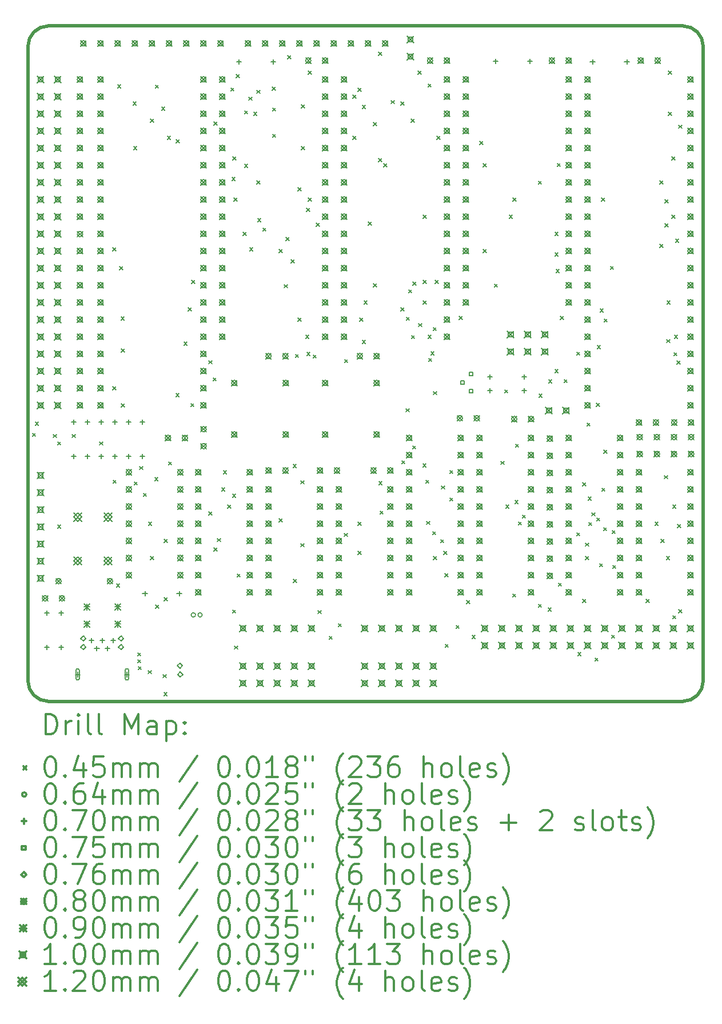
<source format=gbr>
%FSLAX45Y45*%
G04 Gerber Fmt 4.5, Leading zero omitted, Abs format (unit mm)*
G04 Created by KiCad (PCBNEW 5.1.5+dfsg1-2build2) date 2021-12-01 16:17:54*
%MOMM*%
%LPD*%
G04 APERTURE LIST*
%TA.AperFunction,Profile*%
%ADD10C,0.500000*%
%TD*%
%ADD11C,0.200000*%
%ADD12C,0.300000*%
G04 APERTURE END LIST*
D10*
X20000000Y-5300000D02*
X20000000Y-14700000D01*
X20000000Y-14700000D02*
G75*
G02X19700000Y-15000000I-300000J0D01*
G01*
X10300000Y-15000000D02*
G75*
G02X10000000Y-14700000I0J300000D01*
G01*
X19700000Y-5000000D02*
G75*
G02X20000000Y-5300000I0J-300000D01*
G01*
X10000000Y-5300000D02*
G75*
G02X10300000Y-5000000I300000J0D01*
G01*
X10000000Y-14700000D02*
X10000000Y-5300000D01*
X19700000Y-15000000D02*
X10300000Y-15000000D01*
X10300000Y-5000000D02*
X19700000Y-5000000D01*
D11*
X10066380Y-11031580D02*
X10111380Y-11076580D01*
X10111380Y-11031580D02*
X10066380Y-11076580D01*
X10109560Y-10866480D02*
X10154560Y-10911480D01*
X10154560Y-10866480D02*
X10109560Y-10911480D01*
X10376240Y-11051262D02*
X10421240Y-11096262D01*
X10421240Y-11051262D02*
X10376240Y-11096262D01*
X10437220Y-11156040D02*
X10482220Y-11201040D01*
X10482220Y-11156040D02*
X10437220Y-11201040D01*
X10437220Y-12390480D02*
X10482220Y-12435480D01*
X10482220Y-12390480D02*
X10437220Y-12435480D01*
X10655660Y-11051261D02*
X10700660Y-11096261D01*
X10700660Y-11051261D02*
X10655660Y-11096261D01*
X11062060Y-11156040D02*
X11107060Y-11201040D01*
X11107060Y-11156040D02*
X11062060Y-11201040D01*
X11255100Y-8283300D02*
X11300100Y-8328300D01*
X11300100Y-8283300D02*
X11255100Y-8328300D01*
X11255100Y-10340700D02*
X11300100Y-10385700D01*
X11300100Y-10340700D02*
X11255100Y-10385700D01*
X11262720Y-11725000D02*
X11307720Y-11770000D01*
X11307720Y-11725000D02*
X11262720Y-11770000D01*
X11313520Y-13261700D02*
X11358520Y-13306700D01*
X11358520Y-13261700D02*
X11313520Y-13306700D01*
X11330040Y-5871560D02*
X11375040Y-5916560D01*
X11375040Y-5871560D02*
X11330040Y-5916560D01*
X11356700Y-8562700D02*
X11401700Y-8607700D01*
X11401700Y-8562700D02*
X11356700Y-8607700D01*
X11379610Y-9307561D02*
X11424610Y-9352561D01*
X11424610Y-9307561D02*
X11379610Y-9352561D01*
X11382100Y-9781900D02*
X11427100Y-9826900D01*
X11427100Y-9781900D02*
X11382100Y-9826900D01*
X11382100Y-10594700D02*
X11427100Y-10639700D01*
X11427100Y-10594700D02*
X11382100Y-10639700D01*
X11558640Y-6125560D02*
X11603640Y-6170560D01*
X11603640Y-6125560D02*
X11558640Y-6170560D01*
X11562440Y-6784700D02*
X11607440Y-6829700D01*
X11607440Y-6784700D02*
X11562440Y-6829700D01*
X11573454Y-11751020D02*
X11618454Y-11796020D01*
X11618454Y-11751020D02*
X11573454Y-11796020D01*
X11626579Y-14282494D02*
X11671579Y-14327494D01*
X11671579Y-14282494D02*
X11626579Y-14327494D01*
X11626579Y-14385250D02*
X11671579Y-14430250D01*
X11671579Y-14385250D02*
X11626579Y-14430250D01*
X11633665Y-14484494D02*
X11678665Y-14529494D01*
X11678665Y-14484494D02*
X11633665Y-14529494D01*
X11653880Y-11524340D02*
X11698880Y-11569340D01*
X11698880Y-11524340D02*
X11653880Y-11569340D01*
X11709760Y-11920580D02*
X11754760Y-11965580D01*
X11754760Y-11920580D02*
X11709760Y-11965580D01*
X11779760Y-14545820D02*
X11824760Y-14590820D01*
X11824760Y-14545820D02*
X11779760Y-14590820D01*
X11783420Y-12347300D02*
X11828420Y-12392300D01*
X11828420Y-12347300D02*
X11783420Y-12392300D01*
X11813900Y-6378300D02*
X11858900Y-6423300D01*
X11858900Y-6378300D02*
X11813900Y-6423300D01*
X11814539Y-12855300D02*
X11859539Y-12900300D01*
X11859539Y-12855300D02*
X11814539Y-12900300D01*
X11881200Y-11688160D02*
X11926200Y-11733160D01*
X11926200Y-11688160D02*
X11881200Y-11733160D01*
X11887560Y-5875380D02*
X11932560Y-5920380D01*
X11932560Y-5875380D02*
X11887560Y-5920380D01*
X11891120Y-13576535D02*
X11936120Y-13621535D01*
X11936120Y-13576535D02*
X11891120Y-13621535D01*
X11979000Y-6200500D02*
X12024000Y-6245500D01*
X12024000Y-6200500D02*
X11979000Y-6245500D01*
X12001296Y-14604795D02*
X12046296Y-14649795D01*
X12046296Y-14604795D02*
X12001296Y-14649795D01*
X12012020Y-14872060D02*
X12057020Y-14917060D01*
X12057020Y-14872060D02*
X12012020Y-14917060D01*
X12017100Y-12601300D02*
X12062100Y-12646300D01*
X12062100Y-12601300D02*
X12017100Y-12646300D01*
X12018360Y-13466160D02*
X12063360Y-13511160D01*
X12063360Y-13466160D02*
X12018360Y-13511160D01*
X12066640Y-6633560D02*
X12111640Y-6678560D01*
X12111640Y-6633560D02*
X12066640Y-6678560D01*
X12083140Y-11453220D02*
X12128140Y-11498220D01*
X12128140Y-11453220D02*
X12083140Y-11498220D01*
X12193640Y-10443560D02*
X12238640Y-10488560D01*
X12238640Y-10443560D02*
X12193640Y-10488560D01*
X12194900Y-6683100D02*
X12239900Y-6728100D01*
X12239900Y-6683100D02*
X12194900Y-6728100D01*
X12311099Y-9681560D02*
X12356099Y-9726560D01*
X12356099Y-9681560D02*
X12311099Y-9726560D01*
X12373960Y-9173560D02*
X12418960Y-9218560D01*
X12418960Y-9173560D02*
X12373960Y-9218560D01*
X12410161Y-10591671D02*
X12455161Y-10636671D01*
X12455161Y-10591671D02*
X12410161Y-10636671D01*
X12423500Y-8765900D02*
X12468500Y-8810900D01*
X12468500Y-8765900D02*
X12423500Y-8810900D01*
X12677500Y-12194899D02*
X12722500Y-12239899D01*
X12722500Y-12194899D02*
X12677500Y-12239899D01*
X12678760Y-9958440D02*
X12723760Y-10003440D01*
X12723760Y-9958440D02*
X12678760Y-10003440D01*
X12741621Y-10208256D02*
X12786621Y-10253256D01*
X12786621Y-10208256D02*
X12741621Y-10253256D01*
X12753700Y-6422508D02*
X12798700Y-6467508D01*
X12798700Y-6422508D02*
X12753700Y-6467508D01*
X12753700Y-12728300D02*
X12798700Y-12773300D01*
X12798700Y-12728300D02*
X12753700Y-12773300D01*
X12804500Y-12589239D02*
X12849500Y-12634239D01*
X12849500Y-12589239D02*
X12804500Y-12634239D01*
X12867361Y-11839300D02*
X12912361Y-11884300D01*
X12912361Y-11839300D02*
X12867361Y-11884300D01*
X12894039Y-11585300D02*
X12939039Y-11630300D01*
X12939039Y-11585300D02*
X12894039Y-11630300D01*
X12956900Y-12093300D02*
X13001900Y-12138300D01*
X13001900Y-12093300D02*
X12956900Y-12138300D01*
X13006440Y-5919840D02*
X13051440Y-5964840D01*
X13051440Y-5919840D02*
X13006440Y-5964840D01*
X13021021Y-7241900D02*
X13066021Y-7286900D01*
X13066021Y-7241900D02*
X13021021Y-7286900D01*
X13028020Y-13650320D02*
X13073020Y-13695320D01*
X13073020Y-13650320D02*
X13028020Y-13695320D01*
X13030560Y-11933280D02*
X13075560Y-11978280D01*
X13075560Y-11933280D02*
X13030560Y-11978280D01*
X13033100Y-6937100D02*
X13078100Y-6982100D01*
X13078100Y-6937100D02*
X13033100Y-6982100D01*
X13051502Y-7546700D02*
X13096502Y-7591700D01*
X13096502Y-7546700D02*
X13051502Y-7591700D01*
X13058500Y-14181180D02*
X13103500Y-14226180D01*
X13103500Y-14181180D02*
X13058500Y-14226180D01*
X13083900Y-5717900D02*
X13128900Y-5762900D01*
X13128900Y-5717900D02*
X13083900Y-5762900D01*
X13099140Y-13111840D02*
X13144140Y-13156840D01*
X13144140Y-13111840D02*
X13099140Y-13156840D01*
X13185500Y-8054700D02*
X13230500Y-8099700D01*
X13230500Y-8054700D02*
X13185500Y-8099700D01*
X13208999Y-6258416D02*
X13253999Y-6303416D01*
X13253999Y-6258416D02*
X13208999Y-6303416D01*
X13208999Y-7048085D02*
X13253999Y-7093085D01*
X13253999Y-7048085D02*
X13208999Y-7093085D01*
X13271860Y-6055720D02*
X13316860Y-6100720D01*
X13316860Y-6055720D02*
X13271860Y-6100720D01*
X13281381Y-8284779D02*
X13326381Y-8329779D01*
X13326381Y-8284779D02*
X13281381Y-8329779D01*
X13340440Y-6276700D02*
X13385440Y-6321700D01*
X13385440Y-6276700D02*
X13340440Y-6321700D01*
X13388700Y-5951580D02*
X13433700Y-5996580D01*
X13433700Y-5951580D02*
X13388700Y-5996580D01*
X13388700Y-7292700D02*
X13433700Y-7337700D01*
X13433700Y-7292700D02*
X13388700Y-7337700D01*
X13401400Y-7851500D02*
X13446400Y-7896500D01*
X13446400Y-7851500D02*
X13401400Y-7896500D01*
X13478240Y-7990560D02*
X13523240Y-8035560D01*
X13523240Y-7990560D02*
X13478240Y-8035560D01*
X13618316Y-5905860D02*
X13663316Y-5950860D01*
X13663316Y-5905860D02*
X13618316Y-5950860D01*
X13619840Y-6604360D02*
X13664840Y-6649360D01*
X13664840Y-6604360D02*
X13619840Y-6649360D01*
X13622380Y-6213839D02*
X13667380Y-6258839D01*
X13667380Y-6213839D02*
X13622380Y-6258839D01*
X13718900Y-8308700D02*
X13763900Y-8353700D01*
X13763900Y-8308700D02*
X13718900Y-8353700D01*
X13718900Y-12296498D02*
X13763900Y-12341498D01*
X13763900Y-12296498D02*
X13718900Y-12341498D01*
X13795100Y-8828761D02*
X13840100Y-8873761D01*
X13840100Y-8828761D02*
X13795100Y-8873761D01*
X13820500Y-8130900D02*
X13865500Y-8175900D01*
X13865500Y-8130900D02*
X13820500Y-8175900D01*
X13845900Y-5438500D02*
X13890900Y-5483500D01*
X13890900Y-5438500D02*
X13845900Y-5483500D01*
X13896700Y-8461100D02*
X13941700Y-8506100D01*
X13941700Y-8461100D02*
X13896700Y-8506100D01*
X13929720Y-11493860D02*
X13974720Y-11538860D01*
X13974720Y-11493860D02*
X13929720Y-11538860D01*
X13932260Y-13195660D02*
X13977260Y-13240660D01*
X13977260Y-13195660D02*
X13932260Y-13240660D01*
X13962740Y-9860640D02*
X14007740Y-9905640D01*
X14007740Y-9860640D02*
X13962740Y-9905640D01*
X13998300Y-7394300D02*
X14043300Y-7439300D01*
X14043300Y-7394300D02*
X13998300Y-7439300D01*
X13998300Y-9324700D02*
X14043300Y-9369700D01*
X14043300Y-9324700D02*
X13998300Y-9369700D01*
X14041480Y-11735160D02*
X14086480Y-11780160D01*
X14086480Y-11735160D02*
X14041480Y-11780160D01*
X14041480Y-12664800D02*
X14086480Y-12709800D01*
X14086480Y-12664800D02*
X14041480Y-12709800D01*
X14049100Y-6784700D02*
X14094100Y-6829700D01*
X14094100Y-6784700D02*
X14049100Y-6829700D01*
X14049132Y-6168119D02*
X14094132Y-6213119D01*
X14094132Y-6168119D02*
X14049132Y-6213119D01*
X14113239Y-9578700D02*
X14158239Y-9623700D01*
X14158239Y-9578700D02*
X14113239Y-9623700D01*
X14125300Y-7699100D02*
X14170300Y-7744100D01*
X14170300Y-7699100D02*
X14125300Y-7744100D01*
X14132920Y-9832700D02*
X14177920Y-9877700D01*
X14177920Y-9832700D02*
X14132920Y-9877700D01*
X14150700Y-5667100D02*
X14195700Y-5712100D01*
X14195700Y-5667100D02*
X14150700Y-5712100D01*
X14150700Y-7546700D02*
X14195700Y-7591700D01*
X14195700Y-7546700D02*
X14150700Y-7591700D01*
X14221820Y-9870800D02*
X14266820Y-9915800D01*
X14266820Y-9870800D02*
X14221820Y-9915800D01*
X14271434Y-7921433D02*
X14316434Y-7966433D01*
X14316434Y-7921433D02*
X14271434Y-7966433D01*
X14295480Y-13655400D02*
X14340480Y-13700400D01*
X14340480Y-13655400D02*
X14295480Y-13700400D01*
X14460580Y-14038940D02*
X14505580Y-14083940D01*
X14505580Y-14038940D02*
X14460580Y-14083940D01*
X14597740Y-13850980D02*
X14642740Y-13895980D01*
X14642740Y-13850980D02*
X14597740Y-13895980D01*
X14685360Y-12511761D02*
X14730360Y-12556761D01*
X14730360Y-12511761D02*
X14685360Y-12556761D01*
X14689180Y-9936840D02*
X14734180Y-9981840D01*
X14734180Y-9936840D02*
X14689180Y-9981840D01*
X14811100Y-6022700D02*
X14856100Y-6067700D01*
X14856100Y-6022700D02*
X14811100Y-6067700D01*
X14811100Y-6632300D02*
X14856100Y-6677300D01*
X14856100Y-6632300D02*
X14811100Y-6677300D01*
X14887300Y-5921100D02*
X14932300Y-5966100D01*
X14932300Y-5921100D02*
X14887300Y-5966100D01*
X14887300Y-12347300D02*
X14932300Y-12392300D01*
X14932300Y-12347300D02*
X14887300Y-12392300D01*
X14887300Y-12779100D02*
X14932300Y-12824100D01*
X14932300Y-12779100D02*
X14887300Y-12824100D01*
X14912700Y-9324700D02*
X14957700Y-9369700D01*
X14957700Y-9324700D02*
X14912700Y-9369700D01*
X14951439Y-6175100D02*
X14996439Y-6220100D01*
X14996439Y-6175100D02*
X14951439Y-6220100D01*
X14953423Y-9655539D02*
X14998423Y-9700539D01*
X14998423Y-9655539D02*
X14953423Y-9700539D01*
X14976839Y-9070700D02*
X15021839Y-9115700D01*
X15021839Y-9070700D02*
X14976839Y-9115700D01*
X15039700Y-7902300D02*
X15084700Y-7947300D01*
X15084700Y-7902300D02*
X15039700Y-7947300D01*
X15115900Y-6429100D02*
X15160900Y-6474100D01*
X15160900Y-6429100D02*
X15115900Y-6474100D01*
X15115900Y-8816700D02*
X15160900Y-8861700D01*
X15160900Y-8816700D02*
X15115900Y-8861700D01*
X15192100Y-5387700D02*
X15237100Y-5432700D01*
X15237100Y-5387700D02*
X15192100Y-5432700D01*
X15192100Y-6962500D02*
X15237100Y-7007500D01*
X15237100Y-6962500D02*
X15192100Y-7007500D01*
X15199720Y-11747860D02*
X15244720Y-11792860D01*
X15244720Y-11747860D02*
X15199720Y-11792860D01*
X15212420Y-12184740D02*
X15257420Y-12229740D01*
X15257420Y-12184740D02*
X15212420Y-12229740D01*
X15268300Y-7038700D02*
X15313300Y-7083700D01*
X15313300Y-7038700D02*
X15268300Y-7083700D01*
X15380304Y-6102700D02*
X15425304Y-6147700D01*
X15425304Y-6102700D02*
X15380304Y-6147700D01*
X15522300Y-6124300D02*
X15567300Y-6169300D01*
X15567300Y-6124300D02*
X15522300Y-6169300D01*
X15522300Y-9172300D02*
X15567300Y-9217300D01*
X15567300Y-9172300D02*
X15522300Y-9217300D01*
X15535000Y-11437980D02*
X15580000Y-11482980D01*
X15580000Y-11437980D02*
X15535000Y-11482980D01*
X15598500Y-10665820D02*
X15643500Y-10710820D01*
X15643500Y-10665820D02*
X15598500Y-10710820D01*
X15606120Y-9312000D02*
X15651120Y-9357000D01*
X15651120Y-9312000D02*
X15606120Y-9357000D01*
X15637239Y-8904979D02*
X15682239Y-8949979D01*
X15682239Y-8904979D02*
X15637239Y-8949979D01*
X15674699Y-6378299D02*
X15719699Y-6423299D01*
X15719699Y-6378299D02*
X15674699Y-6423299D01*
X15682320Y-9583780D02*
X15727320Y-9628780D01*
X15727320Y-9583780D02*
X15682320Y-9628780D01*
X15694571Y-11215994D02*
X15739571Y-11260994D01*
X15739571Y-11215994D02*
X15694571Y-11260994D01*
X15700100Y-8791300D02*
X15745100Y-8836300D01*
X15745100Y-8791300D02*
X15700100Y-8836300D01*
X15776300Y-5667100D02*
X15821300Y-5712100D01*
X15821300Y-5667100D02*
X15776300Y-5712100D01*
X15786787Y-9403312D02*
X15831787Y-9448312D01*
X15831787Y-9403312D02*
X15786787Y-9448312D01*
X15850583Y-11483713D02*
X15895583Y-11528713D01*
X15895583Y-11483713D02*
X15850583Y-11528713D01*
X15852500Y-7800700D02*
X15897500Y-7845700D01*
X15897500Y-7800700D02*
X15852500Y-7845700D01*
X15852500Y-8765900D02*
X15897500Y-8810900D01*
X15897500Y-8765900D02*
X15852500Y-8810900D01*
X15852500Y-9070700D02*
X15897500Y-9115700D01*
X15897500Y-9070700D02*
X15852500Y-9115700D01*
X15891239Y-11727634D02*
X15936239Y-11772634D01*
X15936239Y-11727634D02*
X15891239Y-11772634D01*
X15903300Y-12334600D02*
X15948300Y-12379600D01*
X15948300Y-12334600D02*
X15903300Y-12379600D01*
X15923620Y-9578700D02*
X15968620Y-9623700D01*
X15968620Y-9578700D02*
X15923620Y-9623700D01*
X15924991Y-5856979D02*
X15969991Y-5901979D01*
X15969991Y-5856979D02*
X15924991Y-5901979D01*
X15931240Y-9922239D02*
X15976240Y-9967239D01*
X15976240Y-9922239D02*
X15931240Y-9967239D01*
X15966800Y-9825080D02*
X16011800Y-9870080D01*
X16011800Y-9825080D02*
X15966800Y-9870080D01*
X15992200Y-12486998D02*
X16037200Y-12531998D01*
X16037200Y-12486998D02*
X15992200Y-12531998D01*
X16003639Y-9463094D02*
X16048639Y-9508094D01*
X16048639Y-9463094D02*
X16003639Y-9508094D01*
X16004900Y-10411820D02*
X16049900Y-10456820D01*
X16049900Y-10411820D02*
X16004900Y-10456820D01*
X16004900Y-12855300D02*
X16049900Y-12900300D01*
X16049900Y-12855300D02*
X16004900Y-12900300D01*
X16030300Y-8765900D02*
X16075300Y-8810900D01*
X16075300Y-8765900D02*
X16030300Y-8810900D01*
X16055700Y-6632300D02*
X16100700Y-6677300D01*
X16100700Y-6632300D02*
X16055700Y-6677300D01*
X16110346Y-12605146D02*
X16155346Y-12650146D01*
X16155346Y-12605146D02*
X16110346Y-12650146D01*
X16123642Y-11810707D02*
X16168642Y-11855707D01*
X16168642Y-11810707D02*
X16123642Y-11855707D01*
X16157300Y-12779100D02*
X16202300Y-12824100D01*
X16202300Y-12779100D02*
X16157300Y-12824100D01*
X16175080Y-13109300D02*
X16220080Y-13154300D01*
X16220080Y-13109300D02*
X16175080Y-13154300D01*
X16177620Y-14153240D02*
X16222620Y-14198240D01*
X16222620Y-14153240D02*
X16177620Y-14198240D01*
X16245561Y-11579875D02*
X16290561Y-11624875D01*
X16290561Y-11579875D02*
X16245561Y-11624875D01*
X16245561Y-11989724D02*
X16290561Y-12034724D01*
X16290561Y-11989724D02*
X16245561Y-12034724D01*
X16340180Y-13878920D02*
X16385180Y-13923920D01*
X16385180Y-13878920D02*
X16340180Y-13923920D01*
X16385900Y-9299300D02*
X16430900Y-9344300D01*
X16430900Y-9299300D02*
X16385900Y-9344300D01*
X16497660Y-13508080D02*
X16542660Y-13553080D01*
X16542660Y-13508080D02*
X16497660Y-13553080D01*
X16576400Y-14023700D02*
X16621400Y-14068700D01*
X16621400Y-14023700D02*
X16576400Y-14068700D01*
X16690700Y-6708500D02*
X16735700Y-6753500D01*
X16735700Y-6708500D02*
X16690700Y-6753500D01*
X16741500Y-7038700D02*
X16786500Y-7083700D01*
X16786500Y-7038700D02*
X16741500Y-7083700D01*
X16741500Y-8308700D02*
X16786500Y-8353700D01*
X16786500Y-8308700D02*
X16741500Y-8353700D01*
X16906600Y-8819240D02*
X16951600Y-8864240D01*
X16951600Y-8819240D02*
X16906600Y-8864240D01*
X17006301Y-11445600D02*
X17051301Y-11490600D01*
X17051301Y-11445600D02*
X17006301Y-11490600D01*
X17059000Y-10388960D02*
X17104000Y-10433960D01*
X17104000Y-10388960D02*
X17059000Y-10433960D01*
X17079320Y-12093300D02*
X17124320Y-12138300D01*
X17124320Y-12093300D02*
X17079320Y-12138300D01*
X17127580Y-7800700D02*
X17172580Y-7845700D01*
X17172580Y-7800700D02*
X17127580Y-7845700D01*
X17180920Y-13409020D02*
X17225920Y-13454020D01*
X17225920Y-13409020D02*
X17180920Y-13454020D01*
X17182190Y-7546700D02*
X17227190Y-7591700D01*
X17227190Y-7546700D02*
X17182190Y-7591700D01*
X17213940Y-12027260D02*
X17258940Y-12072260D01*
X17258940Y-12027260D02*
X17213940Y-12072260D01*
X17220280Y-11190320D02*
X17265280Y-11235320D01*
X17265280Y-11190320D02*
X17220280Y-11235320D01*
X17261561Y-12345461D02*
X17306561Y-12390461D01*
X17306561Y-12345461D02*
X17261561Y-12390461D01*
X17323160Y-12243160D02*
X17368160Y-12288160D01*
X17368160Y-12243160D02*
X17323160Y-12288160D01*
X17559049Y-13563961D02*
X17604049Y-13608961D01*
X17604049Y-13563961D02*
X17559049Y-13608961D01*
X17559380Y-7296510D02*
X17604380Y-7341510D01*
X17604380Y-7296510D02*
X17559380Y-7341510D01*
X17569540Y-10452460D02*
X17614540Y-10497460D01*
X17614540Y-10452460D02*
X17569540Y-10497460D01*
X17704160Y-13617300D02*
X17749160Y-13662300D01*
X17749160Y-13617300D02*
X17704160Y-13662300D01*
X17712542Y-10239100D02*
X17757542Y-10284100D01*
X17757542Y-10239100D02*
X17712542Y-10284100D01*
X17804490Y-8054700D02*
X17849490Y-8099700D01*
X17849490Y-8054700D02*
X17804490Y-8099700D01*
X17805760Y-8359500D02*
X17850760Y-8404500D01*
X17850760Y-8359500D02*
X17805760Y-8404500D01*
X17805760Y-10086700D02*
X17850760Y-10131700D01*
X17850760Y-10086700D02*
X17805760Y-10131700D01*
X17822778Y-8606388D02*
X17867778Y-8651388D01*
X17867778Y-8606388D02*
X17822778Y-8651388D01*
X17838272Y-7036160D02*
X17883272Y-7081160D01*
X17883272Y-7036160D02*
X17838272Y-7081160D01*
X17856560Y-13251540D02*
X17901560Y-13296540D01*
X17901560Y-13251540D02*
X17856560Y-13296540D01*
X17884500Y-9299300D02*
X17929500Y-9344300D01*
X17929500Y-9299300D02*
X17884500Y-9344300D01*
X17940380Y-10234020D02*
X17985380Y-10279020D01*
X17985380Y-10234020D02*
X17940380Y-10279020D01*
X18125576Y-12506681D02*
X18170576Y-12551681D01*
X18170576Y-12506681D02*
X18125576Y-12551681D01*
X18125800Y-9830160D02*
X18170800Y-9875160D01*
X18170800Y-9830160D02*
X18125800Y-9875160D01*
X18143580Y-14277700D02*
X18188580Y-14322700D01*
X18188580Y-14277700D02*
X18143580Y-14322700D01*
X18214700Y-11763100D02*
X18259700Y-11808100D01*
X18259700Y-11763100D02*
X18214700Y-11808100D01*
X18214700Y-13490300D02*
X18259700Y-13535300D01*
X18259700Y-13490300D02*
X18214700Y-13535300D01*
X18257253Y-12659720D02*
X18302253Y-12704720D01*
X18302253Y-12659720D02*
X18257253Y-12704720D01*
X18257295Y-12855202D02*
X18302295Y-12900202D01*
X18302295Y-12855202D02*
X18257295Y-12900202D01*
X18280740Y-10879180D02*
X18325740Y-10924180D01*
X18325740Y-10879180D02*
X18280740Y-10924180D01*
X18295341Y-11976054D02*
X18340341Y-12021054D01*
X18340341Y-11976054D02*
X18295341Y-12021054D01*
X18305501Y-12351232D02*
X18350501Y-12396232D01*
X18350501Y-12351232D02*
X18305501Y-12396232D01*
X18350590Y-12210140D02*
X18395590Y-12255140D01*
X18395590Y-12210140D02*
X18350590Y-12255140D01*
X18395040Y-14361520D02*
X18440040Y-14406520D01*
X18440040Y-14361520D02*
X18395040Y-14406520D01*
X18418916Y-10587334D02*
X18463916Y-10632334D01*
X18463916Y-10587334D02*
X18418916Y-10632334D01*
X18421537Y-12287534D02*
X18466537Y-12332534D01*
X18466537Y-12287534D02*
X18421537Y-12332534D01*
X18430600Y-9731100D02*
X18475600Y-9776100D01*
X18475600Y-9731100D02*
X18430600Y-9776100D01*
X18463620Y-12959440D02*
X18508620Y-13004440D01*
X18508620Y-12959440D02*
X18463620Y-13004440D01*
X18474307Y-9190608D02*
X18519307Y-9235608D01*
X18519307Y-9190608D02*
X18474307Y-9235608D01*
X18494100Y-7546700D02*
X18539100Y-7591700D01*
X18539100Y-7546700D02*
X18494100Y-7591700D01*
X18497278Y-11846920D02*
X18542278Y-11891920D01*
X18542278Y-11846920D02*
X18497278Y-11891920D01*
X18522143Y-12427369D02*
X18567143Y-12472369D01*
X18567143Y-12427369D02*
X18522143Y-12472369D01*
X18527759Y-11282138D02*
X18572759Y-11327138D01*
X18572759Y-11282138D02*
X18527759Y-11327138D01*
X18532200Y-9339940D02*
X18577200Y-9384940D01*
X18577200Y-9339940D02*
X18532200Y-9384940D01*
X18626180Y-8560160D02*
X18671180Y-8605160D01*
X18671180Y-8560160D02*
X18626180Y-8605160D01*
X18641420Y-14021160D02*
X18686420Y-14066160D01*
X18686420Y-14021160D02*
X18641420Y-14066160D01*
X18653481Y-12471760D02*
X18698481Y-12516760D01*
X18698481Y-12471760D02*
X18653481Y-12516760D01*
X18659200Y-12989920D02*
X18704200Y-13034920D01*
X18704200Y-12989920D02*
X18659200Y-13034920D01*
X19154500Y-13490300D02*
X19199500Y-13535300D01*
X19199500Y-13490300D02*
X19154500Y-13535300D01*
X19284040Y-12347300D02*
X19329040Y-12392300D01*
X19329040Y-12347300D02*
X19284040Y-12392300D01*
X19357700Y-7292700D02*
X19402700Y-7337700D01*
X19402700Y-7292700D02*
X19357700Y-7337700D01*
X19357700Y-8232500D02*
X19402700Y-8277500D01*
X19402700Y-8232500D02*
X19357700Y-8277500D01*
X19375480Y-12601300D02*
X19420480Y-12646300D01*
X19420480Y-12601300D02*
X19375480Y-12646300D01*
X19426280Y-11658960D02*
X19471280Y-11703960D01*
X19471280Y-11658960D02*
X19426280Y-11703960D01*
X19433900Y-7572100D02*
X19478900Y-7617100D01*
X19478900Y-7572100D02*
X19433900Y-7617100D01*
X19433900Y-7927700D02*
X19478900Y-7972700D01*
X19478900Y-7927700D02*
X19433900Y-7972700D01*
X19454220Y-12855300D02*
X19499220Y-12900300D01*
X19499220Y-12855300D02*
X19454220Y-12900300D01*
X19461078Y-9643978D02*
X19506078Y-9688978D01*
X19506078Y-9643978D02*
X19461078Y-9688978D01*
X19461840Y-9070700D02*
X19506840Y-9115700D01*
X19506840Y-9070700D02*
X19461840Y-9115700D01*
X19484700Y-5667100D02*
X19529700Y-5712100D01*
X19529700Y-5667100D02*
X19484700Y-5712100D01*
X19484700Y-6276700D02*
X19529700Y-6321700D01*
X19529700Y-6276700D02*
X19484700Y-6321700D01*
X19535500Y-6937100D02*
X19580500Y-6982100D01*
X19580500Y-6937100D02*
X19535500Y-6982100D01*
X19535500Y-7800700D02*
X19580500Y-7845700D01*
X19580500Y-7800700D02*
X19535500Y-7845700D01*
X19550740Y-12093300D02*
X19595740Y-12138300D01*
X19595740Y-12093300D02*
X19550740Y-12138300D01*
X19550740Y-13731600D02*
X19595740Y-13776600D01*
X19595740Y-13731600D02*
X19550740Y-13776600D01*
X19566742Y-9839050D02*
X19611742Y-9884050D01*
X19611742Y-9839050D02*
X19566742Y-9884050D01*
X19575886Y-9579462D02*
X19620886Y-9624462D01*
X19620886Y-9579462D02*
X19575886Y-9624462D01*
X19588839Y-8156300D02*
X19633839Y-8201300D01*
X19633839Y-8156300D02*
X19588839Y-8201300D01*
X19611700Y-9959700D02*
X19656700Y-10004700D01*
X19656700Y-9959700D02*
X19611700Y-10004700D01*
X19621860Y-12382860D02*
X19666860Y-12427860D01*
X19666860Y-12382860D02*
X19621860Y-12427860D01*
X19637100Y-13642700D02*
X19682100Y-13687700D01*
X19682100Y-13642700D02*
X19637100Y-13687700D01*
X19638976Y-6469075D02*
X19683976Y-6514075D01*
X19683976Y-6469075D02*
X19638976Y-6514075D01*
X12480290Y-13721080D02*
G75*
G03X12480290Y-13721080I-31750J0D01*
G01*
X12579350Y-13721080D02*
G75*
G03X12579350Y-13721080I-31750J0D01*
G01*
X11490960Y-10831120D02*
X11490960Y-10901120D01*
X11455960Y-10866120D02*
X11525960Y-10866120D01*
X11490960Y-11339120D02*
X11490960Y-11409120D01*
X11455960Y-11374120D02*
X11525960Y-11374120D01*
X10881360Y-10831120D02*
X10881360Y-10901120D01*
X10846360Y-10866120D02*
X10916360Y-10866120D01*
X10881360Y-11339120D02*
X10881360Y-11409120D01*
X10846360Y-11374120D02*
X10916360Y-11374120D01*
X18361660Y-5492040D02*
X18361660Y-5562040D01*
X18326660Y-5527040D02*
X18396660Y-5527040D01*
X18869660Y-5492040D02*
X18869660Y-5562040D01*
X18834660Y-5527040D02*
X18904660Y-5527040D01*
X11732260Y-13368580D02*
X11732260Y-13438580D01*
X11697260Y-13403580D02*
X11767260Y-13403580D01*
X12240260Y-13368580D02*
X12240260Y-13438580D01*
X12205260Y-13403580D02*
X12275260Y-13403580D01*
X11287760Y-10831120D02*
X11287760Y-10901120D01*
X11252760Y-10866120D02*
X11322760Y-10866120D01*
X11287760Y-11339120D02*
X11287760Y-11409120D01*
X11252760Y-11374120D02*
X11322760Y-11374120D01*
X16924020Y-5484420D02*
X16924020Y-5554420D01*
X16889020Y-5519420D02*
X16959020Y-5519420D01*
X17432020Y-5484420D02*
X17432020Y-5554420D01*
X17397020Y-5519420D02*
X17467020Y-5519420D01*
X10734800Y-14567000D02*
X10734800Y-14637000D01*
X10699800Y-14602000D02*
X10769800Y-14602000D01*
X10759800Y-14662000D02*
X10759800Y-14542000D01*
X10709800Y-14662000D02*
X10709800Y-14542000D01*
X10759800Y-14542000D02*
G75*
G03X10709800Y-14542000I-25000J0D01*
G01*
X10709800Y-14662000D02*
G75*
G03X10759800Y-14662000I25000J0D01*
G01*
X10939800Y-14062000D02*
X10939800Y-14132000D01*
X10904800Y-14097000D02*
X10974800Y-14097000D01*
X11019800Y-14182000D02*
X11019800Y-14252000D01*
X10984800Y-14217000D02*
X11054800Y-14217000D01*
X11099800Y-14062000D02*
X11099800Y-14132000D01*
X11064800Y-14097000D02*
X11134800Y-14097000D01*
X11179800Y-14182000D02*
X11179800Y-14252000D01*
X11144800Y-14217000D02*
X11214800Y-14217000D01*
X11259800Y-14062000D02*
X11259800Y-14132000D01*
X11224800Y-14097000D02*
X11294800Y-14097000D01*
X11464800Y-14567000D02*
X11464800Y-14637000D01*
X11429800Y-14602000D02*
X11499800Y-14602000D01*
X11489800Y-14662000D02*
X11489800Y-14542000D01*
X11439800Y-14662000D02*
X11439800Y-14542000D01*
X11489800Y-14542000D02*
G75*
G03X11439800Y-14542000I-25000J0D01*
G01*
X11439800Y-14662000D02*
G75*
G03X11489800Y-14662000I25000J0D01*
G01*
X16840200Y-10158020D02*
X16840200Y-10228020D01*
X16805200Y-10193020D02*
X16875200Y-10193020D01*
X17348200Y-10158020D02*
X17348200Y-10228020D01*
X17313200Y-10193020D02*
X17383200Y-10193020D01*
X16840200Y-10361220D02*
X16840200Y-10431220D01*
X16805200Y-10396220D02*
X16875200Y-10396220D01*
X17348200Y-10361220D02*
X17348200Y-10431220D01*
X17313200Y-10396220D02*
X17383200Y-10396220D01*
X11084560Y-10831120D02*
X11084560Y-10901120D01*
X11049560Y-10866120D02*
X11119560Y-10866120D01*
X11084560Y-11339120D02*
X11084560Y-11409120D01*
X11049560Y-11374120D02*
X11119560Y-11374120D01*
X13124180Y-5495596D02*
X13124180Y-5565596D01*
X13089180Y-5530596D02*
X13159180Y-5530596D01*
X13632180Y-5495596D02*
X13632180Y-5565596D01*
X13597180Y-5530596D02*
X13667180Y-5530596D01*
X10678160Y-10831120D02*
X10678160Y-10901120D01*
X10643160Y-10866120D02*
X10713160Y-10866120D01*
X10678160Y-11339120D02*
X10678160Y-11409120D01*
X10643160Y-11374120D02*
X10713160Y-11374120D01*
X10490200Y-13655600D02*
X10490200Y-13725600D01*
X10455200Y-13690600D02*
X10525200Y-13690600D01*
X10490200Y-14163600D02*
X10490200Y-14233600D01*
X10455200Y-14198600D02*
X10525200Y-14198600D01*
X11694160Y-10831120D02*
X11694160Y-10901120D01*
X11659160Y-10866120D02*
X11729160Y-10866120D01*
X11694160Y-11339120D02*
X11694160Y-11409120D01*
X11659160Y-11374120D02*
X11729160Y-11374120D01*
X10279380Y-13655600D02*
X10279380Y-13725600D01*
X10244380Y-13690600D02*
X10314380Y-13690600D01*
X10279380Y-14163600D02*
X10279380Y-14233600D01*
X10244380Y-14198600D02*
X10314380Y-14198600D01*
X16460317Y-10307437D02*
X16460317Y-10254403D01*
X16407283Y-10254403D01*
X16407283Y-10307437D01*
X16460317Y-10307437D01*
X16587317Y-10181437D02*
X16587317Y-10128403D01*
X16534283Y-10128403D01*
X16534283Y-10181437D01*
X16587317Y-10181437D01*
X16587317Y-10435437D02*
X16587317Y-10382403D01*
X16534283Y-10382403D01*
X16534283Y-10435437D01*
X16587317Y-10435437D01*
X10820400Y-14109700D02*
X10858500Y-14071600D01*
X10820400Y-14033500D01*
X10782300Y-14071600D01*
X10820400Y-14109700D01*
X10820400Y-14236700D02*
X10858500Y-14198600D01*
X10820400Y-14160500D01*
X10782300Y-14198600D01*
X10820400Y-14236700D01*
X11379200Y-14109700D02*
X11417300Y-14071600D01*
X11379200Y-14033500D01*
X11341100Y-14071600D01*
X11379200Y-14109700D01*
X11379200Y-14236700D02*
X11417300Y-14198600D01*
X11379200Y-14160500D01*
X11341100Y-14198600D01*
X11379200Y-14236700D01*
X12252055Y-14512291D02*
X12290155Y-14474191D01*
X12252055Y-14436091D01*
X12213955Y-14474191D01*
X12252055Y-14512291D01*
X12255500Y-14643100D02*
X12293600Y-14605000D01*
X12255500Y-14566900D01*
X12217400Y-14605000D01*
X12255500Y-14643100D01*
X19274160Y-11048370D02*
X19354160Y-11128370D01*
X19354160Y-11048370D02*
X19274160Y-11128370D01*
X19354160Y-11088370D02*
G75*
G03X19354160Y-11088370I-40000J0D01*
G01*
X19274160Y-11298370D02*
X19354160Y-11378370D01*
X19354160Y-11298370D02*
X19274160Y-11378370D01*
X19354160Y-11338370D02*
G75*
G03X19354160Y-11338370I-40000J0D01*
G01*
X15606400Y-11059800D02*
X15686400Y-11139800D01*
X15686400Y-11059800D02*
X15606400Y-11139800D01*
X15686400Y-11099800D02*
G75*
G03X15686400Y-11099800I-40000J0D01*
G01*
X15606400Y-11313800D02*
X15686400Y-11393800D01*
X15686400Y-11313800D02*
X15606400Y-11393800D01*
X15686400Y-11353800D02*
G75*
G03X15686400Y-11353800I-40000J0D01*
G01*
X15606400Y-11567800D02*
X15686400Y-11647800D01*
X15686400Y-11567800D02*
X15606400Y-11647800D01*
X15686400Y-11607800D02*
G75*
G03X15686400Y-11607800I-40000J0D01*
G01*
X15606400Y-11821800D02*
X15686400Y-11901800D01*
X15686400Y-11821800D02*
X15606400Y-11901800D01*
X15686400Y-11861800D02*
G75*
G03X15686400Y-11861800I-40000J0D01*
G01*
X15606400Y-12075800D02*
X15686400Y-12155800D01*
X15686400Y-12075800D02*
X15606400Y-12155800D01*
X15686400Y-12115800D02*
G75*
G03X15686400Y-12115800I-40000J0D01*
G01*
X15606400Y-12329800D02*
X15686400Y-12409800D01*
X15686400Y-12329800D02*
X15606400Y-12409800D01*
X15686400Y-12369800D02*
G75*
G03X15686400Y-12369800I-40000J0D01*
G01*
X15606400Y-12583800D02*
X15686400Y-12663800D01*
X15686400Y-12583800D02*
X15606400Y-12663800D01*
X15686400Y-12623800D02*
G75*
G03X15686400Y-12623800I-40000J0D01*
G01*
X15606400Y-12837800D02*
X15686400Y-12917800D01*
X15686400Y-12837800D02*
X15606400Y-12917800D01*
X15686400Y-12877800D02*
G75*
G03X15686400Y-12877800I-40000J0D01*
G01*
X15606400Y-13091800D02*
X15686400Y-13171800D01*
X15686400Y-13091800D02*
X15606400Y-13171800D01*
X15686400Y-13131800D02*
G75*
G03X15686400Y-13131800I-40000J0D01*
G01*
X15606400Y-13345800D02*
X15686400Y-13425800D01*
X15686400Y-13345800D02*
X15606400Y-13425800D01*
X15686400Y-13385800D02*
G75*
G03X15686400Y-13385800I-40000J0D01*
G01*
X16368400Y-11059800D02*
X16448400Y-11139800D01*
X16448400Y-11059800D02*
X16368400Y-11139800D01*
X16448400Y-11099800D02*
G75*
G03X16448400Y-11099800I-40000J0D01*
G01*
X16368400Y-11313800D02*
X16448400Y-11393800D01*
X16448400Y-11313800D02*
X16368400Y-11393800D01*
X16448400Y-11353800D02*
G75*
G03X16448400Y-11353800I-40000J0D01*
G01*
X16368400Y-11567800D02*
X16448400Y-11647800D01*
X16448400Y-11567800D02*
X16368400Y-11647800D01*
X16448400Y-11607800D02*
G75*
G03X16448400Y-11607800I-40000J0D01*
G01*
X16368400Y-11821800D02*
X16448400Y-11901800D01*
X16448400Y-11821800D02*
X16368400Y-11901800D01*
X16448400Y-11861800D02*
G75*
G03X16448400Y-11861800I-40000J0D01*
G01*
X16368400Y-12075800D02*
X16448400Y-12155800D01*
X16448400Y-12075800D02*
X16368400Y-12155800D01*
X16448400Y-12115800D02*
G75*
G03X16448400Y-12115800I-40000J0D01*
G01*
X16368400Y-12329800D02*
X16448400Y-12409800D01*
X16448400Y-12329800D02*
X16368400Y-12409800D01*
X16448400Y-12369800D02*
G75*
G03X16448400Y-12369800I-40000J0D01*
G01*
X16368400Y-12583800D02*
X16448400Y-12663800D01*
X16448400Y-12583800D02*
X16368400Y-12663800D01*
X16448400Y-12623800D02*
G75*
G03X16448400Y-12623800I-40000J0D01*
G01*
X16368400Y-12837800D02*
X16448400Y-12917800D01*
X16448400Y-12837800D02*
X16368400Y-12917800D01*
X16448400Y-12877800D02*
G75*
G03X16448400Y-12877800I-40000J0D01*
G01*
X16368400Y-13091800D02*
X16448400Y-13171800D01*
X16448400Y-13091800D02*
X16368400Y-13171800D01*
X16448400Y-13131800D02*
G75*
G03X16448400Y-13131800I-40000J0D01*
G01*
X16368400Y-13345800D02*
X16448400Y-13425800D01*
X16448400Y-13345800D02*
X16368400Y-13425800D01*
X16448400Y-13385800D02*
G75*
G03X16448400Y-13385800I-40000J0D01*
G01*
X12560940Y-10931720D02*
X12640940Y-11011720D01*
X12640940Y-10931720D02*
X12560940Y-11011720D01*
X12640940Y-10971720D02*
G75*
G03X12640940Y-10971720I-40000J0D01*
G01*
X12560940Y-11181720D02*
X12640940Y-11261720D01*
X12640940Y-11181720D02*
X12560940Y-11261720D01*
X12640940Y-11221720D02*
G75*
G03X12640940Y-11221720I-40000J0D01*
G01*
X19010000Y-10831200D02*
X19090000Y-10911200D01*
X19090000Y-10831200D02*
X19010000Y-10911200D01*
X19090000Y-10871200D02*
G75*
G03X19090000Y-10871200I-40000J0D01*
G01*
X19260000Y-10831200D02*
X19340000Y-10911200D01*
X19340000Y-10831200D02*
X19260000Y-10911200D01*
X19340000Y-10871200D02*
G75*
G03X19340000Y-10871200I-40000J0D01*
G01*
X13523600Y-11542400D02*
X13603600Y-11622400D01*
X13603600Y-11542400D02*
X13523600Y-11622400D01*
X13603600Y-11582400D02*
G75*
G03X13603600Y-11582400I-40000J0D01*
G01*
X13773600Y-11542400D02*
X13853600Y-11622400D01*
X13853600Y-11542400D02*
X13773600Y-11622400D01*
X13853600Y-11582400D02*
G75*
G03X13853600Y-11582400I-40000J0D01*
G01*
X10412100Y-13180700D02*
X10492100Y-13260700D01*
X10492100Y-13180700D02*
X10412100Y-13260700D01*
X10492100Y-13220700D02*
G75*
G03X10492100Y-13220700I-40000J0D01*
G01*
X11174100Y-13180700D02*
X11254100Y-13260700D01*
X11254100Y-13180700D02*
X11174100Y-13260700D01*
X11254100Y-13220700D02*
G75*
G03X11254100Y-13220700I-40000J0D01*
G01*
X14285600Y-11542400D02*
X14365600Y-11622400D01*
X14365600Y-11542400D02*
X14285600Y-11622400D01*
X14365600Y-11582400D02*
G75*
G03X14365600Y-11582400I-40000J0D01*
G01*
X14535600Y-11542400D02*
X14615600Y-11622400D01*
X14615600Y-11542400D02*
X14535600Y-11622400D01*
X14615600Y-11582400D02*
G75*
G03X14615600Y-11582400I-40000J0D01*
G01*
X19782160Y-11048370D02*
X19862160Y-11128370D01*
X19862160Y-11048370D02*
X19782160Y-11128370D01*
X19862160Y-11088370D02*
G75*
G03X19862160Y-11088370I-40000J0D01*
G01*
X19782160Y-11298370D02*
X19862160Y-11378370D01*
X19862160Y-11298370D02*
X19782160Y-11378370D01*
X19862160Y-11338370D02*
G75*
G03X19862160Y-11338370I-40000J0D01*
G01*
X12034080Y-11059800D02*
X12114080Y-11139800D01*
X12114080Y-11059800D02*
X12034080Y-11139800D01*
X12114080Y-11099800D02*
G75*
G03X12114080Y-11099800I-40000J0D01*
G01*
X12284080Y-11059800D02*
X12364080Y-11139800D01*
X12364080Y-11059800D02*
X12284080Y-11139800D01*
X12364080Y-11099800D02*
G75*
G03X12364080Y-11099800I-40000J0D01*
G01*
X14873800Y-9848220D02*
X14953800Y-9928220D01*
X14953800Y-9848220D02*
X14873800Y-9928220D01*
X14953800Y-9888220D02*
G75*
G03X14953800Y-9888220I-40000J0D01*
G01*
X15123800Y-9848220D02*
X15203800Y-9928220D01*
X15203800Y-9848220D02*
X15123800Y-9928220D01*
X15203800Y-9888220D02*
G75*
G03X15203800Y-9888220I-40000J0D01*
G01*
X15915200Y-5471800D02*
X15995200Y-5551800D01*
X15995200Y-5471800D02*
X15915200Y-5551800D01*
X15995200Y-5511800D02*
G75*
G03X15995200Y-5511800I-40000J0D01*
G01*
X16165200Y-5471800D02*
X16245200Y-5551800D01*
X16245200Y-5471800D02*
X16165200Y-5551800D01*
X16245200Y-5511800D02*
G75*
G03X16245200Y-5511800I-40000J0D01*
G01*
X11034400Y-5751200D02*
X11114400Y-5831200D01*
X11114400Y-5751200D02*
X11034400Y-5831200D01*
X11114400Y-5791200D02*
G75*
G03X11114400Y-5791200I-40000J0D01*
G01*
X11034400Y-6005200D02*
X11114400Y-6085200D01*
X11114400Y-6005200D02*
X11034400Y-6085200D01*
X11114400Y-6045200D02*
G75*
G03X11114400Y-6045200I-40000J0D01*
G01*
X11034400Y-6259200D02*
X11114400Y-6339200D01*
X11114400Y-6259200D02*
X11034400Y-6339200D01*
X11114400Y-6299200D02*
G75*
G03X11114400Y-6299200I-40000J0D01*
G01*
X11034400Y-6513200D02*
X11114400Y-6593200D01*
X11114400Y-6513200D02*
X11034400Y-6593200D01*
X11114400Y-6553200D02*
G75*
G03X11114400Y-6553200I-40000J0D01*
G01*
X11034400Y-6767200D02*
X11114400Y-6847200D01*
X11114400Y-6767200D02*
X11034400Y-6847200D01*
X11114400Y-6807200D02*
G75*
G03X11114400Y-6807200I-40000J0D01*
G01*
X11034400Y-7021200D02*
X11114400Y-7101200D01*
X11114400Y-7021200D02*
X11034400Y-7101200D01*
X11114400Y-7061200D02*
G75*
G03X11114400Y-7061200I-40000J0D01*
G01*
X11034400Y-7275200D02*
X11114400Y-7355200D01*
X11114400Y-7275200D02*
X11034400Y-7355200D01*
X11114400Y-7315200D02*
G75*
G03X11114400Y-7315200I-40000J0D01*
G01*
X11034400Y-7529200D02*
X11114400Y-7609200D01*
X11114400Y-7529200D02*
X11034400Y-7609200D01*
X11114400Y-7569200D02*
G75*
G03X11114400Y-7569200I-40000J0D01*
G01*
X11034400Y-7783200D02*
X11114400Y-7863200D01*
X11114400Y-7783200D02*
X11034400Y-7863200D01*
X11114400Y-7823200D02*
G75*
G03X11114400Y-7823200I-40000J0D01*
G01*
X11034400Y-8037200D02*
X11114400Y-8117200D01*
X11114400Y-8037200D02*
X11034400Y-8117200D01*
X11114400Y-8077200D02*
G75*
G03X11114400Y-8077200I-40000J0D01*
G01*
X11034400Y-8291200D02*
X11114400Y-8371200D01*
X11114400Y-8291200D02*
X11034400Y-8371200D01*
X11114400Y-8331200D02*
G75*
G03X11114400Y-8331200I-40000J0D01*
G01*
X11034400Y-8545200D02*
X11114400Y-8625200D01*
X11114400Y-8545200D02*
X11034400Y-8625200D01*
X11114400Y-8585200D02*
G75*
G03X11114400Y-8585200I-40000J0D01*
G01*
X11034400Y-8799200D02*
X11114400Y-8879200D01*
X11114400Y-8799200D02*
X11034400Y-8879200D01*
X11114400Y-8839200D02*
G75*
G03X11114400Y-8839200I-40000J0D01*
G01*
X11034400Y-9053200D02*
X11114400Y-9133200D01*
X11114400Y-9053200D02*
X11034400Y-9133200D01*
X11114400Y-9093200D02*
G75*
G03X11114400Y-9093200I-40000J0D01*
G01*
X11034400Y-9307200D02*
X11114400Y-9387200D01*
X11114400Y-9307200D02*
X11034400Y-9387200D01*
X11114400Y-9347200D02*
G75*
G03X11114400Y-9347200I-40000J0D01*
G01*
X11034400Y-9561200D02*
X11114400Y-9641200D01*
X11114400Y-9561200D02*
X11034400Y-9641200D01*
X11114400Y-9601200D02*
G75*
G03X11114400Y-9601200I-40000J0D01*
G01*
X11034400Y-9815200D02*
X11114400Y-9895200D01*
X11114400Y-9815200D02*
X11034400Y-9895200D01*
X11114400Y-9855200D02*
G75*
G03X11114400Y-9855200I-40000J0D01*
G01*
X11034400Y-10069200D02*
X11114400Y-10149200D01*
X11114400Y-10069200D02*
X11034400Y-10149200D01*
X11114400Y-10109200D02*
G75*
G03X11114400Y-10109200I-40000J0D01*
G01*
X11034400Y-10323200D02*
X11114400Y-10403200D01*
X11114400Y-10323200D02*
X11034400Y-10403200D01*
X11114400Y-10363200D02*
G75*
G03X11114400Y-10363200I-40000J0D01*
G01*
X11034400Y-10577200D02*
X11114400Y-10657200D01*
X11114400Y-10577200D02*
X11034400Y-10657200D01*
X11114400Y-10617200D02*
G75*
G03X11114400Y-10617200I-40000J0D01*
G01*
X12558400Y-5751200D02*
X12638400Y-5831200D01*
X12638400Y-5751200D02*
X12558400Y-5831200D01*
X12638400Y-5791200D02*
G75*
G03X12638400Y-5791200I-40000J0D01*
G01*
X12558400Y-6005200D02*
X12638400Y-6085200D01*
X12638400Y-6005200D02*
X12558400Y-6085200D01*
X12638400Y-6045200D02*
G75*
G03X12638400Y-6045200I-40000J0D01*
G01*
X12558400Y-6259200D02*
X12638400Y-6339200D01*
X12638400Y-6259200D02*
X12558400Y-6339200D01*
X12638400Y-6299200D02*
G75*
G03X12638400Y-6299200I-40000J0D01*
G01*
X12558400Y-6513200D02*
X12638400Y-6593200D01*
X12638400Y-6513200D02*
X12558400Y-6593200D01*
X12638400Y-6553200D02*
G75*
G03X12638400Y-6553200I-40000J0D01*
G01*
X12558400Y-6767200D02*
X12638400Y-6847200D01*
X12638400Y-6767200D02*
X12558400Y-6847200D01*
X12638400Y-6807200D02*
G75*
G03X12638400Y-6807200I-40000J0D01*
G01*
X12558400Y-7021200D02*
X12638400Y-7101200D01*
X12638400Y-7021200D02*
X12558400Y-7101200D01*
X12638400Y-7061200D02*
G75*
G03X12638400Y-7061200I-40000J0D01*
G01*
X12558400Y-7275200D02*
X12638400Y-7355200D01*
X12638400Y-7275200D02*
X12558400Y-7355200D01*
X12638400Y-7315200D02*
G75*
G03X12638400Y-7315200I-40000J0D01*
G01*
X12558400Y-7529200D02*
X12638400Y-7609200D01*
X12638400Y-7529200D02*
X12558400Y-7609200D01*
X12638400Y-7569200D02*
G75*
G03X12638400Y-7569200I-40000J0D01*
G01*
X12558400Y-7783200D02*
X12638400Y-7863200D01*
X12638400Y-7783200D02*
X12558400Y-7863200D01*
X12638400Y-7823200D02*
G75*
G03X12638400Y-7823200I-40000J0D01*
G01*
X12558400Y-8037200D02*
X12638400Y-8117200D01*
X12638400Y-8037200D02*
X12558400Y-8117200D01*
X12638400Y-8077200D02*
G75*
G03X12638400Y-8077200I-40000J0D01*
G01*
X12558400Y-8291200D02*
X12638400Y-8371200D01*
X12638400Y-8291200D02*
X12558400Y-8371200D01*
X12638400Y-8331200D02*
G75*
G03X12638400Y-8331200I-40000J0D01*
G01*
X12558400Y-8545200D02*
X12638400Y-8625200D01*
X12638400Y-8545200D02*
X12558400Y-8625200D01*
X12638400Y-8585200D02*
G75*
G03X12638400Y-8585200I-40000J0D01*
G01*
X12558400Y-8799200D02*
X12638400Y-8879200D01*
X12638400Y-8799200D02*
X12558400Y-8879200D01*
X12638400Y-8839200D02*
G75*
G03X12638400Y-8839200I-40000J0D01*
G01*
X12558400Y-9053200D02*
X12638400Y-9133200D01*
X12638400Y-9053200D02*
X12558400Y-9133200D01*
X12638400Y-9093200D02*
G75*
G03X12638400Y-9093200I-40000J0D01*
G01*
X12558400Y-9307200D02*
X12638400Y-9387200D01*
X12638400Y-9307200D02*
X12558400Y-9387200D01*
X12638400Y-9347200D02*
G75*
G03X12638400Y-9347200I-40000J0D01*
G01*
X12558400Y-9561200D02*
X12638400Y-9641200D01*
X12638400Y-9561200D02*
X12558400Y-9641200D01*
X12638400Y-9601200D02*
G75*
G03X12638400Y-9601200I-40000J0D01*
G01*
X12558400Y-9815200D02*
X12638400Y-9895200D01*
X12638400Y-9815200D02*
X12558400Y-9895200D01*
X12638400Y-9855200D02*
G75*
G03X12638400Y-9855200I-40000J0D01*
G01*
X12558400Y-10069200D02*
X12638400Y-10149200D01*
X12638400Y-10069200D02*
X12558400Y-10149200D01*
X12638400Y-10109200D02*
G75*
G03X12638400Y-10109200I-40000J0D01*
G01*
X12558400Y-10323200D02*
X12638400Y-10403200D01*
X12638400Y-10323200D02*
X12558400Y-10403200D01*
X12638400Y-10363200D02*
G75*
G03X12638400Y-10363200I-40000J0D01*
G01*
X12558400Y-10577200D02*
X12638400Y-10657200D01*
X12638400Y-10577200D02*
X12558400Y-10657200D01*
X12638400Y-10617200D02*
G75*
G03X12638400Y-10617200I-40000J0D01*
G01*
X14361800Y-10247000D02*
X14441800Y-10327000D01*
X14441800Y-10247000D02*
X14361800Y-10327000D01*
X14441800Y-10287000D02*
G75*
G03X14441800Y-10287000I-40000J0D01*
G01*
X14361800Y-11009000D02*
X14441800Y-11089000D01*
X14441800Y-11009000D02*
X14361800Y-11089000D01*
X14441800Y-11049000D02*
G75*
G03X14441800Y-11049000I-40000J0D01*
G01*
X15123800Y-10247000D02*
X15203800Y-10327000D01*
X15203800Y-10247000D02*
X15123800Y-10327000D01*
X15203800Y-10287000D02*
G75*
G03X15203800Y-10287000I-40000J0D01*
G01*
X15123800Y-11009000D02*
X15203800Y-11089000D01*
X15203800Y-11009000D02*
X15123800Y-11089000D01*
X15203800Y-11049000D02*
G75*
G03X15203800Y-11049000I-40000J0D01*
G01*
X13015600Y-10247000D02*
X13095600Y-10327000D01*
X13095600Y-10247000D02*
X13015600Y-10327000D01*
X13095600Y-10287000D02*
G75*
G03X13095600Y-10287000I-40000J0D01*
G01*
X13015600Y-11009000D02*
X13095600Y-11089000D01*
X13095600Y-11009000D02*
X13015600Y-11089000D01*
X13095600Y-11049000D02*
G75*
G03X13095600Y-11049000I-40000J0D01*
G01*
X13777600Y-10247000D02*
X13857600Y-10327000D01*
X13857600Y-10247000D02*
X13777600Y-10327000D01*
X13857600Y-10287000D02*
G75*
G03X13857600Y-10287000I-40000J0D01*
G01*
X13777600Y-11009000D02*
X13857600Y-11089000D01*
X13857600Y-11009000D02*
X13777600Y-11089000D01*
X13857600Y-11049000D02*
G75*
G03X13857600Y-11049000I-40000J0D01*
G01*
X14111800Y-5471800D02*
X14191800Y-5551800D01*
X14191800Y-5471800D02*
X14111800Y-5551800D01*
X14191800Y-5511800D02*
G75*
G03X14191800Y-5511800I-40000J0D01*
G01*
X14361800Y-5471800D02*
X14441800Y-5551800D01*
X14441800Y-5471800D02*
X14361800Y-5551800D01*
X14441800Y-5511800D02*
G75*
G03X14441800Y-5511800I-40000J0D01*
G01*
X14641200Y-5751200D02*
X14721200Y-5831200D01*
X14721200Y-5751200D02*
X14641200Y-5831200D01*
X14721200Y-5791200D02*
G75*
G03X14721200Y-5791200I-40000J0D01*
G01*
X14641200Y-6005200D02*
X14721200Y-6085200D01*
X14721200Y-6005200D02*
X14641200Y-6085200D01*
X14721200Y-6045200D02*
G75*
G03X14721200Y-6045200I-40000J0D01*
G01*
X14641200Y-6259200D02*
X14721200Y-6339200D01*
X14721200Y-6259200D02*
X14641200Y-6339200D01*
X14721200Y-6299200D02*
G75*
G03X14721200Y-6299200I-40000J0D01*
G01*
X14641200Y-6513200D02*
X14721200Y-6593200D01*
X14721200Y-6513200D02*
X14641200Y-6593200D01*
X14721200Y-6553200D02*
G75*
G03X14721200Y-6553200I-40000J0D01*
G01*
X14641200Y-6767200D02*
X14721200Y-6847200D01*
X14721200Y-6767200D02*
X14641200Y-6847200D01*
X14721200Y-6807200D02*
G75*
G03X14721200Y-6807200I-40000J0D01*
G01*
X14641200Y-7021200D02*
X14721200Y-7101200D01*
X14721200Y-7021200D02*
X14641200Y-7101200D01*
X14721200Y-7061200D02*
G75*
G03X14721200Y-7061200I-40000J0D01*
G01*
X14641200Y-7275200D02*
X14721200Y-7355200D01*
X14721200Y-7275200D02*
X14641200Y-7355200D01*
X14721200Y-7315200D02*
G75*
G03X14721200Y-7315200I-40000J0D01*
G01*
X14641200Y-7529200D02*
X14721200Y-7609200D01*
X14721200Y-7529200D02*
X14641200Y-7609200D01*
X14721200Y-7569200D02*
G75*
G03X14721200Y-7569200I-40000J0D01*
G01*
X14641200Y-7783200D02*
X14721200Y-7863200D01*
X14721200Y-7783200D02*
X14641200Y-7863200D01*
X14721200Y-7823200D02*
G75*
G03X14721200Y-7823200I-40000J0D01*
G01*
X14641200Y-8037200D02*
X14721200Y-8117200D01*
X14721200Y-8037200D02*
X14641200Y-8117200D01*
X14721200Y-8077200D02*
G75*
G03X14721200Y-8077200I-40000J0D01*
G01*
X14641200Y-8291200D02*
X14721200Y-8371200D01*
X14721200Y-8291200D02*
X14641200Y-8371200D01*
X14721200Y-8331200D02*
G75*
G03X14721200Y-8331200I-40000J0D01*
G01*
X14641200Y-8545200D02*
X14721200Y-8625200D01*
X14721200Y-8545200D02*
X14641200Y-8625200D01*
X14721200Y-8585200D02*
G75*
G03X14721200Y-8585200I-40000J0D01*
G01*
X14641200Y-8799200D02*
X14721200Y-8879200D01*
X14721200Y-8799200D02*
X14641200Y-8879200D01*
X14721200Y-8839200D02*
G75*
G03X14721200Y-8839200I-40000J0D01*
G01*
X14641200Y-9053200D02*
X14721200Y-9133200D01*
X14721200Y-9053200D02*
X14641200Y-9133200D01*
X14721200Y-9093200D02*
G75*
G03X14721200Y-9093200I-40000J0D01*
G01*
X14641200Y-9307200D02*
X14721200Y-9387200D01*
X14721200Y-9307200D02*
X14641200Y-9387200D01*
X14721200Y-9347200D02*
G75*
G03X14721200Y-9347200I-40000J0D01*
G01*
X14641200Y-9561200D02*
X14721200Y-9641200D01*
X14721200Y-9561200D02*
X14641200Y-9641200D01*
X14721200Y-9601200D02*
G75*
G03X14721200Y-9601200I-40000J0D01*
G01*
X16165200Y-5751200D02*
X16245200Y-5831200D01*
X16245200Y-5751200D02*
X16165200Y-5831200D01*
X16245200Y-5791200D02*
G75*
G03X16245200Y-5791200I-40000J0D01*
G01*
X16165200Y-6005200D02*
X16245200Y-6085200D01*
X16245200Y-6005200D02*
X16165200Y-6085200D01*
X16245200Y-6045200D02*
G75*
G03X16245200Y-6045200I-40000J0D01*
G01*
X16165200Y-6259200D02*
X16245200Y-6339200D01*
X16245200Y-6259200D02*
X16165200Y-6339200D01*
X16245200Y-6299200D02*
G75*
G03X16245200Y-6299200I-40000J0D01*
G01*
X16165200Y-6513200D02*
X16245200Y-6593200D01*
X16245200Y-6513200D02*
X16165200Y-6593200D01*
X16245200Y-6553200D02*
G75*
G03X16245200Y-6553200I-40000J0D01*
G01*
X16165200Y-6767200D02*
X16245200Y-6847200D01*
X16245200Y-6767200D02*
X16165200Y-6847200D01*
X16245200Y-6807200D02*
G75*
G03X16245200Y-6807200I-40000J0D01*
G01*
X16165200Y-7021200D02*
X16245200Y-7101200D01*
X16245200Y-7021200D02*
X16165200Y-7101200D01*
X16245200Y-7061200D02*
G75*
G03X16245200Y-7061200I-40000J0D01*
G01*
X16165200Y-7275200D02*
X16245200Y-7355200D01*
X16245200Y-7275200D02*
X16165200Y-7355200D01*
X16245200Y-7315200D02*
G75*
G03X16245200Y-7315200I-40000J0D01*
G01*
X16165200Y-7529200D02*
X16245200Y-7609200D01*
X16245200Y-7529200D02*
X16165200Y-7609200D01*
X16245200Y-7569200D02*
G75*
G03X16245200Y-7569200I-40000J0D01*
G01*
X16165200Y-7783200D02*
X16245200Y-7863200D01*
X16245200Y-7783200D02*
X16165200Y-7863200D01*
X16245200Y-7823200D02*
G75*
G03X16245200Y-7823200I-40000J0D01*
G01*
X16165200Y-8037200D02*
X16245200Y-8117200D01*
X16245200Y-8037200D02*
X16165200Y-8117200D01*
X16245200Y-8077200D02*
G75*
G03X16245200Y-8077200I-40000J0D01*
G01*
X16165200Y-8291200D02*
X16245200Y-8371200D01*
X16245200Y-8291200D02*
X16165200Y-8371200D01*
X16245200Y-8331200D02*
G75*
G03X16245200Y-8331200I-40000J0D01*
G01*
X16165200Y-8545200D02*
X16245200Y-8625200D01*
X16245200Y-8545200D02*
X16165200Y-8625200D01*
X16245200Y-8585200D02*
G75*
G03X16245200Y-8585200I-40000J0D01*
G01*
X16165200Y-8799200D02*
X16245200Y-8879200D01*
X16245200Y-8799200D02*
X16165200Y-8879200D01*
X16245200Y-8839200D02*
G75*
G03X16245200Y-8839200I-40000J0D01*
G01*
X16165200Y-9053200D02*
X16245200Y-9133200D01*
X16245200Y-9053200D02*
X16165200Y-9133200D01*
X16245200Y-9093200D02*
G75*
G03X16245200Y-9093200I-40000J0D01*
G01*
X16165200Y-9307200D02*
X16245200Y-9387200D01*
X16245200Y-9307200D02*
X16165200Y-9387200D01*
X16245200Y-9347200D02*
G75*
G03X16245200Y-9347200I-40000J0D01*
G01*
X16165200Y-9561200D02*
X16245200Y-9641200D01*
X16245200Y-9561200D02*
X16165200Y-9641200D01*
X16245200Y-9601200D02*
G75*
G03X16245200Y-9601200I-40000J0D01*
G01*
X11453500Y-11567800D02*
X11533500Y-11647800D01*
X11533500Y-11567800D02*
X11453500Y-11647800D01*
X11533500Y-11607800D02*
G75*
G03X11533500Y-11607800I-40000J0D01*
G01*
X11453500Y-11821800D02*
X11533500Y-11901800D01*
X11533500Y-11821800D02*
X11453500Y-11901800D01*
X11533500Y-11861800D02*
G75*
G03X11533500Y-11861800I-40000J0D01*
G01*
X11453500Y-12075800D02*
X11533500Y-12155800D01*
X11533500Y-12075800D02*
X11453500Y-12155800D01*
X11533500Y-12115800D02*
G75*
G03X11533500Y-12115800I-40000J0D01*
G01*
X11453500Y-12329800D02*
X11533500Y-12409800D01*
X11533500Y-12329800D02*
X11453500Y-12409800D01*
X11533500Y-12369800D02*
G75*
G03X11533500Y-12369800I-40000J0D01*
G01*
X11453500Y-12583800D02*
X11533500Y-12663800D01*
X11533500Y-12583800D02*
X11453500Y-12663800D01*
X11533500Y-12623800D02*
G75*
G03X11533500Y-12623800I-40000J0D01*
G01*
X11453500Y-12837800D02*
X11533500Y-12917800D01*
X11533500Y-12837800D02*
X11453500Y-12917800D01*
X11533500Y-12877800D02*
G75*
G03X11533500Y-12877800I-40000J0D01*
G01*
X11453500Y-13091800D02*
X11533500Y-13171800D01*
X11533500Y-13091800D02*
X11453500Y-13171800D01*
X11533500Y-13131800D02*
G75*
G03X11533500Y-13131800I-40000J0D01*
G01*
X12215500Y-11567800D02*
X12295500Y-11647800D01*
X12295500Y-11567800D02*
X12215500Y-11647800D01*
X12295500Y-11607800D02*
G75*
G03X12295500Y-11607800I-40000J0D01*
G01*
X12215500Y-11821800D02*
X12295500Y-11901800D01*
X12295500Y-11821800D02*
X12215500Y-11901800D01*
X12295500Y-11861800D02*
G75*
G03X12295500Y-11861800I-40000J0D01*
G01*
X12215500Y-12075800D02*
X12295500Y-12155800D01*
X12295500Y-12075800D02*
X12215500Y-12155800D01*
X12295500Y-12115800D02*
G75*
G03X12295500Y-12115800I-40000J0D01*
G01*
X12215500Y-12329800D02*
X12295500Y-12409800D01*
X12295500Y-12329800D02*
X12215500Y-12409800D01*
X12295500Y-12369800D02*
G75*
G03X12295500Y-12369800I-40000J0D01*
G01*
X12215500Y-12583800D02*
X12295500Y-12663800D01*
X12295500Y-12583800D02*
X12215500Y-12663800D01*
X12295500Y-12623800D02*
G75*
G03X12295500Y-12623800I-40000J0D01*
G01*
X12215500Y-12837800D02*
X12295500Y-12917800D01*
X12295500Y-12837800D02*
X12215500Y-12917800D01*
X12295500Y-12877800D02*
G75*
G03X12295500Y-12877800I-40000J0D01*
G01*
X12215500Y-13091800D02*
X12295500Y-13171800D01*
X12295500Y-13091800D02*
X12215500Y-13171800D01*
X12295500Y-13131800D02*
G75*
G03X12295500Y-13131800I-40000J0D01*
G01*
X10729600Y-8041200D02*
X10809600Y-8121200D01*
X10809600Y-8041200D02*
X10729600Y-8121200D01*
X10809600Y-8081200D02*
G75*
G03X10809600Y-8081200I-40000J0D01*
G01*
X10729600Y-8291200D02*
X10809600Y-8371200D01*
X10809600Y-8291200D02*
X10729600Y-8371200D01*
X10809600Y-8331200D02*
G75*
G03X10809600Y-8331200I-40000J0D01*
G01*
X19528160Y-11048370D02*
X19608160Y-11128370D01*
X19608160Y-11048370D02*
X19528160Y-11128370D01*
X19608160Y-11088370D02*
G75*
G03X19608160Y-11088370I-40000J0D01*
G01*
X19528160Y-11298370D02*
X19608160Y-11378370D01*
X19608160Y-11298370D02*
X19528160Y-11378370D01*
X19608160Y-11338370D02*
G75*
G03X19608160Y-11338370I-40000J0D01*
G01*
X10729600Y-8545200D02*
X10809600Y-8625200D01*
X10809600Y-8545200D02*
X10729600Y-8625200D01*
X10809600Y-8585200D02*
G75*
G03X10809600Y-8585200I-40000J0D01*
G01*
X10729600Y-8799200D02*
X10809600Y-8879200D01*
X10809600Y-8799200D02*
X10729600Y-8879200D01*
X10809600Y-8839200D02*
G75*
G03X10809600Y-8839200I-40000J0D01*
G01*
X10729600Y-9053200D02*
X10809600Y-9133200D01*
X10809600Y-9053200D02*
X10729600Y-9133200D01*
X10809600Y-9093200D02*
G75*
G03X10809600Y-9093200I-40000J0D01*
G01*
X10729600Y-9307200D02*
X10809600Y-9387200D01*
X10809600Y-9307200D02*
X10729600Y-9387200D01*
X10809600Y-9347200D02*
G75*
G03X10809600Y-9347200I-40000J0D01*
G01*
X10729600Y-9561200D02*
X10809600Y-9641200D01*
X10809600Y-9561200D02*
X10729600Y-9641200D01*
X10809600Y-9601200D02*
G75*
G03X10809600Y-9601200I-40000J0D01*
G01*
X10729600Y-9815200D02*
X10809600Y-9895200D01*
X10809600Y-9815200D02*
X10729600Y-9895200D01*
X10809600Y-9855200D02*
G75*
G03X10809600Y-9855200I-40000J0D01*
G01*
X10729600Y-10069200D02*
X10809600Y-10149200D01*
X10809600Y-10069200D02*
X10729600Y-10149200D01*
X10809600Y-10109200D02*
G75*
G03X10809600Y-10109200I-40000J0D01*
G01*
X10729600Y-10323200D02*
X10809600Y-10403200D01*
X10809600Y-10323200D02*
X10729600Y-10403200D01*
X10809600Y-10363200D02*
G75*
G03X10809600Y-10363200I-40000J0D01*
G01*
X10729600Y-10577200D02*
X10809600Y-10657200D01*
X10809600Y-10577200D02*
X10729600Y-10657200D01*
X10809600Y-10617200D02*
G75*
G03X10809600Y-10617200I-40000J0D01*
G01*
X16355700Y-10767700D02*
X16435700Y-10847700D01*
X16435700Y-10767700D02*
X16355700Y-10847700D01*
X16435700Y-10807700D02*
G75*
G03X16435700Y-10807700I-40000J0D01*
G01*
X16605700Y-10767700D02*
X16685700Y-10847700D01*
X16685700Y-10767700D02*
X16605700Y-10847700D01*
X16685700Y-10807700D02*
G75*
G03X16685700Y-10807700I-40000J0D01*
G01*
X12837800Y-5751200D02*
X12917800Y-5831200D01*
X12917800Y-5751200D02*
X12837800Y-5831200D01*
X12917800Y-5791200D02*
G75*
G03X12917800Y-5791200I-40000J0D01*
G01*
X12837800Y-6005200D02*
X12917800Y-6085200D01*
X12917800Y-6005200D02*
X12837800Y-6085200D01*
X12917800Y-6045200D02*
G75*
G03X12917800Y-6045200I-40000J0D01*
G01*
X12837800Y-6259200D02*
X12917800Y-6339200D01*
X12917800Y-6259200D02*
X12837800Y-6339200D01*
X12917800Y-6299200D02*
G75*
G03X12917800Y-6299200I-40000J0D01*
G01*
X12837800Y-6513200D02*
X12917800Y-6593200D01*
X12917800Y-6513200D02*
X12837800Y-6593200D01*
X12917800Y-6553200D02*
G75*
G03X12917800Y-6553200I-40000J0D01*
G01*
X12837800Y-6767200D02*
X12917800Y-6847200D01*
X12917800Y-6767200D02*
X12837800Y-6847200D01*
X12917800Y-6807200D02*
G75*
G03X12917800Y-6807200I-40000J0D01*
G01*
X12837800Y-7021200D02*
X12917800Y-7101200D01*
X12917800Y-7021200D02*
X12837800Y-7101200D01*
X12917800Y-7061200D02*
G75*
G03X12917800Y-7061200I-40000J0D01*
G01*
X12837800Y-7275200D02*
X12917800Y-7355200D01*
X12917800Y-7275200D02*
X12837800Y-7355200D01*
X12917800Y-7315200D02*
G75*
G03X12917800Y-7315200I-40000J0D01*
G01*
X12837800Y-7529200D02*
X12917800Y-7609200D01*
X12917800Y-7529200D02*
X12837800Y-7609200D01*
X12917800Y-7569200D02*
G75*
G03X12917800Y-7569200I-40000J0D01*
G01*
X12837800Y-7783200D02*
X12917800Y-7863200D01*
X12917800Y-7783200D02*
X12837800Y-7863200D01*
X12917800Y-7823200D02*
G75*
G03X12917800Y-7823200I-40000J0D01*
G01*
X12837800Y-8037200D02*
X12917800Y-8117200D01*
X12917800Y-8037200D02*
X12837800Y-8117200D01*
X12917800Y-8077200D02*
G75*
G03X12917800Y-8077200I-40000J0D01*
G01*
X12837800Y-8291200D02*
X12917800Y-8371200D01*
X12917800Y-8291200D02*
X12837800Y-8371200D01*
X12917800Y-8331200D02*
G75*
G03X12917800Y-8331200I-40000J0D01*
G01*
X12837800Y-8545200D02*
X12917800Y-8625200D01*
X12917800Y-8545200D02*
X12837800Y-8625200D01*
X12917800Y-8585200D02*
G75*
G03X12917800Y-8585200I-40000J0D01*
G01*
X12837800Y-8799200D02*
X12917800Y-8879200D01*
X12917800Y-8799200D02*
X12837800Y-8879200D01*
X12917800Y-8839200D02*
G75*
G03X12917800Y-8839200I-40000J0D01*
G01*
X12837800Y-9053200D02*
X12917800Y-9133200D01*
X12917800Y-9053200D02*
X12837800Y-9133200D01*
X12917800Y-9093200D02*
G75*
G03X12917800Y-9093200I-40000J0D01*
G01*
X12837800Y-9307200D02*
X12917800Y-9387200D01*
X12917800Y-9307200D02*
X12837800Y-9387200D01*
X12917800Y-9347200D02*
G75*
G03X12917800Y-9347200I-40000J0D01*
G01*
X12837800Y-9561200D02*
X12917800Y-9641200D01*
X12917800Y-9561200D02*
X12837800Y-9641200D01*
X12917800Y-9601200D02*
G75*
G03X12917800Y-9601200I-40000J0D01*
G01*
X14361800Y-5751200D02*
X14441800Y-5831200D01*
X14441800Y-5751200D02*
X14361800Y-5831200D01*
X14441800Y-5791200D02*
G75*
G03X14441800Y-5791200I-40000J0D01*
G01*
X14361800Y-6005200D02*
X14441800Y-6085200D01*
X14441800Y-6005200D02*
X14361800Y-6085200D01*
X14441800Y-6045200D02*
G75*
G03X14441800Y-6045200I-40000J0D01*
G01*
X14361800Y-6259200D02*
X14441800Y-6339200D01*
X14441800Y-6259200D02*
X14361800Y-6339200D01*
X14441800Y-6299200D02*
G75*
G03X14441800Y-6299200I-40000J0D01*
G01*
X14361800Y-6513200D02*
X14441800Y-6593200D01*
X14441800Y-6513200D02*
X14361800Y-6593200D01*
X14441800Y-6553200D02*
G75*
G03X14441800Y-6553200I-40000J0D01*
G01*
X14361800Y-6767200D02*
X14441800Y-6847200D01*
X14441800Y-6767200D02*
X14361800Y-6847200D01*
X14441800Y-6807200D02*
G75*
G03X14441800Y-6807200I-40000J0D01*
G01*
X14361800Y-7021200D02*
X14441800Y-7101200D01*
X14441800Y-7021200D02*
X14361800Y-7101200D01*
X14441800Y-7061200D02*
G75*
G03X14441800Y-7061200I-40000J0D01*
G01*
X14361800Y-7275200D02*
X14441800Y-7355200D01*
X14441800Y-7275200D02*
X14361800Y-7355200D01*
X14441800Y-7315200D02*
G75*
G03X14441800Y-7315200I-40000J0D01*
G01*
X14361800Y-7529200D02*
X14441800Y-7609200D01*
X14441800Y-7529200D02*
X14361800Y-7609200D01*
X14441800Y-7569200D02*
G75*
G03X14441800Y-7569200I-40000J0D01*
G01*
X14361800Y-7783200D02*
X14441800Y-7863200D01*
X14441800Y-7783200D02*
X14361800Y-7863200D01*
X14441800Y-7823200D02*
G75*
G03X14441800Y-7823200I-40000J0D01*
G01*
X14361800Y-8037200D02*
X14441800Y-8117200D01*
X14441800Y-8037200D02*
X14361800Y-8117200D01*
X14441800Y-8077200D02*
G75*
G03X14441800Y-8077200I-40000J0D01*
G01*
X14361800Y-8291200D02*
X14441800Y-8371200D01*
X14441800Y-8291200D02*
X14361800Y-8371200D01*
X14441800Y-8331200D02*
G75*
G03X14441800Y-8331200I-40000J0D01*
G01*
X14361800Y-8545200D02*
X14441800Y-8625200D01*
X14441800Y-8545200D02*
X14361800Y-8625200D01*
X14441800Y-8585200D02*
G75*
G03X14441800Y-8585200I-40000J0D01*
G01*
X14361800Y-8799200D02*
X14441800Y-8879200D01*
X14441800Y-8799200D02*
X14361800Y-8879200D01*
X14441800Y-8839200D02*
G75*
G03X14441800Y-8839200I-40000J0D01*
G01*
X14361800Y-9053200D02*
X14441800Y-9133200D01*
X14441800Y-9053200D02*
X14361800Y-9133200D01*
X14441800Y-9093200D02*
G75*
G03X14441800Y-9093200I-40000J0D01*
G01*
X14361800Y-9307200D02*
X14441800Y-9387200D01*
X14441800Y-9307200D02*
X14361800Y-9387200D01*
X14441800Y-9347200D02*
G75*
G03X14441800Y-9347200I-40000J0D01*
G01*
X14361800Y-9561200D02*
X14441800Y-9641200D01*
X14441800Y-9561200D02*
X14361800Y-9641200D01*
X14441800Y-9601200D02*
G75*
G03X14441800Y-9601200I-40000J0D01*
G01*
X17968600Y-11059800D02*
X18048600Y-11139800D01*
X18048600Y-11059800D02*
X17968600Y-11139800D01*
X18048600Y-11099800D02*
G75*
G03X18048600Y-11099800I-40000J0D01*
G01*
X17968600Y-11313800D02*
X18048600Y-11393800D01*
X18048600Y-11313800D02*
X17968600Y-11393800D01*
X18048600Y-11353800D02*
G75*
G03X18048600Y-11353800I-40000J0D01*
G01*
X17968600Y-11567800D02*
X18048600Y-11647800D01*
X18048600Y-11567800D02*
X17968600Y-11647800D01*
X18048600Y-11607800D02*
G75*
G03X18048600Y-11607800I-40000J0D01*
G01*
X17968600Y-11821800D02*
X18048600Y-11901800D01*
X18048600Y-11821800D02*
X17968600Y-11901800D01*
X18048600Y-11861800D02*
G75*
G03X18048600Y-11861800I-40000J0D01*
G01*
X17968600Y-12075800D02*
X18048600Y-12155800D01*
X18048600Y-12075800D02*
X17968600Y-12155800D01*
X18048600Y-12115800D02*
G75*
G03X18048600Y-12115800I-40000J0D01*
G01*
X17968600Y-12329800D02*
X18048600Y-12409800D01*
X18048600Y-12329800D02*
X17968600Y-12409800D01*
X18048600Y-12369800D02*
G75*
G03X18048600Y-12369800I-40000J0D01*
G01*
X17968600Y-12583800D02*
X18048600Y-12663800D01*
X18048600Y-12583800D02*
X17968600Y-12663800D01*
X18048600Y-12623800D02*
G75*
G03X18048600Y-12623800I-40000J0D01*
G01*
X17968600Y-12837800D02*
X18048600Y-12917800D01*
X18048600Y-12837800D02*
X17968600Y-12917800D01*
X18048600Y-12877800D02*
G75*
G03X18048600Y-12877800I-40000J0D01*
G01*
X17968600Y-13091800D02*
X18048600Y-13171800D01*
X18048600Y-13091800D02*
X17968600Y-13171800D01*
X18048600Y-13131800D02*
G75*
G03X18048600Y-13131800I-40000J0D01*
G01*
X17968600Y-13345800D02*
X18048600Y-13425800D01*
X18048600Y-13345800D02*
X17968600Y-13425800D01*
X18048600Y-13385800D02*
G75*
G03X18048600Y-13385800I-40000J0D01*
G01*
X18730600Y-11059800D02*
X18810600Y-11139800D01*
X18810600Y-11059800D02*
X18730600Y-11139800D01*
X18810600Y-11099800D02*
G75*
G03X18810600Y-11099800I-40000J0D01*
G01*
X18730600Y-11313800D02*
X18810600Y-11393800D01*
X18810600Y-11313800D02*
X18730600Y-11393800D01*
X18810600Y-11353800D02*
G75*
G03X18810600Y-11353800I-40000J0D01*
G01*
X18730600Y-11567800D02*
X18810600Y-11647800D01*
X18810600Y-11567800D02*
X18730600Y-11647800D01*
X18810600Y-11607800D02*
G75*
G03X18810600Y-11607800I-40000J0D01*
G01*
X18730600Y-11821800D02*
X18810600Y-11901800D01*
X18810600Y-11821800D02*
X18730600Y-11901800D01*
X18810600Y-11861800D02*
G75*
G03X18810600Y-11861800I-40000J0D01*
G01*
X18730600Y-12075800D02*
X18810600Y-12155800D01*
X18810600Y-12075800D02*
X18730600Y-12155800D01*
X18810600Y-12115800D02*
G75*
G03X18810600Y-12115800I-40000J0D01*
G01*
X18730600Y-12329800D02*
X18810600Y-12409800D01*
X18810600Y-12329800D02*
X18730600Y-12409800D01*
X18810600Y-12369800D02*
G75*
G03X18810600Y-12369800I-40000J0D01*
G01*
X18730600Y-12583800D02*
X18810600Y-12663800D01*
X18810600Y-12583800D02*
X18730600Y-12663800D01*
X18810600Y-12623800D02*
G75*
G03X18810600Y-12623800I-40000J0D01*
G01*
X18730600Y-12837800D02*
X18810600Y-12917800D01*
X18810600Y-12837800D02*
X18730600Y-12917800D01*
X18810600Y-12877800D02*
G75*
G03X18810600Y-12877800I-40000J0D01*
G01*
X18730600Y-13091800D02*
X18810600Y-13171800D01*
X18810600Y-13091800D02*
X18730600Y-13171800D01*
X18810600Y-13131800D02*
G75*
G03X18810600Y-13131800I-40000J0D01*
G01*
X18730600Y-13345800D02*
X18810600Y-13425800D01*
X18810600Y-13345800D02*
X18730600Y-13425800D01*
X18810600Y-13385800D02*
G75*
G03X18810600Y-13385800I-40000J0D01*
G01*
X10780400Y-5217800D02*
X10860400Y-5297800D01*
X10860400Y-5217800D02*
X10780400Y-5297800D01*
X10860400Y-5257800D02*
G75*
G03X10860400Y-5257800I-40000J0D01*
G01*
X11034400Y-5217800D02*
X11114400Y-5297800D01*
X11114400Y-5217800D02*
X11034400Y-5297800D01*
X11114400Y-5257800D02*
G75*
G03X11114400Y-5257800I-40000J0D01*
G01*
X11288400Y-5217800D02*
X11368400Y-5297800D01*
X11368400Y-5217800D02*
X11288400Y-5297800D01*
X11368400Y-5257800D02*
G75*
G03X11368400Y-5257800I-40000J0D01*
G01*
X11542400Y-5217800D02*
X11622400Y-5297800D01*
X11622400Y-5217800D02*
X11542400Y-5297800D01*
X11622400Y-5257800D02*
G75*
G03X11622400Y-5257800I-40000J0D01*
G01*
X11796400Y-5217800D02*
X11876400Y-5297800D01*
X11876400Y-5217800D02*
X11796400Y-5297800D01*
X11876400Y-5257800D02*
G75*
G03X11876400Y-5257800I-40000J0D01*
G01*
X12050400Y-5217800D02*
X12130400Y-5297800D01*
X12130400Y-5217800D02*
X12050400Y-5297800D01*
X12130400Y-5257800D02*
G75*
G03X12130400Y-5257800I-40000J0D01*
G01*
X12304400Y-5217800D02*
X12384400Y-5297800D01*
X12384400Y-5217800D02*
X12304400Y-5297800D01*
X12384400Y-5257800D02*
G75*
G03X12384400Y-5257800I-40000J0D01*
G01*
X12558400Y-5217800D02*
X12638400Y-5297800D01*
X12638400Y-5217800D02*
X12558400Y-5297800D01*
X12638400Y-5257800D02*
G75*
G03X12638400Y-5257800I-40000J0D01*
G01*
X12812400Y-5217800D02*
X12892400Y-5297800D01*
X12892400Y-5217800D02*
X12812400Y-5297800D01*
X12892400Y-5257800D02*
G75*
G03X12892400Y-5257800I-40000J0D01*
G01*
X12482200Y-11567800D02*
X12562200Y-11647800D01*
X12562200Y-11567800D02*
X12482200Y-11647800D01*
X12562200Y-11607800D02*
G75*
G03X12562200Y-11607800I-40000J0D01*
G01*
X12482200Y-11821800D02*
X12562200Y-11901800D01*
X12562200Y-11821800D02*
X12482200Y-11901800D01*
X12562200Y-11861800D02*
G75*
G03X12562200Y-11861800I-40000J0D01*
G01*
X12482200Y-12075800D02*
X12562200Y-12155800D01*
X12562200Y-12075800D02*
X12482200Y-12155800D01*
X12562200Y-12115800D02*
G75*
G03X12562200Y-12115800I-40000J0D01*
G01*
X12482200Y-12329800D02*
X12562200Y-12409800D01*
X12562200Y-12329800D02*
X12482200Y-12409800D01*
X12562200Y-12369800D02*
G75*
G03X12562200Y-12369800I-40000J0D01*
G01*
X12482200Y-12583800D02*
X12562200Y-12663800D01*
X12562200Y-12583800D02*
X12482200Y-12663800D01*
X12562200Y-12623800D02*
G75*
G03X12562200Y-12623800I-40000J0D01*
G01*
X12482200Y-12837800D02*
X12562200Y-12917800D01*
X12562200Y-12837800D02*
X12482200Y-12917800D01*
X12562200Y-12877800D02*
G75*
G03X12562200Y-12877800I-40000J0D01*
G01*
X12482200Y-13091800D02*
X12562200Y-13171800D01*
X12562200Y-13091800D02*
X12482200Y-13171800D01*
X12562200Y-13131800D02*
G75*
G03X12562200Y-13131800I-40000J0D01*
G01*
X12482200Y-13345800D02*
X12562200Y-13425800D01*
X12562200Y-13345800D02*
X12482200Y-13425800D01*
X12562200Y-13385800D02*
G75*
G03X12562200Y-13385800I-40000J0D01*
G01*
X13244200Y-11567800D02*
X13324200Y-11647800D01*
X13324200Y-11567800D02*
X13244200Y-11647800D01*
X13324200Y-11607800D02*
G75*
G03X13324200Y-11607800I-40000J0D01*
G01*
X13244200Y-11821800D02*
X13324200Y-11901800D01*
X13324200Y-11821800D02*
X13244200Y-11901800D01*
X13324200Y-11861800D02*
G75*
G03X13324200Y-11861800I-40000J0D01*
G01*
X13244200Y-12075800D02*
X13324200Y-12155800D01*
X13324200Y-12075800D02*
X13244200Y-12155800D01*
X13324200Y-12115800D02*
G75*
G03X13324200Y-12115800I-40000J0D01*
G01*
X13244200Y-12329800D02*
X13324200Y-12409800D01*
X13324200Y-12329800D02*
X13244200Y-12409800D01*
X13324200Y-12369800D02*
G75*
G03X13324200Y-12369800I-40000J0D01*
G01*
X13244200Y-12583800D02*
X13324200Y-12663800D01*
X13324200Y-12583800D02*
X13244200Y-12663800D01*
X13324200Y-12623800D02*
G75*
G03X13324200Y-12623800I-40000J0D01*
G01*
X13244200Y-12837800D02*
X13324200Y-12917800D01*
X13324200Y-12837800D02*
X13244200Y-12917800D01*
X13324200Y-12877800D02*
G75*
G03X13324200Y-12877800I-40000J0D01*
G01*
X13244200Y-13091800D02*
X13324200Y-13171800D01*
X13324200Y-13091800D02*
X13244200Y-13171800D01*
X13324200Y-13131800D02*
G75*
G03X13324200Y-13131800I-40000J0D01*
G01*
X13244200Y-13345800D02*
X13324200Y-13425800D01*
X13324200Y-13345800D02*
X13244200Y-13425800D01*
X13324200Y-13385800D02*
G75*
G03X13324200Y-13385800I-40000J0D01*
G01*
X13522520Y-9848220D02*
X13602520Y-9928220D01*
X13602520Y-9848220D02*
X13522520Y-9928220D01*
X13602520Y-9888220D02*
G75*
G03X13602520Y-9888220I-40000J0D01*
G01*
X13772520Y-9848220D02*
X13852520Y-9928220D01*
X13852520Y-9848220D02*
X13772520Y-9928220D01*
X13852520Y-9888220D02*
G75*
G03X13852520Y-9888220I-40000J0D01*
G01*
X19035400Y-5471800D02*
X19115400Y-5551800D01*
X19115400Y-5471800D02*
X19035400Y-5551800D01*
X19115400Y-5511800D02*
G75*
G03X19115400Y-5511800I-40000J0D01*
G01*
X19285400Y-5471800D02*
X19365400Y-5551800D01*
X19365400Y-5471800D02*
X19285400Y-5551800D01*
X19365400Y-5511800D02*
G75*
G03X19365400Y-5511800I-40000J0D01*
G01*
X14564492Y-11821800D02*
X14644492Y-11901800D01*
X14644492Y-11821800D02*
X14564492Y-11901800D01*
X14644492Y-11861800D02*
G75*
G03X14644492Y-11861800I-40000J0D01*
G01*
X14564492Y-12075800D02*
X14644492Y-12155800D01*
X14644492Y-12075800D02*
X14564492Y-12155800D01*
X14644492Y-12115800D02*
G75*
G03X14644492Y-12115800I-40000J0D01*
G01*
X14564492Y-12329800D02*
X14644492Y-12409800D01*
X14644492Y-12329800D02*
X14564492Y-12409800D01*
X14644492Y-12369800D02*
G75*
G03X14644492Y-12369800I-40000J0D01*
G01*
X14564492Y-12583800D02*
X14644492Y-12663800D01*
X14644492Y-12583800D02*
X14564492Y-12663800D01*
X14644492Y-12623800D02*
G75*
G03X14644492Y-12623800I-40000J0D01*
G01*
X14564492Y-12837800D02*
X14644492Y-12917800D01*
X14644492Y-12837800D02*
X14564492Y-12917800D01*
X14644492Y-12877800D02*
G75*
G03X14644492Y-12877800I-40000J0D01*
G01*
X14564492Y-13091800D02*
X14644492Y-13171800D01*
X14644492Y-13091800D02*
X14564492Y-13171800D01*
X14644492Y-13131800D02*
G75*
G03X14644492Y-13131800I-40000J0D01*
G01*
X14564492Y-13345800D02*
X14644492Y-13425800D01*
X14644492Y-13345800D02*
X14564492Y-13425800D01*
X14644492Y-13385800D02*
G75*
G03X14644492Y-13385800I-40000J0D01*
G01*
X15326492Y-11821800D02*
X15406492Y-11901800D01*
X15406492Y-11821800D02*
X15326492Y-11901800D01*
X15406492Y-11861800D02*
G75*
G03X15406492Y-11861800I-40000J0D01*
G01*
X15326492Y-12075800D02*
X15406492Y-12155800D01*
X15406492Y-12075800D02*
X15326492Y-12155800D01*
X15406492Y-12115800D02*
G75*
G03X15406492Y-12115800I-40000J0D01*
G01*
X15326492Y-12329800D02*
X15406492Y-12409800D01*
X15406492Y-12329800D02*
X15326492Y-12409800D01*
X15406492Y-12369800D02*
G75*
G03X15406492Y-12369800I-40000J0D01*
G01*
X15326492Y-12583800D02*
X15406492Y-12663800D01*
X15406492Y-12583800D02*
X15326492Y-12663800D01*
X15406492Y-12623800D02*
G75*
G03X15406492Y-12623800I-40000J0D01*
G01*
X15326492Y-12837800D02*
X15406492Y-12917800D01*
X15406492Y-12837800D02*
X15326492Y-12917800D01*
X15406492Y-12877800D02*
G75*
G03X15406492Y-12877800I-40000J0D01*
G01*
X15326492Y-13091800D02*
X15406492Y-13171800D01*
X15406492Y-13091800D02*
X15326492Y-13171800D01*
X15406492Y-13131800D02*
G75*
G03X15406492Y-13131800I-40000J0D01*
G01*
X15326492Y-13345800D02*
X15406492Y-13425800D01*
X15406492Y-13345800D02*
X15326492Y-13425800D01*
X15406492Y-13385800D02*
G75*
G03X15406492Y-13385800I-40000J0D01*
G01*
X16444600Y-5751200D02*
X16524600Y-5831200D01*
X16524600Y-5751200D02*
X16444600Y-5831200D01*
X16524600Y-5791200D02*
G75*
G03X16524600Y-5791200I-40000J0D01*
G01*
X16444600Y-6005200D02*
X16524600Y-6085200D01*
X16524600Y-6005200D02*
X16444600Y-6085200D01*
X16524600Y-6045200D02*
G75*
G03X16524600Y-6045200I-40000J0D01*
G01*
X16444600Y-6259200D02*
X16524600Y-6339200D01*
X16524600Y-6259200D02*
X16444600Y-6339200D01*
X16524600Y-6299200D02*
G75*
G03X16524600Y-6299200I-40000J0D01*
G01*
X16444600Y-6513200D02*
X16524600Y-6593200D01*
X16524600Y-6513200D02*
X16444600Y-6593200D01*
X16524600Y-6553200D02*
G75*
G03X16524600Y-6553200I-40000J0D01*
G01*
X16444600Y-6767200D02*
X16524600Y-6847200D01*
X16524600Y-6767200D02*
X16444600Y-6847200D01*
X16524600Y-6807200D02*
G75*
G03X16524600Y-6807200I-40000J0D01*
G01*
X16444600Y-7021200D02*
X16524600Y-7101200D01*
X16524600Y-7021200D02*
X16444600Y-7101200D01*
X16524600Y-7061200D02*
G75*
G03X16524600Y-7061200I-40000J0D01*
G01*
X16444600Y-7275200D02*
X16524600Y-7355200D01*
X16524600Y-7275200D02*
X16444600Y-7355200D01*
X16524600Y-7315200D02*
G75*
G03X16524600Y-7315200I-40000J0D01*
G01*
X16444600Y-7529200D02*
X16524600Y-7609200D01*
X16524600Y-7529200D02*
X16444600Y-7609200D01*
X16524600Y-7569200D02*
G75*
G03X16524600Y-7569200I-40000J0D01*
G01*
X16444600Y-7783200D02*
X16524600Y-7863200D01*
X16524600Y-7783200D02*
X16444600Y-7863200D01*
X16524600Y-7823200D02*
G75*
G03X16524600Y-7823200I-40000J0D01*
G01*
X16444600Y-8037200D02*
X16524600Y-8117200D01*
X16524600Y-8037200D02*
X16444600Y-8117200D01*
X16524600Y-8077200D02*
G75*
G03X16524600Y-8077200I-40000J0D01*
G01*
X16444600Y-8291200D02*
X16524600Y-8371200D01*
X16524600Y-8291200D02*
X16444600Y-8371200D01*
X16524600Y-8331200D02*
G75*
G03X16524600Y-8331200I-40000J0D01*
G01*
X16444600Y-8545200D02*
X16524600Y-8625200D01*
X16524600Y-8545200D02*
X16444600Y-8625200D01*
X16524600Y-8585200D02*
G75*
G03X16524600Y-8585200I-40000J0D01*
G01*
X16444600Y-8799200D02*
X16524600Y-8879200D01*
X16524600Y-8799200D02*
X16444600Y-8879200D01*
X16524600Y-8839200D02*
G75*
G03X16524600Y-8839200I-40000J0D01*
G01*
X16444600Y-9053200D02*
X16524600Y-9133200D01*
X16524600Y-9053200D02*
X16444600Y-9133200D01*
X16524600Y-9093200D02*
G75*
G03X16524600Y-9093200I-40000J0D01*
G01*
X17968600Y-5751200D02*
X18048600Y-5831200D01*
X18048600Y-5751200D02*
X17968600Y-5831200D01*
X18048600Y-5791200D02*
G75*
G03X18048600Y-5791200I-40000J0D01*
G01*
X17968600Y-6005200D02*
X18048600Y-6085200D01*
X18048600Y-6005200D02*
X17968600Y-6085200D01*
X18048600Y-6045200D02*
G75*
G03X18048600Y-6045200I-40000J0D01*
G01*
X17968600Y-6259200D02*
X18048600Y-6339200D01*
X18048600Y-6259200D02*
X17968600Y-6339200D01*
X18048600Y-6299200D02*
G75*
G03X18048600Y-6299200I-40000J0D01*
G01*
X17968600Y-6513200D02*
X18048600Y-6593200D01*
X18048600Y-6513200D02*
X17968600Y-6593200D01*
X18048600Y-6553200D02*
G75*
G03X18048600Y-6553200I-40000J0D01*
G01*
X17968600Y-6767200D02*
X18048600Y-6847200D01*
X18048600Y-6767200D02*
X17968600Y-6847200D01*
X18048600Y-6807200D02*
G75*
G03X18048600Y-6807200I-40000J0D01*
G01*
X17968600Y-7021200D02*
X18048600Y-7101200D01*
X18048600Y-7021200D02*
X17968600Y-7101200D01*
X18048600Y-7061200D02*
G75*
G03X18048600Y-7061200I-40000J0D01*
G01*
X17968600Y-7275200D02*
X18048600Y-7355200D01*
X18048600Y-7275200D02*
X17968600Y-7355200D01*
X18048600Y-7315200D02*
G75*
G03X18048600Y-7315200I-40000J0D01*
G01*
X17968600Y-7529200D02*
X18048600Y-7609200D01*
X18048600Y-7529200D02*
X17968600Y-7609200D01*
X18048600Y-7569200D02*
G75*
G03X18048600Y-7569200I-40000J0D01*
G01*
X17968600Y-7783200D02*
X18048600Y-7863200D01*
X18048600Y-7783200D02*
X17968600Y-7863200D01*
X18048600Y-7823200D02*
G75*
G03X18048600Y-7823200I-40000J0D01*
G01*
X17968600Y-8037200D02*
X18048600Y-8117200D01*
X18048600Y-8037200D02*
X17968600Y-8117200D01*
X18048600Y-8077200D02*
G75*
G03X18048600Y-8077200I-40000J0D01*
G01*
X17968600Y-8291200D02*
X18048600Y-8371200D01*
X18048600Y-8291200D02*
X17968600Y-8371200D01*
X18048600Y-8331200D02*
G75*
G03X18048600Y-8331200I-40000J0D01*
G01*
X17968600Y-8545200D02*
X18048600Y-8625200D01*
X18048600Y-8545200D02*
X17968600Y-8625200D01*
X18048600Y-8585200D02*
G75*
G03X18048600Y-8585200I-40000J0D01*
G01*
X17968600Y-8799200D02*
X18048600Y-8879200D01*
X18048600Y-8799200D02*
X17968600Y-8879200D01*
X18048600Y-8839200D02*
G75*
G03X18048600Y-8839200I-40000J0D01*
G01*
X17968600Y-9053200D02*
X18048600Y-9133200D01*
X18048600Y-9053200D02*
X17968600Y-9133200D01*
X18048600Y-9093200D02*
G75*
G03X18048600Y-9093200I-40000J0D01*
G01*
X17161832Y-10780146D02*
X17241832Y-10860146D01*
X17241832Y-10780146D02*
X17161832Y-10860146D01*
X17241832Y-10820146D02*
G75*
G03X17241832Y-10820146I-40000J0D01*
G01*
X17411832Y-10780146D02*
X17491832Y-10860146D01*
X17491832Y-10780146D02*
X17411832Y-10860146D01*
X17491832Y-10820146D02*
G75*
G03X17491832Y-10820146I-40000J0D01*
G01*
X19020160Y-11048370D02*
X19100160Y-11128370D01*
X19100160Y-11048370D02*
X19020160Y-11128370D01*
X19100160Y-11088370D02*
G75*
G03X19100160Y-11088370I-40000J0D01*
G01*
X19020160Y-11298370D02*
X19100160Y-11378370D01*
X19100160Y-11298370D02*
X19020160Y-11378370D01*
X19100160Y-11338370D02*
G75*
G03X19100160Y-11338370I-40000J0D01*
G01*
X10212900Y-13434700D02*
X10292900Y-13514700D01*
X10292900Y-13434700D02*
X10212900Y-13514700D01*
X10292900Y-13474700D02*
G75*
G03X10292900Y-13474700I-40000J0D01*
G01*
X10462900Y-13434700D02*
X10542900Y-13514700D01*
X10542900Y-13434700D02*
X10462900Y-13514700D01*
X10542900Y-13474700D02*
G75*
G03X10542900Y-13474700I-40000J0D01*
G01*
X13523600Y-11821800D02*
X13603600Y-11901800D01*
X13603600Y-11821800D02*
X13523600Y-11901800D01*
X13603600Y-11861800D02*
G75*
G03X13603600Y-11861800I-40000J0D01*
G01*
X13523600Y-12075800D02*
X13603600Y-12155800D01*
X13603600Y-12075800D02*
X13523600Y-12155800D01*
X13603600Y-12115800D02*
G75*
G03X13603600Y-12115800I-40000J0D01*
G01*
X13523600Y-12329800D02*
X13603600Y-12409800D01*
X13603600Y-12329800D02*
X13523600Y-12409800D01*
X13603600Y-12369800D02*
G75*
G03X13603600Y-12369800I-40000J0D01*
G01*
X13523600Y-12583800D02*
X13603600Y-12663800D01*
X13603600Y-12583800D02*
X13523600Y-12663800D01*
X13603600Y-12623800D02*
G75*
G03X13603600Y-12623800I-40000J0D01*
G01*
X13523600Y-12837800D02*
X13603600Y-12917800D01*
X13603600Y-12837800D02*
X13523600Y-12917800D01*
X13603600Y-12877800D02*
G75*
G03X13603600Y-12877800I-40000J0D01*
G01*
X13523600Y-13091800D02*
X13603600Y-13171800D01*
X13603600Y-13091800D02*
X13523600Y-13171800D01*
X13603600Y-13131800D02*
G75*
G03X13603600Y-13131800I-40000J0D01*
G01*
X13523600Y-13345800D02*
X13603600Y-13425800D01*
X13603600Y-13345800D02*
X13523600Y-13425800D01*
X13603600Y-13385800D02*
G75*
G03X13603600Y-13385800I-40000J0D01*
G01*
X14285600Y-11821800D02*
X14365600Y-11901800D01*
X14365600Y-11821800D02*
X14285600Y-11901800D01*
X14365600Y-11861800D02*
G75*
G03X14365600Y-11861800I-40000J0D01*
G01*
X14285600Y-12075800D02*
X14365600Y-12155800D01*
X14365600Y-12075800D02*
X14285600Y-12155800D01*
X14365600Y-12115800D02*
G75*
G03X14365600Y-12115800I-40000J0D01*
G01*
X14285600Y-12329800D02*
X14365600Y-12409800D01*
X14365600Y-12329800D02*
X14285600Y-12409800D01*
X14365600Y-12369800D02*
G75*
G03X14365600Y-12369800I-40000J0D01*
G01*
X14285600Y-12583800D02*
X14365600Y-12663800D01*
X14365600Y-12583800D02*
X14285600Y-12663800D01*
X14365600Y-12623800D02*
G75*
G03X14365600Y-12623800I-40000J0D01*
G01*
X14285600Y-12837800D02*
X14365600Y-12917800D01*
X14365600Y-12837800D02*
X14285600Y-12917800D01*
X14365600Y-12877800D02*
G75*
G03X14365600Y-12877800I-40000J0D01*
G01*
X14285600Y-13091800D02*
X14365600Y-13171800D01*
X14365600Y-13091800D02*
X14285600Y-13171800D01*
X14365600Y-13131800D02*
G75*
G03X14365600Y-13131800I-40000J0D01*
G01*
X14285600Y-13345800D02*
X14365600Y-13425800D01*
X14365600Y-13345800D02*
X14285600Y-13425800D01*
X14365600Y-13385800D02*
G75*
G03X14365600Y-13385800I-40000J0D01*
G01*
X19530700Y-10831200D02*
X19610700Y-10911200D01*
X19610700Y-10831200D02*
X19530700Y-10911200D01*
X19610700Y-10871200D02*
G75*
G03X19610700Y-10871200I-40000J0D01*
G01*
X19780700Y-10831200D02*
X19860700Y-10911200D01*
X19860700Y-10831200D02*
X19780700Y-10911200D01*
X19860700Y-10871200D02*
G75*
G03X19860700Y-10871200I-40000J0D01*
G01*
X18248000Y-5751200D02*
X18328000Y-5831200D01*
X18328000Y-5751200D02*
X18248000Y-5831200D01*
X18328000Y-5791200D02*
G75*
G03X18328000Y-5791200I-40000J0D01*
G01*
X18248000Y-6005200D02*
X18328000Y-6085200D01*
X18328000Y-6005200D02*
X18248000Y-6085200D01*
X18328000Y-6045200D02*
G75*
G03X18328000Y-6045200I-40000J0D01*
G01*
X18248000Y-6259200D02*
X18328000Y-6339200D01*
X18328000Y-6259200D02*
X18248000Y-6339200D01*
X18328000Y-6299200D02*
G75*
G03X18328000Y-6299200I-40000J0D01*
G01*
X18248000Y-6513200D02*
X18328000Y-6593200D01*
X18328000Y-6513200D02*
X18248000Y-6593200D01*
X18328000Y-6553200D02*
G75*
G03X18328000Y-6553200I-40000J0D01*
G01*
X18248000Y-6767200D02*
X18328000Y-6847200D01*
X18328000Y-6767200D02*
X18248000Y-6847200D01*
X18328000Y-6807200D02*
G75*
G03X18328000Y-6807200I-40000J0D01*
G01*
X18248000Y-7021200D02*
X18328000Y-7101200D01*
X18328000Y-7021200D02*
X18248000Y-7101200D01*
X18328000Y-7061200D02*
G75*
G03X18328000Y-7061200I-40000J0D01*
G01*
X18248000Y-7275200D02*
X18328000Y-7355200D01*
X18328000Y-7275200D02*
X18248000Y-7355200D01*
X18328000Y-7315200D02*
G75*
G03X18328000Y-7315200I-40000J0D01*
G01*
X18248000Y-7529200D02*
X18328000Y-7609200D01*
X18328000Y-7529200D02*
X18248000Y-7609200D01*
X18328000Y-7569200D02*
G75*
G03X18328000Y-7569200I-40000J0D01*
G01*
X18248000Y-7783200D02*
X18328000Y-7863200D01*
X18328000Y-7783200D02*
X18248000Y-7863200D01*
X18328000Y-7823200D02*
G75*
G03X18328000Y-7823200I-40000J0D01*
G01*
X18248000Y-8037200D02*
X18328000Y-8117200D01*
X18328000Y-8037200D02*
X18248000Y-8117200D01*
X18328000Y-8077200D02*
G75*
G03X18328000Y-8077200I-40000J0D01*
G01*
X18248000Y-8291200D02*
X18328000Y-8371200D01*
X18328000Y-8291200D02*
X18248000Y-8371200D01*
X18328000Y-8331200D02*
G75*
G03X18328000Y-8331200I-40000J0D01*
G01*
X18248000Y-8545200D02*
X18328000Y-8625200D01*
X18328000Y-8545200D02*
X18248000Y-8625200D01*
X18328000Y-8585200D02*
G75*
G03X18328000Y-8585200I-40000J0D01*
G01*
X18248000Y-8799200D02*
X18328000Y-8879200D01*
X18328000Y-8799200D02*
X18248000Y-8879200D01*
X18328000Y-8839200D02*
G75*
G03X18328000Y-8839200I-40000J0D01*
G01*
X18248000Y-9053200D02*
X18328000Y-9133200D01*
X18328000Y-9053200D02*
X18248000Y-9133200D01*
X18328000Y-9093200D02*
G75*
G03X18328000Y-9093200I-40000J0D01*
G01*
X18248000Y-9307200D02*
X18328000Y-9387200D01*
X18328000Y-9307200D02*
X18248000Y-9387200D01*
X18328000Y-9347200D02*
G75*
G03X18328000Y-9347200I-40000J0D01*
G01*
X18248000Y-9561200D02*
X18328000Y-9641200D01*
X18328000Y-9561200D02*
X18248000Y-9641200D01*
X18328000Y-9601200D02*
G75*
G03X18328000Y-9601200I-40000J0D01*
G01*
X18248000Y-9815200D02*
X18328000Y-9895200D01*
X18328000Y-9815200D02*
X18248000Y-9895200D01*
X18328000Y-9855200D02*
G75*
G03X18328000Y-9855200I-40000J0D01*
G01*
X18248000Y-10069200D02*
X18328000Y-10149200D01*
X18328000Y-10069200D02*
X18248000Y-10149200D01*
X18328000Y-10109200D02*
G75*
G03X18328000Y-10109200I-40000J0D01*
G01*
X18248000Y-10323200D02*
X18328000Y-10403200D01*
X18328000Y-10323200D02*
X18248000Y-10403200D01*
X18328000Y-10363200D02*
G75*
G03X18328000Y-10363200I-40000J0D01*
G01*
X18248000Y-10577200D02*
X18328000Y-10657200D01*
X18328000Y-10577200D02*
X18248000Y-10657200D01*
X18328000Y-10617200D02*
G75*
G03X18328000Y-10617200I-40000J0D01*
G01*
X19772000Y-5751200D02*
X19852000Y-5831200D01*
X19852000Y-5751200D02*
X19772000Y-5831200D01*
X19852000Y-5791200D02*
G75*
G03X19852000Y-5791200I-40000J0D01*
G01*
X19772000Y-6005200D02*
X19852000Y-6085200D01*
X19852000Y-6005200D02*
X19772000Y-6085200D01*
X19852000Y-6045200D02*
G75*
G03X19852000Y-6045200I-40000J0D01*
G01*
X19772000Y-6259200D02*
X19852000Y-6339200D01*
X19852000Y-6259200D02*
X19772000Y-6339200D01*
X19852000Y-6299200D02*
G75*
G03X19852000Y-6299200I-40000J0D01*
G01*
X19772000Y-6513200D02*
X19852000Y-6593200D01*
X19852000Y-6513200D02*
X19772000Y-6593200D01*
X19852000Y-6553200D02*
G75*
G03X19852000Y-6553200I-40000J0D01*
G01*
X19772000Y-6767200D02*
X19852000Y-6847200D01*
X19852000Y-6767200D02*
X19772000Y-6847200D01*
X19852000Y-6807200D02*
G75*
G03X19852000Y-6807200I-40000J0D01*
G01*
X19772000Y-7021200D02*
X19852000Y-7101200D01*
X19852000Y-7021200D02*
X19772000Y-7101200D01*
X19852000Y-7061200D02*
G75*
G03X19852000Y-7061200I-40000J0D01*
G01*
X19772000Y-7275200D02*
X19852000Y-7355200D01*
X19852000Y-7275200D02*
X19772000Y-7355200D01*
X19852000Y-7315200D02*
G75*
G03X19852000Y-7315200I-40000J0D01*
G01*
X19772000Y-7529200D02*
X19852000Y-7609200D01*
X19852000Y-7529200D02*
X19772000Y-7609200D01*
X19852000Y-7569200D02*
G75*
G03X19852000Y-7569200I-40000J0D01*
G01*
X19772000Y-7783200D02*
X19852000Y-7863200D01*
X19852000Y-7783200D02*
X19772000Y-7863200D01*
X19852000Y-7823200D02*
G75*
G03X19852000Y-7823200I-40000J0D01*
G01*
X19772000Y-8037200D02*
X19852000Y-8117200D01*
X19852000Y-8037200D02*
X19772000Y-8117200D01*
X19852000Y-8077200D02*
G75*
G03X19852000Y-8077200I-40000J0D01*
G01*
X19772000Y-8291200D02*
X19852000Y-8371200D01*
X19852000Y-8291200D02*
X19772000Y-8371200D01*
X19852000Y-8331200D02*
G75*
G03X19852000Y-8331200I-40000J0D01*
G01*
X19772000Y-8545200D02*
X19852000Y-8625200D01*
X19852000Y-8545200D02*
X19772000Y-8625200D01*
X19852000Y-8585200D02*
G75*
G03X19852000Y-8585200I-40000J0D01*
G01*
X19772000Y-8799200D02*
X19852000Y-8879200D01*
X19852000Y-8799200D02*
X19772000Y-8879200D01*
X19852000Y-8839200D02*
G75*
G03X19852000Y-8839200I-40000J0D01*
G01*
X19772000Y-9053200D02*
X19852000Y-9133200D01*
X19852000Y-9053200D02*
X19772000Y-9133200D01*
X19852000Y-9093200D02*
G75*
G03X19852000Y-9093200I-40000J0D01*
G01*
X19772000Y-9307200D02*
X19852000Y-9387200D01*
X19852000Y-9307200D02*
X19772000Y-9387200D01*
X19852000Y-9347200D02*
G75*
G03X19852000Y-9347200I-40000J0D01*
G01*
X19772000Y-9561200D02*
X19852000Y-9641200D01*
X19852000Y-9561200D02*
X19772000Y-9641200D01*
X19852000Y-9601200D02*
G75*
G03X19852000Y-9601200I-40000J0D01*
G01*
X19772000Y-9815200D02*
X19852000Y-9895200D01*
X19852000Y-9815200D02*
X19772000Y-9895200D01*
X19852000Y-9855200D02*
G75*
G03X19852000Y-9855200I-40000J0D01*
G01*
X19772000Y-10069200D02*
X19852000Y-10149200D01*
X19852000Y-10069200D02*
X19772000Y-10149200D01*
X19852000Y-10109200D02*
G75*
G03X19852000Y-10109200I-40000J0D01*
G01*
X19772000Y-10323200D02*
X19852000Y-10403200D01*
X19852000Y-10323200D02*
X19772000Y-10403200D01*
X19852000Y-10363200D02*
G75*
G03X19852000Y-10363200I-40000J0D01*
G01*
X19772000Y-10577200D02*
X19852000Y-10657200D01*
X19852000Y-10577200D02*
X19772000Y-10657200D01*
X19852000Y-10617200D02*
G75*
G03X19852000Y-10617200I-40000J0D01*
G01*
X19010000Y-11567800D02*
X19090000Y-11647800D01*
X19090000Y-11567800D02*
X19010000Y-11647800D01*
X19090000Y-11607800D02*
G75*
G03X19090000Y-11607800I-40000J0D01*
G01*
X19010000Y-11821800D02*
X19090000Y-11901800D01*
X19090000Y-11821800D02*
X19010000Y-11901800D01*
X19090000Y-11861800D02*
G75*
G03X19090000Y-11861800I-40000J0D01*
G01*
X19010000Y-12075800D02*
X19090000Y-12155800D01*
X19090000Y-12075800D02*
X19010000Y-12155800D01*
X19090000Y-12115800D02*
G75*
G03X19090000Y-12115800I-40000J0D01*
G01*
X19010000Y-12329800D02*
X19090000Y-12409800D01*
X19090000Y-12329800D02*
X19010000Y-12409800D01*
X19090000Y-12369800D02*
G75*
G03X19090000Y-12369800I-40000J0D01*
G01*
X19010000Y-12583800D02*
X19090000Y-12663800D01*
X19090000Y-12583800D02*
X19010000Y-12663800D01*
X19090000Y-12623800D02*
G75*
G03X19090000Y-12623800I-40000J0D01*
G01*
X19010000Y-12837800D02*
X19090000Y-12917800D01*
X19090000Y-12837800D02*
X19010000Y-12917800D01*
X19090000Y-12877800D02*
G75*
G03X19090000Y-12877800I-40000J0D01*
G01*
X19010000Y-13091800D02*
X19090000Y-13171800D01*
X19090000Y-13091800D02*
X19010000Y-13171800D01*
X19090000Y-13131800D02*
G75*
G03X19090000Y-13131800I-40000J0D01*
G01*
X19010000Y-13345800D02*
X19090000Y-13425800D01*
X19090000Y-13345800D02*
X19010000Y-13425800D01*
X19090000Y-13385800D02*
G75*
G03X19090000Y-13385800I-40000J0D01*
G01*
X19772000Y-11567800D02*
X19852000Y-11647800D01*
X19852000Y-11567800D02*
X19772000Y-11647800D01*
X19852000Y-11607800D02*
G75*
G03X19852000Y-11607800I-40000J0D01*
G01*
X19772000Y-11821800D02*
X19852000Y-11901800D01*
X19852000Y-11821800D02*
X19772000Y-11901800D01*
X19852000Y-11861800D02*
G75*
G03X19852000Y-11861800I-40000J0D01*
G01*
X19772000Y-12075800D02*
X19852000Y-12155800D01*
X19852000Y-12075800D02*
X19772000Y-12155800D01*
X19852000Y-12115800D02*
G75*
G03X19852000Y-12115800I-40000J0D01*
G01*
X19772000Y-12329800D02*
X19852000Y-12409800D01*
X19852000Y-12329800D02*
X19772000Y-12409800D01*
X19852000Y-12369800D02*
G75*
G03X19852000Y-12369800I-40000J0D01*
G01*
X19772000Y-12583800D02*
X19852000Y-12663800D01*
X19852000Y-12583800D02*
X19772000Y-12663800D01*
X19852000Y-12623800D02*
G75*
G03X19852000Y-12623800I-40000J0D01*
G01*
X19772000Y-12837800D02*
X19852000Y-12917800D01*
X19852000Y-12837800D02*
X19772000Y-12917800D01*
X19852000Y-12877800D02*
G75*
G03X19852000Y-12877800I-40000J0D01*
G01*
X19772000Y-13091800D02*
X19852000Y-13171800D01*
X19852000Y-13091800D02*
X19772000Y-13171800D01*
X19852000Y-13131800D02*
G75*
G03X19852000Y-13131800I-40000J0D01*
G01*
X19772000Y-13345800D02*
X19852000Y-13425800D01*
X19852000Y-13345800D02*
X19772000Y-13425800D01*
X19852000Y-13385800D02*
G75*
G03X19852000Y-13385800I-40000J0D01*
G01*
X17689200Y-11069960D02*
X17769200Y-11149960D01*
X17769200Y-11069960D02*
X17689200Y-11149960D01*
X17769200Y-11109960D02*
G75*
G03X17769200Y-11109960I-40000J0D01*
G01*
X17689200Y-11323960D02*
X17769200Y-11403960D01*
X17769200Y-11323960D02*
X17689200Y-11403960D01*
X17769200Y-11363960D02*
G75*
G03X17769200Y-11363960I-40000J0D01*
G01*
X17689200Y-11577960D02*
X17769200Y-11657960D01*
X17769200Y-11577960D02*
X17689200Y-11657960D01*
X17769200Y-11617960D02*
G75*
G03X17769200Y-11617960I-40000J0D01*
G01*
X17689200Y-11831960D02*
X17769200Y-11911960D01*
X17769200Y-11831960D02*
X17689200Y-11911960D01*
X17769200Y-11871960D02*
G75*
G03X17769200Y-11871960I-40000J0D01*
G01*
X17689200Y-12085960D02*
X17769200Y-12165960D01*
X17769200Y-12085960D02*
X17689200Y-12165960D01*
X17769200Y-12125960D02*
G75*
G03X17769200Y-12125960I-40000J0D01*
G01*
X17689200Y-12339960D02*
X17769200Y-12419960D01*
X17769200Y-12339960D02*
X17689200Y-12419960D01*
X17769200Y-12379960D02*
G75*
G03X17769200Y-12379960I-40000J0D01*
G01*
X17689200Y-12593960D02*
X17769200Y-12673960D01*
X17769200Y-12593960D02*
X17689200Y-12673960D01*
X17769200Y-12633960D02*
G75*
G03X17769200Y-12633960I-40000J0D01*
G01*
X17689200Y-12847960D02*
X17769200Y-12927960D01*
X17769200Y-12847960D02*
X17689200Y-12927960D01*
X17769200Y-12887960D02*
G75*
G03X17769200Y-12887960I-40000J0D01*
G01*
X17689200Y-13101960D02*
X17769200Y-13181960D01*
X17769200Y-13101960D02*
X17689200Y-13181960D01*
X17769200Y-13141960D02*
G75*
G03X17769200Y-13141960I-40000J0D01*
G01*
X16647800Y-11059800D02*
X16727800Y-11139800D01*
X16727800Y-11059800D02*
X16647800Y-11139800D01*
X16727800Y-11099800D02*
G75*
G03X16727800Y-11099800I-40000J0D01*
G01*
X16647800Y-11313800D02*
X16727800Y-11393800D01*
X16727800Y-11313800D02*
X16647800Y-11393800D01*
X16727800Y-11353800D02*
G75*
G03X16727800Y-11353800I-40000J0D01*
G01*
X16647800Y-11567800D02*
X16727800Y-11647800D01*
X16727800Y-11567800D02*
X16647800Y-11647800D01*
X16727800Y-11607800D02*
G75*
G03X16727800Y-11607800I-40000J0D01*
G01*
X16647800Y-11821800D02*
X16727800Y-11901800D01*
X16727800Y-11821800D02*
X16647800Y-11901800D01*
X16727800Y-11861800D02*
G75*
G03X16727800Y-11861800I-40000J0D01*
G01*
X16647800Y-12075800D02*
X16727800Y-12155800D01*
X16727800Y-12075800D02*
X16647800Y-12155800D01*
X16727800Y-12115800D02*
G75*
G03X16727800Y-12115800I-40000J0D01*
G01*
X16647800Y-12329800D02*
X16727800Y-12409800D01*
X16727800Y-12329800D02*
X16647800Y-12409800D01*
X16727800Y-12369800D02*
G75*
G03X16727800Y-12369800I-40000J0D01*
G01*
X16647800Y-12583800D02*
X16727800Y-12663800D01*
X16727800Y-12583800D02*
X16647800Y-12663800D01*
X16727800Y-12623800D02*
G75*
G03X16727800Y-12623800I-40000J0D01*
G01*
X16647800Y-12837800D02*
X16727800Y-12917800D01*
X16727800Y-12837800D02*
X16647800Y-12917800D01*
X16727800Y-12877800D02*
G75*
G03X16727800Y-12877800I-40000J0D01*
G01*
X16647800Y-13091800D02*
X16727800Y-13171800D01*
X16727800Y-13091800D02*
X16647800Y-13171800D01*
X16727800Y-13131800D02*
G75*
G03X16727800Y-13131800I-40000J0D01*
G01*
X16647800Y-13345800D02*
X16727800Y-13425800D01*
X16727800Y-13345800D02*
X16647800Y-13425800D01*
X16727800Y-13385800D02*
G75*
G03X16727800Y-13385800I-40000J0D01*
G01*
X17409800Y-11059800D02*
X17489800Y-11139800D01*
X17489800Y-11059800D02*
X17409800Y-11139800D01*
X17489800Y-11099800D02*
G75*
G03X17489800Y-11099800I-40000J0D01*
G01*
X17409800Y-11313800D02*
X17489800Y-11393800D01*
X17489800Y-11313800D02*
X17409800Y-11393800D01*
X17489800Y-11353800D02*
G75*
G03X17489800Y-11353800I-40000J0D01*
G01*
X17409800Y-11567800D02*
X17489800Y-11647800D01*
X17489800Y-11567800D02*
X17409800Y-11647800D01*
X17489800Y-11607800D02*
G75*
G03X17489800Y-11607800I-40000J0D01*
G01*
X17409800Y-11821800D02*
X17489800Y-11901800D01*
X17489800Y-11821800D02*
X17409800Y-11901800D01*
X17489800Y-11861800D02*
G75*
G03X17489800Y-11861800I-40000J0D01*
G01*
X17409800Y-12075800D02*
X17489800Y-12155800D01*
X17489800Y-12075800D02*
X17409800Y-12155800D01*
X17489800Y-12115800D02*
G75*
G03X17489800Y-12115800I-40000J0D01*
G01*
X17409800Y-12329800D02*
X17489800Y-12409800D01*
X17489800Y-12329800D02*
X17409800Y-12409800D01*
X17489800Y-12369800D02*
G75*
G03X17489800Y-12369800I-40000J0D01*
G01*
X17409800Y-12583800D02*
X17489800Y-12663800D01*
X17489800Y-12583800D02*
X17409800Y-12663800D01*
X17489800Y-12623800D02*
G75*
G03X17489800Y-12623800I-40000J0D01*
G01*
X17409800Y-12837800D02*
X17489800Y-12917800D01*
X17489800Y-12837800D02*
X17409800Y-12917800D01*
X17489800Y-12877800D02*
G75*
G03X17489800Y-12877800I-40000J0D01*
G01*
X17409800Y-13091800D02*
X17489800Y-13171800D01*
X17489800Y-13091800D02*
X17409800Y-13171800D01*
X17489800Y-13131800D02*
G75*
G03X17489800Y-13131800I-40000J0D01*
G01*
X17409800Y-13345800D02*
X17489800Y-13425800D01*
X17489800Y-13345800D02*
X17409800Y-13425800D01*
X17489800Y-13385800D02*
G75*
G03X17489800Y-13385800I-40000J0D01*
G01*
X17718600Y-5471800D02*
X17798600Y-5551800D01*
X17798600Y-5471800D02*
X17718600Y-5551800D01*
X17798600Y-5511800D02*
G75*
G03X17798600Y-5511800I-40000J0D01*
G01*
X17968600Y-5471800D02*
X18048600Y-5551800D01*
X18048600Y-5471800D02*
X17968600Y-5551800D01*
X18048600Y-5511800D02*
G75*
G03X18048600Y-5511800I-40000J0D01*
G01*
X15077000Y-11542400D02*
X15157000Y-11622400D01*
X15157000Y-11542400D02*
X15077000Y-11622400D01*
X15157000Y-11582400D02*
G75*
G03X15157000Y-11582400I-40000J0D01*
G01*
X15327000Y-11542400D02*
X15407000Y-11622400D01*
X15407000Y-11542400D02*
X15327000Y-11622400D01*
X15407000Y-11582400D02*
G75*
G03X15407000Y-11582400I-40000J0D01*
G01*
X10729600Y-5751200D02*
X10809600Y-5831200D01*
X10809600Y-5751200D02*
X10729600Y-5831200D01*
X10809600Y-5791200D02*
G75*
G03X10809600Y-5791200I-40000J0D01*
G01*
X10729600Y-6005200D02*
X10809600Y-6085200D01*
X10809600Y-6005200D02*
X10729600Y-6085200D01*
X10809600Y-6045200D02*
G75*
G03X10809600Y-6045200I-40000J0D01*
G01*
X10729600Y-6259200D02*
X10809600Y-6339200D01*
X10809600Y-6259200D02*
X10729600Y-6339200D01*
X10809600Y-6299200D02*
G75*
G03X10809600Y-6299200I-40000J0D01*
G01*
X10729600Y-6513200D02*
X10809600Y-6593200D01*
X10809600Y-6513200D02*
X10729600Y-6593200D01*
X10809600Y-6553200D02*
G75*
G03X10809600Y-6553200I-40000J0D01*
G01*
X10729600Y-6767200D02*
X10809600Y-6847200D01*
X10809600Y-6767200D02*
X10729600Y-6847200D01*
X10809600Y-6807200D02*
G75*
G03X10809600Y-6807200I-40000J0D01*
G01*
X10729600Y-7021200D02*
X10809600Y-7101200D01*
X10809600Y-7021200D02*
X10729600Y-7101200D01*
X10809600Y-7061200D02*
G75*
G03X10809600Y-7061200I-40000J0D01*
G01*
X10729600Y-7275200D02*
X10809600Y-7355200D01*
X10809600Y-7275200D02*
X10729600Y-7355200D01*
X10809600Y-7315200D02*
G75*
G03X10809600Y-7315200I-40000J0D01*
G01*
X10729600Y-7529200D02*
X10809600Y-7609200D01*
X10809600Y-7529200D02*
X10729600Y-7609200D01*
X10809600Y-7569200D02*
G75*
G03X10809600Y-7569200I-40000J0D01*
G01*
X10729600Y-7783200D02*
X10809600Y-7863200D01*
X10809600Y-7783200D02*
X10729600Y-7863200D01*
X10809600Y-7823200D02*
G75*
G03X10809600Y-7823200I-40000J0D01*
G01*
X13218800Y-5217800D02*
X13298800Y-5297800D01*
X13298800Y-5217800D02*
X13218800Y-5297800D01*
X13298800Y-5257800D02*
G75*
G03X13298800Y-5257800I-40000J0D01*
G01*
X13472800Y-5217800D02*
X13552800Y-5297800D01*
X13552800Y-5217800D02*
X13472800Y-5297800D01*
X13552800Y-5257800D02*
G75*
G03X13552800Y-5257800I-40000J0D01*
G01*
X13726800Y-5217800D02*
X13806800Y-5297800D01*
X13806800Y-5217800D02*
X13726800Y-5297800D01*
X13806800Y-5257800D02*
G75*
G03X13806800Y-5257800I-40000J0D01*
G01*
X13980800Y-5217800D02*
X14060800Y-5297800D01*
X14060800Y-5217800D02*
X13980800Y-5297800D01*
X14060800Y-5257800D02*
G75*
G03X14060800Y-5257800I-40000J0D01*
G01*
X14234800Y-5217800D02*
X14314800Y-5297800D01*
X14314800Y-5217800D02*
X14234800Y-5297800D01*
X14314800Y-5257800D02*
G75*
G03X14314800Y-5257800I-40000J0D01*
G01*
X14488800Y-5217800D02*
X14568800Y-5297800D01*
X14568800Y-5217800D02*
X14488800Y-5297800D01*
X14568800Y-5257800D02*
G75*
G03X14568800Y-5257800I-40000J0D01*
G01*
X14742800Y-5217800D02*
X14822800Y-5297800D01*
X14822800Y-5217800D02*
X14742800Y-5297800D01*
X14822800Y-5257800D02*
G75*
G03X14822800Y-5257800I-40000J0D01*
G01*
X14996800Y-5217800D02*
X15076800Y-5297800D01*
X15076800Y-5217800D02*
X14996800Y-5297800D01*
X15076800Y-5257800D02*
G75*
G03X15076800Y-5257800I-40000J0D01*
G01*
X15250800Y-5217800D02*
X15330800Y-5297800D01*
X15330800Y-5217800D02*
X15250800Y-5297800D01*
X15330800Y-5257800D02*
G75*
G03X15330800Y-5257800I-40000J0D01*
G01*
X10826200Y-13556700D02*
X10916200Y-13646700D01*
X10916200Y-13556700D02*
X10826200Y-13646700D01*
X10871200Y-13556700D02*
X10871200Y-13646700D01*
X10826200Y-13601700D02*
X10916200Y-13601700D01*
X10826200Y-13810700D02*
X10916200Y-13900700D01*
X10916200Y-13810700D02*
X10826200Y-13900700D01*
X10871200Y-13810700D02*
X10871200Y-13900700D01*
X10826200Y-13855700D02*
X10916200Y-13855700D01*
X11283400Y-13556700D02*
X11373400Y-13646700D01*
X11373400Y-13556700D02*
X11283400Y-13646700D01*
X11328400Y-13556700D02*
X11328400Y-13646700D01*
X11283400Y-13601700D02*
X11373400Y-13601700D01*
X11283400Y-13810700D02*
X11373400Y-13900700D01*
X11373400Y-13810700D02*
X11283400Y-13900700D01*
X11328400Y-13810700D02*
X11328400Y-13900700D01*
X11283400Y-13855700D02*
X11373400Y-13855700D01*
X14936000Y-14428000D02*
X15036000Y-14528000D01*
X15036000Y-14428000D02*
X14936000Y-14528000D01*
X15021356Y-14513356D02*
X15021356Y-14442644D01*
X14950644Y-14442644D01*
X14950644Y-14513356D01*
X15021356Y-14513356D01*
X14936000Y-14682000D02*
X15036000Y-14782000D01*
X15036000Y-14682000D02*
X14936000Y-14782000D01*
X15021356Y-14767356D02*
X15021356Y-14696644D01*
X14950644Y-14696644D01*
X14950644Y-14767356D01*
X15021356Y-14767356D01*
X15190000Y-14428000D02*
X15290000Y-14528000D01*
X15290000Y-14428000D02*
X15190000Y-14528000D01*
X15275356Y-14513356D02*
X15275356Y-14442644D01*
X15204644Y-14442644D01*
X15204644Y-14513356D01*
X15275356Y-14513356D01*
X15190000Y-14682000D02*
X15290000Y-14782000D01*
X15290000Y-14682000D02*
X15190000Y-14782000D01*
X15275356Y-14767356D02*
X15275356Y-14696644D01*
X15204644Y-14696644D01*
X15204644Y-14767356D01*
X15275356Y-14767356D01*
X15444000Y-14428000D02*
X15544000Y-14528000D01*
X15544000Y-14428000D02*
X15444000Y-14528000D01*
X15529356Y-14513356D02*
X15529356Y-14442644D01*
X15458644Y-14442644D01*
X15458644Y-14513356D01*
X15529356Y-14513356D01*
X15444000Y-14682000D02*
X15544000Y-14782000D01*
X15544000Y-14682000D02*
X15444000Y-14782000D01*
X15529356Y-14767356D02*
X15529356Y-14696644D01*
X15458644Y-14696644D01*
X15458644Y-14767356D01*
X15529356Y-14767356D01*
X15698000Y-14428000D02*
X15798000Y-14528000D01*
X15798000Y-14428000D02*
X15698000Y-14528000D01*
X15783356Y-14513356D02*
X15783356Y-14442644D01*
X15712644Y-14442644D01*
X15712644Y-14513356D01*
X15783356Y-14513356D01*
X15698000Y-14682000D02*
X15798000Y-14782000D01*
X15798000Y-14682000D02*
X15698000Y-14782000D01*
X15783356Y-14767356D02*
X15783356Y-14696644D01*
X15712644Y-14696644D01*
X15712644Y-14767356D01*
X15783356Y-14767356D01*
X15952000Y-14428000D02*
X16052000Y-14528000D01*
X16052000Y-14428000D02*
X15952000Y-14528000D01*
X16037356Y-14513356D02*
X16037356Y-14442644D01*
X15966644Y-14442644D01*
X15966644Y-14513356D01*
X16037356Y-14513356D01*
X15952000Y-14682000D02*
X16052000Y-14782000D01*
X16052000Y-14682000D02*
X15952000Y-14782000D01*
X16037356Y-14767356D02*
X16037356Y-14696644D01*
X15966644Y-14696644D01*
X15966644Y-14767356D01*
X16037356Y-14767356D01*
X17098810Y-9519450D02*
X17198810Y-9619450D01*
X17198810Y-9519450D02*
X17098810Y-9619450D01*
X17184166Y-9604806D02*
X17184166Y-9534094D01*
X17113454Y-9534094D01*
X17113454Y-9604806D01*
X17184166Y-9604806D01*
X17098810Y-9773450D02*
X17198810Y-9873450D01*
X17198810Y-9773450D02*
X17098810Y-9873450D01*
X17184166Y-9858806D02*
X17184166Y-9788094D01*
X17113454Y-9788094D01*
X17113454Y-9858806D01*
X17184166Y-9858806D01*
X17352810Y-9519450D02*
X17452810Y-9619450D01*
X17452810Y-9519450D02*
X17352810Y-9619450D01*
X17438166Y-9604806D02*
X17438166Y-9534094D01*
X17367454Y-9534094D01*
X17367454Y-9604806D01*
X17438166Y-9604806D01*
X17352810Y-9773450D02*
X17452810Y-9873450D01*
X17452810Y-9773450D02*
X17352810Y-9873450D01*
X17438166Y-9858806D02*
X17438166Y-9788094D01*
X17367454Y-9788094D01*
X17367454Y-9858806D01*
X17438166Y-9858806D01*
X17606810Y-9519450D02*
X17706810Y-9619450D01*
X17706810Y-9519450D02*
X17606810Y-9619450D01*
X17692166Y-9604806D02*
X17692166Y-9534094D01*
X17621454Y-9534094D01*
X17621454Y-9604806D01*
X17692166Y-9604806D01*
X17606810Y-9773450D02*
X17706810Y-9873450D01*
X17706810Y-9773450D02*
X17606810Y-9873450D01*
X17692166Y-9858806D02*
X17692166Y-9788094D01*
X17621454Y-9788094D01*
X17621454Y-9858806D01*
X17692166Y-9858806D01*
X15614180Y-5151666D02*
X15714180Y-5251666D01*
X15714180Y-5151666D02*
X15614180Y-5251666D01*
X15699536Y-5237022D02*
X15699536Y-5166310D01*
X15628824Y-5166310D01*
X15628824Y-5237022D01*
X15699536Y-5237022D01*
X15614180Y-5405666D02*
X15714180Y-5505666D01*
X15714180Y-5405666D02*
X15614180Y-5505666D01*
X15699536Y-5491022D02*
X15699536Y-5420310D01*
X15628824Y-5420310D01*
X15628824Y-5491022D01*
X15699536Y-5491022D01*
X10135400Y-11606060D02*
X10235400Y-11706060D01*
X10235400Y-11606060D02*
X10135400Y-11706060D01*
X10220756Y-11691416D02*
X10220756Y-11620704D01*
X10150044Y-11620704D01*
X10150044Y-11691416D01*
X10220756Y-11691416D01*
X10135400Y-11860060D02*
X10235400Y-11960060D01*
X10235400Y-11860060D02*
X10135400Y-11960060D01*
X10220756Y-11945416D02*
X10220756Y-11874704D01*
X10150044Y-11874704D01*
X10150044Y-11945416D01*
X10220756Y-11945416D01*
X10135400Y-12114060D02*
X10235400Y-12214060D01*
X10235400Y-12114060D02*
X10135400Y-12214060D01*
X10220756Y-12199416D02*
X10220756Y-12128704D01*
X10150044Y-12128704D01*
X10150044Y-12199416D01*
X10220756Y-12199416D01*
X10135400Y-12368060D02*
X10235400Y-12468060D01*
X10235400Y-12368060D02*
X10135400Y-12468060D01*
X10220756Y-12453416D02*
X10220756Y-12382704D01*
X10150044Y-12382704D01*
X10150044Y-12453416D01*
X10220756Y-12453416D01*
X10135400Y-12622060D02*
X10235400Y-12722060D01*
X10235400Y-12622060D02*
X10135400Y-12722060D01*
X10220756Y-12707416D02*
X10220756Y-12636704D01*
X10150044Y-12636704D01*
X10150044Y-12707416D01*
X10220756Y-12707416D01*
X10135400Y-12876060D02*
X10235400Y-12976060D01*
X10235400Y-12876060D02*
X10135400Y-12976060D01*
X10220756Y-12961416D02*
X10220756Y-12890704D01*
X10150044Y-12890704D01*
X10150044Y-12961416D01*
X10220756Y-12961416D01*
X10135400Y-13130060D02*
X10235400Y-13230060D01*
X10235400Y-13130060D02*
X10135400Y-13230060D01*
X10220756Y-13215416D02*
X10220756Y-13144704D01*
X10150044Y-13144704D01*
X10150044Y-13215416D01*
X10220756Y-13215416D01*
X10135400Y-5741200D02*
X10235400Y-5841200D01*
X10235400Y-5741200D02*
X10135400Y-5841200D01*
X10220756Y-5826556D02*
X10220756Y-5755844D01*
X10150044Y-5755844D01*
X10150044Y-5826556D01*
X10220756Y-5826556D01*
X10135400Y-5995200D02*
X10235400Y-6095200D01*
X10235400Y-5995200D02*
X10135400Y-6095200D01*
X10220756Y-6080556D02*
X10220756Y-6009844D01*
X10150044Y-6009844D01*
X10150044Y-6080556D01*
X10220756Y-6080556D01*
X10135400Y-6249200D02*
X10235400Y-6349200D01*
X10235400Y-6249200D02*
X10135400Y-6349200D01*
X10220756Y-6334556D02*
X10220756Y-6263844D01*
X10150044Y-6263844D01*
X10150044Y-6334556D01*
X10220756Y-6334556D01*
X10135400Y-6503200D02*
X10235400Y-6603200D01*
X10235400Y-6503200D02*
X10135400Y-6603200D01*
X10220756Y-6588556D02*
X10220756Y-6517844D01*
X10150044Y-6517844D01*
X10150044Y-6588556D01*
X10220756Y-6588556D01*
X10135400Y-6757200D02*
X10235400Y-6857200D01*
X10235400Y-6757200D02*
X10135400Y-6857200D01*
X10220756Y-6842556D02*
X10220756Y-6771844D01*
X10150044Y-6771844D01*
X10150044Y-6842556D01*
X10220756Y-6842556D01*
X10135400Y-7011200D02*
X10235400Y-7111200D01*
X10235400Y-7011200D02*
X10135400Y-7111200D01*
X10220756Y-7096556D02*
X10220756Y-7025844D01*
X10150044Y-7025844D01*
X10150044Y-7096556D01*
X10220756Y-7096556D01*
X10135400Y-7265200D02*
X10235400Y-7365200D01*
X10235400Y-7265200D02*
X10135400Y-7365200D01*
X10220756Y-7350556D02*
X10220756Y-7279844D01*
X10150044Y-7279844D01*
X10150044Y-7350556D01*
X10220756Y-7350556D01*
X10135400Y-7519200D02*
X10235400Y-7619200D01*
X10235400Y-7519200D02*
X10135400Y-7619200D01*
X10220756Y-7604556D02*
X10220756Y-7533844D01*
X10150044Y-7533844D01*
X10150044Y-7604556D01*
X10220756Y-7604556D01*
X10135400Y-7773200D02*
X10235400Y-7873200D01*
X10235400Y-7773200D02*
X10135400Y-7873200D01*
X10220756Y-7858556D02*
X10220756Y-7787844D01*
X10150044Y-7787844D01*
X10150044Y-7858556D01*
X10220756Y-7858556D01*
X10135400Y-8027200D02*
X10235400Y-8127200D01*
X10235400Y-8027200D02*
X10135400Y-8127200D01*
X10220756Y-8112556D02*
X10220756Y-8041844D01*
X10150044Y-8041844D01*
X10150044Y-8112556D01*
X10220756Y-8112556D01*
X10135400Y-8281200D02*
X10235400Y-8381200D01*
X10235400Y-8281200D02*
X10135400Y-8381200D01*
X10220756Y-8366556D02*
X10220756Y-8295844D01*
X10150044Y-8295844D01*
X10150044Y-8366556D01*
X10220756Y-8366556D01*
X10135400Y-8535200D02*
X10235400Y-8635200D01*
X10235400Y-8535200D02*
X10135400Y-8635200D01*
X10220756Y-8620556D02*
X10220756Y-8549844D01*
X10150044Y-8549844D01*
X10150044Y-8620556D01*
X10220756Y-8620556D01*
X10135400Y-8789200D02*
X10235400Y-8889200D01*
X10235400Y-8789200D02*
X10135400Y-8889200D01*
X10220756Y-8874556D02*
X10220756Y-8803844D01*
X10150044Y-8803844D01*
X10150044Y-8874556D01*
X10220756Y-8874556D01*
X10135400Y-9043200D02*
X10235400Y-9143200D01*
X10235400Y-9043200D02*
X10135400Y-9143200D01*
X10220756Y-9128556D02*
X10220756Y-9057844D01*
X10150044Y-9057844D01*
X10150044Y-9128556D01*
X10220756Y-9128556D01*
X10135400Y-9297200D02*
X10235400Y-9397200D01*
X10235400Y-9297200D02*
X10135400Y-9397200D01*
X10220756Y-9382556D02*
X10220756Y-9311844D01*
X10150044Y-9311844D01*
X10150044Y-9382556D01*
X10220756Y-9382556D01*
X10135400Y-9551200D02*
X10235400Y-9651200D01*
X10235400Y-9551200D02*
X10135400Y-9651200D01*
X10220756Y-9636556D02*
X10220756Y-9565844D01*
X10150044Y-9565844D01*
X10150044Y-9636556D01*
X10220756Y-9636556D01*
X10135400Y-9805200D02*
X10235400Y-9905200D01*
X10235400Y-9805200D02*
X10135400Y-9905200D01*
X10220756Y-9890556D02*
X10220756Y-9819844D01*
X10150044Y-9819844D01*
X10150044Y-9890556D01*
X10220756Y-9890556D01*
X10135400Y-10059200D02*
X10235400Y-10159200D01*
X10235400Y-10059200D02*
X10135400Y-10159200D01*
X10220756Y-10144556D02*
X10220756Y-10073844D01*
X10150044Y-10073844D01*
X10150044Y-10144556D01*
X10220756Y-10144556D01*
X10135400Y-10313200D02*
X10235400Y-10413200D01*
X10235400Y-10313200D02*
X10135400Y-10413200D01*
X10220756Y-10398556D02*
X10220756Y-10327844D01*
X10150044Y-10327844D01*
X10150044Y-10398556D01*
X10220756Y-10398556D01*
X10135400Y-10567200D02*
X10235400Y-10667200D01*
X10235400Y-10567200D02*
X10135400Y-10667200D01*
X10220756Y-10652556D02*
X10220756Y-10581844D01*
X10150044Y-10581844D01*
X10150044Y-10652556D01*
X10220756Y-10652556D01*
X10389400Y-5741200D02*
X10489400Y-5841200D01*
X10489400Y-5741200D02*
X10389400Y-5841200D01*
X10474756Y-5826556D02*
X10474756Y-5755844D01*
X10404044Y-5755844D01*
X10404044Y-5826556D01*
X10474756Y-5826556D01*
X10389400Y-5995200D02*
X10489400Y-6095200D01*
X10489400Y-5995200D02*
X10389400Y-6095200D01*
X10474756Y-6080556D02*
X10474756Y-6009844D01*
X10404044Y-6009844D01*
X10404044Y-6080556D01*
X10474756Y-6080556D01*
X10389400Y-6249200D02*
X10489400Y-6349200D01*
X10489400Y-6249200D02*
X10389400Y-6349200D01*
X10474756Y-6334556D02*
X10474756Y-6263844D01*
X10404044Y-6263844D01*
X10404044Y-6334556D01*
X10474756Y-6334556D01*
X10389400Y-6503200D02*
X10489400Y-6603200D01*
X10489400Y-6503200D02*
X10389400Y-6603200D01*
X10474756Y-6588556D02*
X10474756Y-6517844D01*
X10404044Y-6517844D01*
X10404044Y-6588556D01*
X10474756Y-6588556D01*
X10389400Y-6757200D02*
X10489400Y-6857200D01*
X10489400Y-6757200D02*
X10389400Y-6857200D01*
X10474756Y-6842556D02*
X10474756Y-6771844D01*
X10404044Y-6771844D01*
X10404044Y-6842556D01*
X10474756Y-6842556D01*
X10389400Y-7011200D02*
X10489400Y-7111200D01*
X10489400Y-7011200D02*
X10389400Y-7111200D01*
X10474756Y-7096556D02*
X10474756Y-7025844D01*
X10404044Y-7025844D01*
X10404044Y-7096556D01*
X10474756Y-7096556D01*
X10389400Y-7265200D02*
X10489400Y-7365200D01*
X10489400Y-7265200D02*
X10389400Y-7365200D01*
X10474756Y-7350556D02*
X10474756Y-7279844D01*
X10404044Y-7279844D01*
X10404044Y-7350556D01*
X10474756Y-7350556D01*
X10389400Y-7519200D02*
X10489400Y-7619200D01*
X10489400Y-7519200D02*
X10389400Y-7619200D01*
X10474756Y-7604556D02*
X10474756Y-7533844D01*
X10404044Y-7533844D01*
X10404044Y-7604556D01*
X10474756Y-7604556D01*
X10389400Y-7773200D02*
X10489400Y-7873200D01*
X10489400Y-7773200D02*
X10389400Y-7873200D01*
X10474756Y-7858556D02*
X10474756Y-7787844D01*
X10404044Y-7787844D01*
X10404044Y-7858556D01*
X10474756Y-7858556D01*
X10389400Y-8027200D02*
X10489400Y-8127200D01*
X10489400Y-8027200D02*
X10389400Y-8127200D01*
X10474756Y-8112556D02*
X10474756Y-8041844D01*
X10404044Y-8041844D01*
X10404044Y-8112556D01*
X10474756Y-8112556D01*
X10389400Y-8281200D02*
X10489400Y-8381200D01*
X10489400Y-8281200D02*
X10389400Y-8381200D01*
X10474756Y-8366556D02*
X10474756Y-8295844D01*
X10404044Y-8295844D01*
X10404044Y-8366556D01*
X10474756Y-8366556D01*
X10389400Y-8535200D02*
X10489400Y-8635200D01*
X10489400Y-8535200D02*
X10389400Y-8635200D01*
X10474756Y-8620556D02*
X10474756Y-8549844D01*
X10404044Y-8549844D01*
X10404044Y-8620556D01*
X10474756Y-8620556D01*
X10389400Y-8789200D02*
X10489400Y-8889200D01*
X10489400Y-8789200D02*
X10389400Y-8889200D01*
X10474756Y-8874556D02*
X10474756Y-8803844D01*
X10404044Y-8803844D01*
X10404044Y-8874556D01*
X10474756Y-8874556D01*
X10389400Y-9043200D02*
X10489400Y-9143200D01*
X10489400Y-9043200D02*
X10389400Y-9143200D01*
X10474756Y-9128556D02*
X10474756Y-9057844D01*
X10404044Y-9057844D01*
X10404044Y-9128556D01*
X10474756Y-9128556D01*
X10389400Y-9297200D02*
X10489400Y-9397200D01*
X10489400Y-9297200D02*
X10389400Y-9397200D01*
X10474756Y-9382556D02*
X10474756Y-9311844D01*
X10404044Y-9311844D01*
X10404044Y-9382556D01*
X10474756Y-9382556D01*
X10389400Y-9551200D02*
X10489400Y-9651200D01*
X10489400Y-9551200D02*
X10389400Y-9651200D01*
X10474756Y-9636556D02*
X10474756Y-9565844D01*
X10404044Y-9565844D01*
X10404044Y-9636556D01*
X10474756Y-9636556D01*
X10389400Y-9805200D02*
X10489400Y-9905200D01*
X10489400Y-9805200D02*
X10389400Y-9905200D01*
X10474756Y-9890556D02*
X10474756Y-9819844D01*
X10404044Y-9819844D01*
X10404044Y-9890556D01*
X10474756Y-9890556D01*
X10389400Y-10059200D02*
X10489400Y-10159200D01*
X10489400Y-10059200D02*
X10389400Y-10159200D01*
X10474756Y-10144556D02*
X10474756Y-10073844D01*
X10404044Y-10073844D01*
X10404044Y-10144556D01*
X10474756Y-10144556D01*
X10389400Y-10313200D02*
X10489400Y-10413200D01*
X10489400Y-10313200D02*
X10389400Y-10413200D01*
X10474756Y-10398556D02*
X10474756Y-10327844D01*
X10404044Y-10327844D01*
X10404044Y-10398556D01*
X10474756Y-10398556D01*
X10389400Y-10567200D02*
X10489400Y-10667200D01*
X10489400Y-10567200D02*
X10389400Y-10667200D01*
X10474756Y-10652556D02*
X10474756Y-10581844D01*
X10404044Y-10581844D01*
X10404044Y-10652556D01*
X10474756Y-10652556D01*
X14936000Y-13869200D02*
X15036000Y-13969200D01*
X15036000Y-13869200D02*
X14936000Y-13969200D01*
X15021356Y-13954556D02*
X15021356Y-13883844D01*
X14950644Y-13883844D01*
X14950644Y-13954556D01*
X15021356Y-13954556D01*
X15190000Y-13869200D02*
X15290000Y-13969200D01*
X15290000Y-13869200D02*
X15190000Y-13969200D01*
X15275356Y-13954556D02*
X15275356Y-13883844D01*
X15204644Y-13883844D01*
X15204644Y-13954556D01*
X15275356Y-13954556D01*
X15444000Y-13869200D02*
X15544000Y-13969200D01*
X15544000Y-13869200D02*
X15444000Y-13969200D01*
X15529356Y-13954556D02*
X15529356Y-13883844D01*
X15458644Y-13883844D01*
X15458644Y-13954556D01*
X15529356Y-13954556D01*
X15698000Y-13869200D02*
X15798000Y-13969200D01*
X15798000Y-13869200D02*
X15698000Y-13969200D01*
X15783356Y-13954556D02*
X15783356Y-13883844D01*
X15712644Y-13883844D01*
X15712644Y-13954556D01*
X15783356Y-13954556D01*
X15952000Y-13869200D02*
X16052000Y-13969200D01*
X16052000Y-13869200D02*
X15952000Y-13969200D01*
X16037356Y-13954556D02*
X16037356Y-13883844D01*
X15966644Y-13883844D01*
X15966644Y-13954556D01*
X16037356Y-13954556D01*
X17666500Y-10645940D02*
X17766500Y-10745940D01*
X17766500Y-10645940D02*
X17666500Y-10745940D01*
X17751856Y-10731296D02*
X17751856Y-10660584D01*
X17681144Y-10660584D01*
X17681144Y-10731296D01*
X17751856Y-10731296D01*
X17920500Y-10645940D02*
X18020500Y-10745940D01*
X18020500Y-10645940D02*
X17920500Y-10745940D01*
X18005856Y-10731296D02*
X18005856Y-10660584D01*
X17935144Y-10660584D01*
X17935144Y-10731296D01*
X18005856Y-10731296D01*
X16714000Y-13869200D02*
X16814000Y-13969200D01*
X16814000Y-13869200D02*
X16714000Y-13969200D01*
X16799356Y-13954556D02*
X16799356Y-13883844D01*
X16728644Y-13883844D01*
X16728644Y-13954556D01*
X16799356Y-13954556D01*
X16714000Y-14123200D02*
X16814000Y-14223200D01*
X16814000Y-14123200D02*
X16714000Y-14223200D01*
X16799356Y-14208556D02*
X16799356Y-14137844D01*
X16728644Y-14137844D01*
X16728644Y-14208556D01*
X16799356Y-14208556D01*
X16968000Y-13869200D02*
X17068000Y-13969200D01*
X17068000Y-13869200D02*
X16968000Y-13969200D01*
X17053356Y-13954556D02*
X17053356Y-13883844D01*
X16982644Y-13883844D01*
X16982644Y-13954556D01*
X17053356Y-13954556D01*
X16968000Y-14123200D02*
X17068000Y-14223200D01*
X17068000Y-14123200D02*
X16968000Y-14223200D01*
X17053356Y-14208556D02*
X17053356Y-14137844D01*
X16982644Y-14137844D01*
X16982644Y-14208556D01*
X17053356Y-14208556D01*
X17222000Y-13869200D02*
X17322000Y-13969200D01*
X17322000Y-13869200D02*
X17222000Y-13969200D01*
X17307356Y-13954556D02*
X17307356Y-13883844D01*
X17236644Y-13883844D01*
X17236644Y-13954556D01*
X17307356Y-13954556D01*
X17222000Y-14123200D02*
X17322000Y-14223200D01*
X17322000Y-14123200D02*
X17222000Y-14223200D01*
X17307356Y-14208556D02*
X17307356Y-14137844D01*
X17236644Y-14137844D01*
X17236644Y-14208556D01*
X17307356Y-14208556D01*
X17476000Y-13869200D02*
X17576000Y-13969200D01*
X17576000Y-13869200D02*
X17476000Y-13969200D01*
X17561356Y-13954556D02*
X17561356Y-13883844D01*
X17490644Y-13883844D01*
X17490644Y-13954556D01*
X17561356Y-13954556D01*
X17476000Y-14123200D02*
X17576000Y-14223200D01*
X17576000Y-14123200D02*
X17476000Y-14223200D01*
X17561356Y-14208556D02*
X17561356Y-14137844D01*
X17490644Y-14137844D01*
X17490644Y-14208556D01*
X17561356Y-14208556D01*
X17730000Y-13869200D02*
X17830000Y-13969200D01*
X17830000Y-13869200D02*
X17730000Y-13969200D01*
X17815356Y-13954556D02*
X17815356Y-13883844D01*
X17744644Y-13883844D01*
X17744644Y-13954556D01*
X17815356Y-13954556D01*
X17730000Y-14123200D02*
X17830000Y-14223200D01*
X17830000Y-14123200D02*
X17730000Y-14223200D01*
X17815356Y-14208556D02*
X17815356Y-14137844D01*
X17744644Y-14137844D01*
X17744644Y-14208556D01*
X17815356Y-14208556D01*
X17984000Y-13869200D02*
X18084000Y-13969200D01*
X18084000Y-13869200D02*
X17984000Y-13969200D01*
X18069356Y-13954556D02*
X18069356Y-13883844D01*
X17998644Y-13883844D01*
X17998644Y-13954556D01*
X18069356Y-13954556D01*
X17984000Y-14123200D02*
X18084000Y-14223200D01*
X18084000Y-14123200D02*
X17984000Y-14223200D01*
X18069356Y-14208556D02*
X18069356Y-14137844D01*
X17998644Y-14137844D01*
X17998644Y-14208556D01*
X18069356Y-14208556D01*
X18238000Y-13869200D02*
X18338000Y-13969200D01*
X18338000Y-13869200D02*
X18238000Y-13969200D01*
X18323356Y-13954556D02*
X18323356Y-13883844D01*
X18252644Y-13883844D01*
X18252644Y-13954556D01*
X18323356Y-13954556D01*
X18238000Y-14123200D02*
X18338000Y-14223200D01*
X18338000Y-14123200D02*
X18238000Y-14223200D01*
X18323356Y-14208556D02*
X18323356Y-14137844D01*
X18252644Y-14137844D01*
X18252644Y-14208556D01*
X18323356Y-14208556D01*
X18492000Y-13869200D02*
X18592000Y-13969200D01*
X18592000Y-13869200D02*
X18492000Y-13969200D01*
X18577356Y-13954556D02*
X18577356Y-13883844D01*
X18506644Y-13883844D01*
X18506644Y-13954556D01*
X18577356Y-13954556D01*
X18492000Y-14123200D02*
X18592000Y-14223200D01*
X18592000Y-14123200D02*
X18492000Y-14223200D01*
X18577356Y-14208556D02*
X18577356Y-14137844D01*
X18506644Y-14137844D01*
X18506644Y-14208556D01*
X18577356Y-14208556D01*
X18746000Y-13869200D02*
X18846000Y-13969200D01*
X18846000Y-13869200D02*
X18746000Y-13969200D01*
X18831356Y-13954556D02*
X18831356Y-13883844D01*
X18760644Y-13883844D01*
X18760644Y-13954556D01*
X18831356Y-13954556D01*
X18746000Y-14123200D02*
X18846000Y-14223200D01*
X18846000Y-14123200D02*
X18746000Y-14223200D01*
X18831356Y-14208556D02*
X18831356Y-14137844D01*
X18760644Y-14137844D01*
X18760644Y-14208556D01*
X18831356Y-14208556D01*
X19000000Y-13869200D02*
X19100000Y-13969200D01*
X19100000Y-13869200D02*
X19000000Y-13969200D01*
X19085356Y-13954556D02*
X19085356Y-13883844D01*
X19014644Y-13883844D01*
X19014644Y-13954556D01*
X19085356Y-13954556D01*
X19000000Y-14123200D02*
X19100000Y-14223200D01*
X19100000Y-14123200D02*
X19000000Y-14223200D01*
X19085356Y-14208556D02*
X19085356Y-14137844D01*
X19014644Y-14137844D01*
X19014644Y-14208556D01*
X19085356Y-14208556D01*
X19254000Y-13869200D02*
X19354000Y-13969200D01*
X19354000Y-13869200D02*
X19254000Y-13969200D01*
X19339356Y-13954556D02*
X19339356Y-13883844D01*
X19268644Y-13883844D01*
X19268644Y-13954556D01*
X19339356Y-13954556D01*
X19254000Y-14123200D02*
X19354000Y-14223200D01*
X19354000Y-14123200D02*
X19254000Y-14223200D01*
X19339356Y-14208556D02*
X19339356Y-14137844D01*
X19268644Y-14137844D01*
X19268644Y-14208556D01*
X19339356Y-14208556D01*
X19508000Y-13869200D02*
X19608000Y-13969200D01*
X19608000Y-13869200D02*
X19508000Y-13969200D01*
X19593356Y-13954556D02*
X19593356Y-13883844D01*
X19522644Y-13883844D01*
X19522644Y-13954556D01*
X19593356Y-13954556D01*
X19508000Y-14123200D02*
X19608000Y-14223200D01*
X19608000Y-14123200D02*
X19508000Y-14223200D01*
X19593356Y-14208556D02*
X19593356Y-14137844D01*
X19522644Y-14137844D01*
X19522644Y-14208556D01*
X19593356Y-14208556D01*
X19762000Y-13869200D02*
X19862000Y-13969200D01*
X19862000Y-13869200D02*
X19762000Y-13969200D01*
X19847356Y-13954556D02*
X19847356Y-13883844D01*
X19776644Y-13883844D01*
X19776644Y-13954556D01*
X19847356Y-13954556D01*
X19762000Y-14123200D02*
X19862000Y-14223200D01*
X19862000Y-14123200D02*
X19762000Y-14223200D01*
X19847356Y-14208556D02*
X19847356Y-14137844D01*
X19776644Y-14137844D01*
X19776644Y-14208556D01*
X19847356Y-14208556D01*
X13132600Y-13869200D02*
X13232600Y-13969200D01*
X13232600Y-13869200D02*
X13132600Y-13969200D01*
X13217956Y-13954556D02*
X13217956Y-13883844D01*
X13147244Y-13883844D01*
X13147244Y-13954556D01*
X13217956Y-13954556D01*
X13386600Y-13869200D02*
X13486600Y-13969200D01*
X13486600Y-13869200D02*
X13386600Y-13969200D01*
X13471956Y-13954556D02*
X13471956Y-13883844D01*
X13401244Y-13883844D01*
X13401244Y-13954556D01*
X13471956Y-13954556D01*
X13640600Y-13869200D02*
X13740600Y-13969200D01*
X13740600Y-13869200D02*
X13640600Y-13969200D01*
X13725956Y-13954556D02*
X13725956Y-13883844D01*
X13655244Y-13883844D01*
X13655244Y-13954556D01*
X13725956Y-13954556D01*
X13894600Y-13869200D02*
X13994600Y-13969200D01*
X13994600Y-13869200D02*
X13894600Y-13969200D01*
X13979956Y-13954556D02*
X13979956Y-13883844D01*
X13909244Y-13883844D01*
X13909244Y-13954556D01*
X13979956Y-13954556D01*
X14148600Y-13869200D02*
X14248600Y-13969200D01*
X14248600Y-13869200D02*
X14148600Y-13969200D01*
X14233956Y-13954556D02*
X14233956Y-13883844D01*
X14163244Y-13883844D01*
X14163244Y-13954556D01*
X14233956Y-13954556D01*
X13132600Y-14428000D02*
X13232600Y-14528000D01*
X13232600Y-14428000D02*
X13132600Y-14528000D01*
X13217956Y-14513356D02*
X13217956Y-14442644D01*
X13147244Y-14442644D01*
X13147244Y-14513356D01*
X13217956Y-14513356D01*
X13132600Y-14682000D02*
X13232600Y-14782000D01*
X13232600Y-14682000D02*
X13132600Y-14782000D01*
X13217956Y-14767356D02*
X13217956Y-14696644D01*
X13147244Y-14696644D01*
X13147244Y-14767356D01*
X13217956Y-14767356D01*
X13386600Y-14428000D02*
X13486600Y-14528000D01*
X13486600Y-14428000D02*
X13386600Y-14528000D01*
X13471956Y-14513356D02*
X13471956Y-14442644D01*
X13401244Y-14442644D01*
X13401244Y-14513356D01*
X13471956Y-14513356D01*
X13386600Y-14682000D02*
X13486600Y-14782000D01*
X13486600Y-14682000D02*
X13386600Y-14782000D01*
X13471956Y-14767356D02*
X13471956Y-14696644D01*
X13401244Y-14696644D01*
X13401244Y-14767356D01*
X13471956Y-14767356D01*
X13640600Y-14428000D02*
X13740600Y-14528000D01*
X13740600Y-14428000D02*
X13640600Y-14528000D01*
X13725956Y-14513356D02*
X13725956Y-14442644D01*
X13655244Y-14442644D01*
X13655244Y-14513356D01*
X13725956Y-14513356D01*
X13640600Y-14682000D02*
X13740600Y-14782000D01*
X13740600Y-14682000D02*
X13640600Y-14782000D01*
X13725956Y-14767356D02*
X13725956Y-14696644D01*
X13655244Y-14696644D01*
X13655244Y-14767356D01*
X13725956Y-14767356D01*
X13894600Y-14428000D02*
X13994600Y-14528000D01*
X13994600Y-14428000D02*
X13894600Y-14528000D01*
X13979956Y-14513356D02*
X13979956Y-14442644D01*
X13909244Y-14442644D01*
X13909244Y-14513356D01*
X13979956Y-14513356D01*
X13894600Y-14682000D02*
X13994600Y-14782000D01*
X13994600Y-14682000D02*
X13894600Y-14782000D01*
X13979956Y-14767356D02*
X13979956Y-14696644D01*
X13909244Y-14696644D01*
X13909244Y-14767356D01*
X13979956Y-14767356D01*
X14148600Y-14428000D02*
X14248600Y-14528000D01*
X14248600Y-14428000D02*
X14148600Y-14528000D01*
X14233956Y-14513356D02*
X14233956Y-14442644D01*
X14163244Y-14442644D01*
X14163244Y-14513356D01*
X14233956Y-14513356D01*
X14148600Y-14682000D02*
X14248600Y-14782000D01*
X14248600Y-14682000D02*
X14148600Y-14782000D01*
X14233956Y-14767356D02*
X14233956Y-14696644D01*
X14163244Y-14696644D01*
X14163244Y-14767356D01*
X14233956Y-14767356D01*
X10673620Y-12213280D02*
X10793620Y-12333280D01*
X10793620Y-12213280D02*
X10673620Y-12333280D01*
X10733620Y-12333280D02*
X10793620Y-12273280D01*
X10733620Y-12213280D01*
X10673620Y-12273280D01*
X10733620Y-12333280D01*
X10673620Y-12863280D02*
X10793620Y-12983280D01*
X10793620Y-12863280D02*
X10673620Y-12983280D01*
X10733620Y-12983280D02*
X10793620Y-12923280D01*
X10733620Y-12863280D01*
X10673620Y-12923280D01*
X10733620Y-12983280D01*
X11123620Y-12213280D02*
X11243620Y-12333280D01*
X11243620Y-12213280D02*
X11123620Y-12333280D01*
X11183620Y-12333280D02*
X11243620Y-12273280D01*
X11183620Y-12213280D01*
X11123620Y-12273280D01*
X11183620Y-12333280D01*
X11123620Y-12863280D02*
X11243620Y-12983280D01*
X11243620Y-12863280D02*
X11123620Y-12983280D01*
X11183620Y-12983280D02*
X11243620Y-12923280D01*
X11183620Y-12863280D01*
X11123620Y-12923280D01*
X11183620Y-12983280D01*
D12*
X10261428Y-15490714D02*
X10261428Y-15190714D01*
X10332857Y-15190714D01*
X10375714Y-15205000D01*
X10404286Y-15233571D01*
X10418571Y-15262143D01*
X10432857Y-15319286D01*
X10432857Y-15362143D01*
X10418571Y-15419286D01*
X10404286Y-15447857D01*
X10375714Y-15476429D01*
X10332857Y-15490714D01*
X10261428Y-15490714D01*
X10561428Y-15490714D02*
X10561428Y-15290714D01*
X10561428Y-15347857D02*
X10575714Y-15319286D01*
X10590000Y-15305000D01*
X10618571Y-15290714D01*
X10647143Y-15290714D01*
X10747143Y-15490714D02*
X10747143Y-15290714D01*
X10747143Y-15190714D02*
X10732857Y-15205000D01*
X10747143Y-15219286D01*
X10761428Y-15205000D01*
X10747143Y-15190714D01*
X10747143Y-15219286D01*
X10932857Y-15490714D02*
X10904286Y-15476429D01*
X10890000Y-15447857D01*
X10890000Y-15190714D01*
X11090000Y-15490714D02*
X11061428Y-15476429D01*
X11047143Y-15447857D01*
X11047143Y-15190714D01*
X11432857Y-15490714D02*
X11432857Y-15190714D01*
X11532857Y-15405000D01*
X11632857Y-15190714D01*
X11632857Y-15490714D01*
X11904286Y-15490714D02*
X11904286Y-15333571D01*
X11890000Y-15305000D01*
X11861428Y-15290714D01*
X11804286Y-15290714D01*
X11775714Y-15305000D01*
X11904286Y-15476429D02*
X11875714Y-15490714D01*
X11804286Y-15490714D01*
X11775714Y-15476429D01*
X11761428Y-15447857D01*
X11761428Y-15419286D01*
X11775714Y-15390714D01*
X11804286Y-15376429D01*
X11875714Y-15376429D01*
X11904286Y-15362143D01*
X12047143Y-15290714D02*
X12047143Y-15590714D01*
X12047143Y-15305000D02*
X12075714Y-15290714D01*
X12132857Y-15290714D01*
X12161428Y-15305000D01*
X12175714Y-15319286D01*
X12190000Y-15347857D01*
X12190000Y-15433571D01*
X12175714Y-15462143D01*
X12161428Y-15476429D01*
X12132857Y-15490714D01*
X12075714Y-15490714D01*
X12047143Y-15476429D01*
X12318571Y-15462143D02*
X12332857Y-15476429D01*
X12318571Y-15490714D01*
X12304286Y-15476429D01*
X12318571Y-15462143D01*
X12318571Y-15490714D01*
X12318571Y-15305000D02*
X12332857Y-15319286D01*
X12318571Y-15333571D01*
X12304286Y-15319286D01*
X12318571Y-15305000D01*
X12318571Y-15333571D01*
X9930000Y-15962500D02*
X9975000Y-16007500D01*
X9975000Y-15962500D02*
X9930000Y-16007500D01*
X10318571Y-15820714D02*
X10347143Y-15820714D01*
X10375714Y-15835000D01*
X10390000Y-15849286D01*
X10404286Y-15877857D01*
X10418571Y-15935000D01*
X10418571Y-16006429D01*
X10404286Y-16063571D01*
X10390000Y-16092143D01*
X10375714Y-16106429D01*
X10347143Y-16120714D01*
X10318571Y-16120714D01*
X10290000Y-16106429D01*
X10275714Y-16092143D01*
X10261428Y-16063571D01*
X10247143Y-16006429D01*
X10247143Y-15935000D01*
X10261428Y-15877857D01*
X10275714Y-15849286D01*
X10290000Y-15835000D01*
X10318571Y-15820714D01*
X10547143Y-16092143D02*
X10561428Y-16106429D01*
X10547143Y-16120714D01*
X10532857Y-16106429D01*
X10547143Y-16092143D01*
X10547143Y-16120714D01*
X10818571Y-15920714D02*
X10818571Y-16120714D01*
X10747143Y-15806429D02*
X10675714Y-16020714D01*
X10861428Y-16020714D01*
X11118571Y-15820714D02*
X10975714Y-15820714D01*
X10961428Y-15963571D01*
X10975714Y-15949286D01*
X11004286Y-15935000D01*
X11075714Y-15935000D01*
X11104286Y-15949286D01*
X11118571Y-15963571D01*
X11132857Y-15992143D01*
X11132857Y-16063571D01*
X11118571Y-16092143D01*
X11104286Y-16106429D01*
X11075714Y-16120714D01*
X11004286Y-16120714D01*
X10975714Y-16106429D01*
X10961428Y-16092143D01*
X11261428Y-16120714D02*
X11261428Y-15920714D01*
X11261428Y-15949286D02*
X11275714Y-15935000D01*
X11304286Y-15920714D01*
X11347143Y-15920714D01*
X11375714Y-15935000D01*
X11390000Y-15963571D01*
X11390000Y-16120714D01*
X11390000Y-15963571D02*
X11404286Y-15935000D01*
X11432857Y-15920714D01*
X11475714Y-15920714D01*
X11504286Y-15935000D01*
X11518571Y-15963571D01*
X11518571Y-16120714D01*
X11661428Y-16120714D02*
X11661428Y-15920714D01*
X11661428Y-15949286D02*
X11675714Y-15935000D01*
X11704286Y-15920714D01*
X11747143Y-15920714D01*
X11775714Y-15935000D01*
X11790000Y-15963571D01*
X11790000Y-16120714D01*
X11790000Y-15963571D02*
X11804286Y-15935000D01*
X11832857Y-15920714D01*
X11875714Y-15920714D01*
X11904286Y-15935000D01*
X11918571Y-15963571D01*
X11918571Y-16120714D01*
X12504286Y-15806429D02*
X12247143Y-16192143D01*
X12890000Y-15820714D02*
X12918571Y-15820714D01*
X12947143Y-15835000D01*
X12961428Y-15849286D01*
X12975714Y-15877857D01*
X12990000Y-15935000D01*
X12990000Y-16006429D01*
X12975714Y-16063571D01*
X12961428Y-16092143D01*
X12947143Y-16106429D01*
X12918571Y-16120714D01*
X12890000Y-16120714D01*
X12861428Y-16106429D01*
X12847143Y-16092143D01*
X12832857Y-16063571D01*
X12818571Y-16006429D01*
X12818571Y-15935000D01*
X12832857Y-15877857D01*
X12847143Y-15849286D01*
X12861428Y-15835000D01*
X12890000Y-15820714D01*
X13118571Y-16092143D02*
X13132857Y-16106429D01*
X13118571Y-16120714D01*
X13104286Y-16106429D01*
X13118571Y-16092143D01*
X13118571Y-16120714D01*
X13318571Y-15820714D02*
X13347143Y-15820714D01*
X13375714Y-15835000D01*
X13390000Y-15849286D01*
X13404286Y-15877857D01*
X13418571Y-15935000D01*
X13418571Y-16006429D01*
X13404286Y-16063571D01*
X13390000Y-16092143D01*
X13375714Y-16106429D01*
X13347143Y-16120714D01*
X13318571Y-16120714D01*
X13290000Y-16106429D01*
X13275714Y-16092143D01*
X13261428Y-16063571D01*
X13247143Y-16006429D01*
X13247143Y-15935000D01*
X13261428Y-15877857D01*
X13275714Y-15849286D01*
X13290000Y-15835000D01*
X13318571Y-15820714D01*
X13704286Y-16120714D02*
X13532857Y-16120714D01*
X13618571Y-16120714D02*
X13618571Y-15820714D01*
X13590000Y-15863571D01*
X13561428Y-15892143D01*
X13532857Y-15906429D01*
X13875714Y-15949286D02*
X13847143Y-15935000D01*
X13832857Y-15920714D01*
X13818571Y-15892143D01*
X13818571Y-15877857D01*
X13832857Y-15849286D01*
X13847143Y-15835000D01*
X13875714Y-15820714D01*
X13932857Y-15820714D01*
X13961428Y-15835000D01*
X13975714Y-15849286D01*
X13990000Y-15877857D01*
X13990000Y-15892143D01*
X13975714Y-15920714D01*
X13961428Y-15935000D01*
X13932857Y-15949286D01*
X13875714Y-15949286D01*
X13847143Y-15963571D01*
X13832857Y-15977857D01*
X13818571Y-16006429D01*
X13818571Y-16063571D01*
X13832857Y-16092143D01*
X13847143Y-16106429D01*
X13875714Y-16120714D01*
X13932857Y-16120714D01*
X13961428Y-16106429D01*
X13975714Y-16092143D01*
X13990000Y-16063571D01*
X13990000Y-16006429D01*
X13975714Y-15977857D01*
X13961428Y-15963571D01*
X13932857Y-15949286D01*
X14104286Y-15820714D02*
X14104286Y-15877857D01*
X14218571Y-15820714D02*
X14218571Y-15877857D01*
X14661428Y-16235000D02*
X14647143Y-16220714D01*
X14618571Y-16177857D01*
X14604286Y-16149286D01*
X14590000Y-16106429D01*
X14575714Y-16035000D01*
X14575714Y-15977857D01*
X14590000Y-15906429D01*
X14604286Y-15863571D01*
X14618571Y-15835000D01*
X14647143Y-15792143D01*
X14661428Y-15777857D01*
X14761428Y-15849286D02*
X14775714Y-15835000D01*
X14804286Y-15820714D01*
X14875714Y-15820714D01*
X14904286Y-15835000D01*
X14918571Y-15849286D01*
X14932857Y-15877857D01*
X14932857Y-15906429D01*
X14918571Y-15949286D01*
X14747143Y-16120714D01*
X14932857Y-16120714D01*
X15032857Y-15820714D02*
X15218571Y-15820714D01*
X15118571Y-15935000D01*
X15161428Y-15935000D01*
X15190000Y-15949286D01*
X15204286Y-15963571D01*
X15218571Y-15992143D01*
X15218571Y-16063571D01*
X15204286Y-16092143D01*
X15190000Y-16106429D01*
X15161428Y-16120714D01*
X15075714Y-16120714D01*
X15047143Y-16106429D01*
X15032857Y-16092143D01*
X15475714Y-15820714D02*
X15418571Y-15820714D01*
X15390000Y-15835000D01*
X15375714Y-15849286D01*
X15347143Y-15892143D01*
X15332857Y-15949286D01*
X15332857Y-16063571D01*
X15347143Y-16092143D01*
X15361428Y-16106429D01*
X15390000Y-16120714D01*
X15447143Y-16120714D01*
X15475714Y-16106429D01*
X15490000Y-16092143D01*
X15504286Y-16063571D01*
X15504286Y-15992143D01*
X15490000Y-15963571D01*
X15475714Y-15949286D01*
X15447143Y-15935000D01*
X15390000Y-15935000D01*
X15361428Y-15949286D01*
X15347143Y-15963571D01*
X15332857Y-15992143D01*
X15861428Y-16120714D02*
X15861428Y-15820714D01*
X15990000Y-16120714D02*
X15990000Y-15963571D01*
X15975714Y-15935000D01*
X15947143Y-15920714D01*
X15904286Y-15920714D01*
X15875714Y-15935000D01*
X15861428Y-15949286D01*
X16175714Y-16120714D02*
X16147143Y-16106429D01*
X16132857Y-16092143D01*
X16118571Y-16063571D01*
X16118571Y-15977857D01*
X16132857Y-15949286D01*
X16147143Y-15935000D01*
X16175714Y-15920714D01*
X16218571Y-15920714D01*
X16247143Y-15935000D01*
X16261428Y-15949286D01*
X16275714Y-15977857D01*
X16275714Y-16063571D01*
X16261428Y-16092143D01*
X16247143Y-16106429D01*
X16218571Y-16120714D01*
X16175714Y-16120714D01*
X16447143Y-16120714D02*
X16418571Y-16106429D01*
X16404286Y-16077857D01*
X16404286Y-15820714D01*
X16675714Y-16106429D02*
X16647143Y-16120714D01*
X16590000Y-16120714D01*
X16561428Y-16106429D01*
X16547143Y-16077857D01*
X16547143Y-15963571D01*
X16561428Y-15935000D01*
X16590000Y-15920714D01*
X16647143Y-15920714D01*
X16675714Y-15935000D01*
X16690000Y-15963571D01*
X16690000Y-15992143D01*
X16547143Y-16020714D01*
X16804286Y-16106429D02*
X16832857Y-16120714D01*
X16890000Y-16120714D01*
X16918571Y-16106429D01*
X16932857Y-16077857D01*
X16932857Y-16063571D01*
X16918571Y-16035000D01*
X16890000Y-16020714D01*
X16847143Y-16020714D01*
X16818571Y-16006429D01*
X16804286Y-15977857D01*
X16804286Y-15963571D01*
X16818571Y-15935000D01*
X16847143Y-15920714D01*
X16890000Y-15920714D01*
X16918571Y-15935000D01*
X17032857Y-16235000D02*
X17047143Y-16220714D01*
X17075714Y-16177857D01*
X17090000Y-16149286D01*
X17104286Y-16106429D01*
X17118571Y-16035000D01*
X17118571Y-15977857D01*
X17104286Y-15906429D01*
X17090000Y-15863571D01*
X17075714Y-15835000D01*
X17047143Y-15792143D01*
X17032857Y-15777857D01*
X9975000Y-16381000D02*
G75*
G03X9975000Y-16381000I-31750J0D01*
G01*
X10318571Y-16216714D02*
X10347143Y-16216714D01*
X10375714Y-16231000D01*
X10390000Y-16245286D01*
X10404286Y-16273857D01*
X10418571Y-16331000D01*
X10418571Y-16402429D01*
X10404286Y-16459571D01*
X10390000Y-16488143D01*
X10375714Y-16502429D01*
X10347143Y-16516714D01*
X10318571Y-16516714D01*
X10290000Y-16502429D01*
X10275714Y-16488143D01*
X10261428Y-16459571D01*
X10247143Y-16402429D01*
X10247143Y-16331000D01*
X10261428Y-16273857D01*
X10275714Y-16245286D01*
X10290000Y-16231000D01*
X10318571Y-16216714D01*
X10547143Y-16488143D02*
X10561428Y-16502429D01*
X10547143Y-16516714D01*
X10532857Y-16502429D01*
X10547143Y-16488143D01*
X10547143Y-16516714D01*
X10818571Y-16216714D02*
X10761428Y-16216714D01*
X10732857Y-16231000D01*
X10718571Y-16245286D01*
X10690000Y-16288143D01*
X10675714Y-16345286D01*
X10675714Y-16459571D01*
X10690000Y-16488143D01*
X10704286Y-16502429D01*
X10732857Y-16516714D01*
X10790000Y-16516714D01*
X10818571Y-16502429D01*
X10832857Y-16488143D01*
X10847143Y-16459571D01*
X10847143Y-16388143D01*
X10832857Y-16359571D01*
X10818571Y-16345286D01*
X10790000Y-16331000D01*
X10732857Y-16331000D01*
X10704286Y-16345286D01*
X10690000Y-16359571D01*
X10675714Y-16388143D01*
X11104286Y-16316714D02*
X11104286Y-16516714D01*
X11032857Y-16202429D02*
X10961428Y-16416714D01*
X11147143Y-16416714D01*
X11261428Y-16516714D02*
X11261428Y-16316714D01*
X11261428Y-16345286D02*
X11275714Y-16331000D01*
X11304286Y-16316714D01*
X11347143Y-16316714D01*
X11375714Y-16331000D01*
X11390000Y-16359571D01*
X11390000Y-16516714D01*
X11390000Y-16359571D02*
X11404286Y-16331000D01*
X11432857Y-16316714D01*
X11475714Y-16316714D01*
X11504286Y-16331000D01*
X11518571Y-16359571D01*
X11518571Y-16516714D01*
X11661428Y-16516714D02*
X11661428Y-16316714D01*
X11661428Y-16345286D02*
X11675714Y-16331000D01*
X11704286Y-16316714D01*
X11747143Y-16316714D01*
X11775714Y-16331000D01*
X11790000Y-16359571D01*
X11790000Y-16516714D01*
X11790000Y-16359571D02*
X11804286Y-16331000D01*
X11832857Y-16316714D01*
X11875714Y-16316714D01*
X11904286Y-16331000D01*
X11918571Y-16359571D01*
X11918571Y-16516714D01*
X12504286Y-16202429D02*
X12247143Y-16588143D01*
X12890000Y-16216714D02*
X12918571Y-16216714D01*
X12947143Y-16231000D01*
X12961428Y-16245286D01*
X12975714Y-16273857D01*
X12990000Y-16331000D01*
X12990000Y-16402429D01*
X12975714Y-16459571D01*
X12961428Y-16488143D01*
X12947143Y-16502429D01*
X12918571Y-16516714D01*
X12890000Y-16516714D01*
X12861428Y-16502429D01*
X12847143Y-16488143D01*
X12832857Y-16459571D01*
X12818571Y-16402429D01*
X12818571Y-16331000D01*
X12832857Y-16273857D01*
X12847143Y-16245286D01*
X12861428Y-16231000D01*
X12890000Y-16216714D01*
X13118571Y-16488143D02*
X13132857Y-16502429D01*
X13118571Y-16516714D01*
X13104286Y-16502429D01*
X13118571Y-16488143D01*
X13118571Y-16516714D01*
X13318571Y-16216714D02*
X13347143Y-16216714D01*
X13375714Y-16231000D01*
X13390000Y-16245286D01*
X13404286Y-16273857D01*
X13418571Y-16331000D01*
X13418571Y-16402429D01*
X13404286Y-16459571D01*
X13390000Y-16488143D01*
X13375714Y-16502429D01*
X13347143Y-16516714D01*
X13318571Y-16516714D01*
X13290000Y-16502429D01*
X13275714Y-16488143D01*
X13261428Y-16459571D01*
X13247143Y-16402429D01*
X13247143Y-16331000D01*
X13261428Y-16273857D01*
X13275714Y-16245286D01*
X13290000Y-16231000D01*
X13318571Y-16216714D01*
X13532857Y-16245286D02*
X13547143Y-16231000D01*
X13575714Y-16216714D01*
X13647143Y-16216714D01*
X13675714Y-16231000D01*
X13690000Y-16245286D01*
X13704286Y-16273857D01*
X13704286Y-16302429D01*
X13690000Y-16345286D01*
X13518571Y-16516714D01*
X13704286Y-16516714D01*
X13975714Y-16216714D02*
X13832857Y-16216714D01*
X13818571Y-16359571D01*
X13832857Y-16345286D01*
X13861428Y-16331000D01*
X13932857Y-16331000D01*
X13961428Y-16345286D01*
X13975714Y-16359571D01*
X13990000Y-16388143D01*
X13990000Y-16459571D01*
X13975714Y-16488143D01*
X13961428Y-16502429D01*
X13932857Y-16516714D01*
X13861428Y-16516714D01*
X13832857Y-16502429D01*
X13818571Y-16488143D01*
X14104286Y-16216714D02*
X14104286Y-16273857D01*
X14218571Y-16216714D02*
X14218571Y-16273857D01*
X14661428Y-16631000D02*
X14647143Y-16616714D01*
X14618571Y-16573857D01*
X14604286Y-16545286D01*
X14590000Y-16502429D01*
X14575714Y-16431000D01*
X14575714Y-16373857D01*
X14590000Y-16302429D01*
X14604286Y-16259571D01*
X14618571Y-16231000D01*
X14647143Y-16188143D01*
X14661428Y-16173857D01*
X14761428Y-16245286D02*
X14775714Y-16231000D01*
X14804286Y-16216714D01*
X14875714Y-16216714D01*
X14904286Y-16231000D01*
X14918571Y-16245286D01*
X14932857Y-16273857D01*
X14932857Y-16302429D01*
X14918571Y-16345286D01*
X14747143Y-16516714D01*
X14932857Y-16516714D01*
X15290000Y-16516714D02*
X15290000Y-16216714D01*
X15418571Y-16516714D02*
X15418571Y-16359571D01*
X15404286Y-16331000D01*
X15375714Y-16316714D01*
X15332857Y-16316714D01*
X15304286Y-16331000D01*
X15290000Y-16345286D01*
X15604286Y-16516714D02*
X15575714Y-16502429D01*
X15561428Y-16488143D01*
X15547143Y-16459571D01*
X15547143Y-16373857D01*
X15561428Y-16345286D01*
X15575714Y-16331000D01*
X15604286Y-16316714D01*
X15647143Y-16316714D01*
X15675714Y-16331000D01*
X15690000Y-16345286D01*
X15704286Y-16373857D01*
X15704286Y-16459571D01*
X15690000Y-16488143D01*
X15675714Y-16502429D01*
X15647143Y-16516714D01*
X15604286Y-16516714D01*
X15875714Y-16516714D02*
X15847143Y-16502429D01*
X15832857Y-16473857D01*
X15832857Y-16216714D01*
X16104286Y-16502429D02*
X16075714Y-16516714D01*
X16018571Y-16516714D01*
X15990000Y-16502429D01*
X15975714Y-16473857D01*
X15975714Y-16359571D01*
X15990000Y-16331000D01*
X16018571Y-16316714D01*
X16075714Y-16316714D01*
X16104286Y-16331000D01*
X16118571Y-16359571D01*
X16118571Y-16388143D01*
X15975714Y-16416714D01*
X16232857Y-16502429D02*
X16261428Y-16516714D01*
X16318571Y-16516714D01*
X16347143Y-16502429D01*
X16361428Y-16473857D01*
X16361428Y-16459571D01*
X16347143Y-16431000D01*
X16318571Y-16416714D01*
X16275714Y-16416714D01*
X16247143Y-16402429D01*
X16232857Y-16373857D01*
X16232857Y-16359571D01*
X16247143Y-16331000D01*
X16275714Y-16316714D01*
X16318571Y-16316714D01*
X16347143Y-16331000D01*
X16461428Y-16631000D02*
X16475714Y-16616714D01*
X16504286Y-16573857D01*
X16518571Y-16545286D01*
X16532857Y-16502429D01*
X16547143Y-16431000D01*
X16547143Y-16373857D01*
X16532857Y-16302429D01*
X16518571Y-16259571D01*
X16504286Y-16231000D01*
X16475714Y-16188143D01*
X16461428Y-16173857D01*
X9940000Y-16742000D02*
X9940000Y-16812000D01*
X9905000Y-16777000D02*
X9975000Y-16777000D01*
X10318571Y-16612714D02*
X10347143Y-16612714D01*
X10375714Y-16627000D01*
X10390000Y-16641286D01*
X10404286Y-16669857D01*
X10418571Y-16727000D01*
X10418571Y-16798429D01*
X10404286Y-16855572D01*
X10390000Y-16884143D01*
X10375714Y-16898429D01*
X10347143Y-16912714D01*
X10318571Y-16912714D01*
X10290000Y-16898429D01*
X10275714Y-16884143D01*
X10261428Y-16855572D01*
X10247143Y-16798429D01*
X10247143Y-16727000D01*
X10261428Y-16669857D01*
X10275714Y-16641286D01*
X10290000Y-16627000D01*
X10318571Y-16612714D01*
X10547143Y-16884143D02*
X10561428Y-16898429D01*
X10547143Y-16912714D01*
X10532857Y-16898429D01*
X10547143Y-16884143D01*
X10547143Y-16912714D01*
X10661428Y-16612714D02*
X10861428Y-16612714D01*
X10732857Y-16912714D01*
X11032857Y-16612714D02*
X11061428Y-16612714D01*
X11090000Y-16627000D01*
X11104286Y-16641286D01*
X11118571Y-16669857D01*
X11132857Y-16727000D01*
X11132857Y-16798429D01*
X11118571Y-16855572D01*
X11104286Y-16884143D01*
X11090000Y-16898429D01*
X11061428Y-16912714D01*
X11032857Y-16912714D01*
X11004286Y-16898429D01*
X10990000Y-16884143D01*
X10975714Y-16855572D01*
X10961428Y-16798429D01*
X10961428Y-16727000D01*
X10975714Y-16669857D01*
X10990000Y-16641286D01*
X11004286Y-16627000D01*
X11032857Y-16612714D01*
X11261428Y-16912714D02*
X11261428Y-16712714D01*
X11261428Y-16741286D02*
X11275714Y-16727000D01*
X11304286Y-16712714D01*
X11347143Y-16712714D01*
X11375714Y-16727000D01*
X11390000Y-16755571D01*
X11390000Y-16912714D01*
X11390000Y-16755571D02*
X11404286Y-16727000D01*
X11432857Y-16712714D01*
X11475714Y-16712714D01*
X11504286Y-16727000D01*
X11518571Y-16755571D01*
X11518571Y-16912714D01*
X11661428Y-16912714D02*
X11661428Y-16712714D01*
X11661428Y-16741286D02*
X11675714Y-16727000D01*
X11704286Y-16712714D01*
X11747143Y-16712714D01*
X11775714Y-16727000D01*
X11790000Y-16755571D01*
X11790000Y-16912714D01*
X11790000Y-16755571D02*
X11804286Y-16727000D01*
X11832857Y-16712714D01*
X11875714Y-16712714D01*
X11904286Y-16727000D01*
X11918571Y-16755571D01*
X11918571Y-16912714D01*
X12504286Y-16598429D02*
X12247143Y-16984143D01*
X12890000Y-16612714D02*
X12918571Y-16612714D01*
X12947143Y-16627000D01*
X12961428Y-16641286D01*
X12975714Y-16669857D01*
X12990000Y-16727000D01*
X12990000Y-16798429D01*
X12975714Y-16855572D01*
X12961428Y-16884143D01*
X12947143Y-16898429D01*
X12918571Y-16912714D01*
X12890000Y-16912714D01*
X12861428Y-16898429D01*
X12847143Y-16884143D01*
X12832857Y-16855572D01*
X12818571Y-16798429D01*
X12818571Y-16727000D01*
X12832857Y-16669857D01*
X12847143Y-16641286D01*
X12861428Y-16627000D01*
X12890000Y-16612714D01*
X13118571Y-16884143D02*
X13132857Y-16898429D01*
X13118571Y-16912714D01*
X13104286Y-16898429D01*
X13118571Y-16884143D01*
X13118571Y-16912714D01*
X13318571Y-16612714D02*
X13347143Y-16612714D01*
X13375714Y-16627000D01*
X13390000Y-16641286D01*
X13404286Y-16669857D01*
X13418571Y-16727000D01*
X13418571Y-16798429D01*
X13404286Y-16855572D01*
X13390000Y-16884143D01*
X13375714Y-16898429D01*
X13347143Y-16912714D01*
X13318571Y-16912714D01*
X13290000Y-16898429D01*
X13275714Y-16884143D01*
X13261428Y-16855572D01*
X13247143Y-16798429D01*
X13247143Y-16727000D01*
X13261428Y-16669857D01*
X13275714Y-16641286D01*
X13290000Y-16627000D01*
X13318571Y-16612714D01*
X13532857Y-16641286D02*
X13547143Y-16627000D01*
X13575714Y-16612714D01*
X13647143Y-16612714D01*
X13675714Y-16627000D01*
X13690000Y-16641286D01*
X13704286Y-16669857D01*
X13704286Y-16698429D01*
X13690000Y-16741286D01*
X13518571Y-16912714D01*
X13704286Y-16912714D01*
X13875714Y-16741286D02*
X13847143Y-16727000D01*
X13832857Y-16712714D01*
X13818571Y-16684143D01*
X13818571Y-16669857D01*
X13832857Y-16641286D01*
X13847143Y-16627000D01*
X13875714Y-16612714D01*
X13932857Y-16612714D01*
X13961428Y-16627000D01*
X13975714Y-16641286D01*
X13990000Y-16669857D01*
X13990000Y-16684143D01*
X13975714Y-16712714D01*
X13961428Y-16727000D01*
X13932857Y-16741286D01*
X13875714Y-16741286D01*
X13847143Y-16755571D01*
X13832857Y-16769857D01*
X13818571Y-16798429D01*
X13818571Y-16855572D01*
X13832857Y-16884143D01*
X13847143Y-16898429D01*
X13875714Y-16912714D01*
X13932857Y-16912714D01*
X13961428Y-16898429D01*
X13975714Y-16884143D01*
X13990000Y-16855572D01*
X13990000Y-16798429D01*
X13975714Y-16769857D01*
X13961428Y-16755571D01*
X13932857Y-16741286D01*
X14104286Y-16612714D02*
X14104286Y-16669857D01*
X14218571Y-16612714D02*
X14218571Y-16669857D01*
X14661428Y-17027000D02*
X14647143Y-17012714D01*
X14618571Y-16969857D01*
X14604286Y-16941286D01*
X14590000Y-16898429D01*
X14575714Y-16827000D01*
X14575714Y-16769857D01*
X14590000Y-16698429D01*
X14604286Y-16655571D01*
X14618571Y-16627000D01*
X14647143Y-16584143D01*
X14661428Y-16569857D01*
X14747143Y-16612714D02*
X14932857Y-16612714D01*
X14832857Y-16727000D01*
X14875714Y-16727000D01*
X14904286Y-16741286D01*
X14918571Y-16755571D01*
X14932857Y-16784143D01*
X14932857Y-16855572D01*
X14918571Y-16884143D01*
X14904286Y-16898429D01*
X14875714Y-16912714D01*
X14790000Y-16912714D01*
X14761428Y-16898429D01*
X14747143Y-16884143D01*
X15032857Y-16612714D02*
X15218571Y-16612714D01*
X15118571Y-16727000D01*
X15161428Y-16727000D01*
X15190000Y-16741286D01*
X15204286Y-16755571D01*
X15218571Y-16784143D01*
X15218571Y-16855572D01*
X15204286Y-16884143D01*
X15190000Y-16898429D01*
X15161428Y-16912714D01*
X15075714Y-16912714D01*
X15047143Y-16898429D01*
X15032857Y-16884143D01*
X15575714Y-16912714D02*
X15575714Y-16612714D01*
X15704286Y-16912714D02*
X15704286Y-16755571D01*
X15690000Y-16727000D01*
X15661428Y-16712714D01*
X15618571Y-16712714D01*
X15590000Y-16727000D01*
X15575714Y-16741286D01*
X15890000Y-16912714D02*
X15861428Y-16898429D01*
X15847143Y-16884143D01*
X15832857Y-16855572D01*
X15832857Y-16769857D01*
X15847143Y-16741286D01*
X15861428Y-16727000D01*
X15890000Y-16712714D01*
X15932857Y-16712714D01*
X15961428Y-16727000D01*
X15975714Y-16741286D01*
X15990000Y-16769857D01*
X15990000Y-16855572D01*
X15975714Y-16884143D01*
X15961428Y-16898429D01*
X15932857Y-16912714D01*
X15890000Y-16912714D01*
X16161428Y-16912714D02*
X16132857Y-16898429D01*
X16118571Y-16869857D01*
X16118571Y-16612714D01*
X16390000Y-16898429D02*
X16361428Y-16912714D01*
X16304286Y-16912714D01*
X16275714Y-16898429D01*
X16261428Y-16869857D01*
X16261428Y-16755571D01*
X16275714Y-16727000D01*
X16304286Y-16712714D01*
X16361428Y-16712714D01*
X16390000Y-16727000D01*
X16404286Y-16755571D01*
X16404286Y-16784143D01*
X16261428Y-16812714D01*
X16518571Y-16898429D02*
X16547143Y-16912714D01*
X16604286Y-16912714D01*
X16632857Y-16898429D01*
X16647143Y-16869857D01*
X16647143Y-16855572D01*
X16632857Y-16827000D01*
X16604286Y-16812714D01*
X16561428Y-16812714D01*
X16532857Y-16798429D01*
X16518571Y-16769857D01*
X16518571Y-16755571D01*
X16532857Y-16727000D01*
X16561428Y-16712714D01*
X16604286Y-16712714D01*
X16632857Y-16727000D01*
X17004286Y-16798429D02*
X17232857Y-16798429D01*
X17118571Y-16912714D02*
X17118571Y-16684143D01*
X17590000Y-16641286D02*
X17604286Y-16627000D01*
X17632857Y-16612714D01*
X17704286Y-16612714D01*
X17732857Y-16627000D01*
X17747143Y-16641286D01*
X17761428Y-16669857D01*
X17761428Y-16698429D01*
X17747143Y-16741286D01*
X17575714Y-16912714D01*
X17761428Y-16912714D01*
X18104286Y-16898429D02*
X18132857Y-16912714D01*
X18190000Y-16912714D01*
X18218571Y-16898429D01*
X18232857Y-16869857D01*
X18232857Y-16855572D01*
X18218571Y-16827000D01*
X18190000Y-16812714D01*
X18147143Y-16812714D01*
X18118571Y-16798429D01*
X18104286Y-16769857D01*
X18104286Y-16755571D01*
X18118571Y-16727000D01*
X18147143Y-16712714D01*
X18190000Y-16712714D01*
X18218571Y-16727000D01*
X18404286Y-16912714D02*
X18375714Y-16898429D01*
X18361428Y-16869857D01*
X18361428Y-16612714D01*
X18561428Y-16912714D02*
X18532857Y-16898429D01*
X18518571Y-16884143D01*
X18504286Y-16855572D01*
X18504286Y-16769857D01*
X18518571Y-16741286D01*
X18532857Y-16727000D01*
X18561428Y-16712714D01*
X18604286Y-16712714D01*
X18632857Y-16727000D01*
X18647143Y-16741286D01*
X18661428Y-16769857D01*
X18661428Y-16855572D01*
X18647143Y-16884143D01*
X18632857Y-16898429D01*
X18604286Y-16912714D01*
X18561428Y-16912714D01*
X18747143Y-16712714D02*
X18861428Y-16712714D01*
X18790000Y-16612714D02*
X18790000Y-16869857D01*
X18804286Y-16898429D01*
X18832857Y-16912714D01*
X18861428Y-16912714D01*
X18947143Y-16898429D02*
X18975714Y-16912714D01*
X19032857Y-16912714D01*
X19061428Y-16898429D01*
X19075714Y-16869857D01*
X19075714Y-16855572D01*
X19061428Y-16827000D01*
X19032857Y-16812714D01*
X18990000Y-16812714D01*
X18961428Y-16798429D01*
X18947143Y-16769857D01*
X18947143Y-16755571D01*
X18961428Y-16727000D01*
X18990000Y-16712714D01*
X19032857Y-16712714D01*
X19061428Y-16727000D01*
X19175714Y-17027000D02*
X19190000Y-17012714D01*
X19218571Y-16969857D01*
X19232857Y-16941286D01*
X19247143Y-16898429D01*
X19261428Y-16827000D01*
X19261428Y-16769857D01*
X19247143Y-16698429D01*
X19232857Y-16655571D01*
X19218571Y-16627000D01*
X19190000Y-16584143D01*
X19175714Y-16569857D01*
X9964017Y-17199517D02*
X9964017Y-17146483D01*
X9910983Y-17146483D01*
X9910983Y-17199517D01*
X9964017Y-17199517D01*
X10318571Y-17008714D02*
X10347143Y-17008714D01*
X10375714Y-17023000D01*
X10390000Y-17037286D01*
X10404286Y-17065857D01*
X10418571Y-17123000D01*
X10418571Y-17194429D01*
X10404286Y-17251572D01*
X10390000Y-17280143D01*
X10375714Y-17294429D01*
X10347143Y-17308714D01*
X10318571Y-17308714D01*
X10290000Y-17294429D01*
X10275714Y-17280143D01*
X10261428Y-17251572D01*
X10247143Y-17194429D01*
X10247143Y-17123000D01*
X10261428Y-17065857D01*
X10275714Y-17037286D01*
X10290000Y-17023000D01*
X10318571Y-17008714D01*
X10547143Y-17280143D02*
X10561428Y-17294429D01*
X10547143Y-17308714D01*
X10532857Y-17294429D01*
X10547143Y-17280143D01*
X10547143Y-17308714D01*
X10661428Y-17008714D02*
X10861428Y-17008714D01*
X10732857Y-17308714D01*
X11118571Y-17008714D02*
X10975714Y-17008714D01*
X10961428Y-17151572D01*
X10975714Y-17137286D01*
X11004286Y-17123000D01*
X11075714Y-17123000D01*
X11104286Y-17137286D01*
X11118571Y-17151572D01*
X11132857Y-17180143D01*
X11132857Y-17251572D01*
X11118571Y-17280143D01*
X11104286Y-17294429D01*
X11075714Y-17308714D01*
X11004286Y-17308714D01*
X10975714Y-17294429D01*
X10961428Y-17280143D01*
X11261428Y-17308714D02*
X11261428Y-17108714D01*
X11261428Y-17137286D02*
X11275714Y-17123000D01*
X11304286Y-17108714D01*
X11347143Y-17108714D01*
X11375714Y-17123000D01*
X11390000Y-17151572D01*
X11390000Y-17308714D01*
X11390000Y-17151572D02*
X11404286Y-17123000D01*
X11432857Y-17108714D01*
X11475714Y-17108714D01*
X11504286Y-17123000D01*
X11518571Y-17151572D01*
X11518571Y-17308714D01*
X11661428Y-17308714D02*
X11661428Y-17108714D01*
X11661428Y-17137286D02*
X11675714Y-17123000D01*
X11704286Y-17108714D01*
X11747143Y-17108714D01*
X11775714Y-17123000D01*
X11790000Y-17151572D01*
X11790000Y-17308714D01*
X11790000Y-17151572D02*
X11804286Y-17123000D01*
X11832857Y-17108714D01*
X11875714Y-17108714D01*
X11904286Y-17123000D01*
X11918571Y-17151572D01*
X11918571Y-17308714D01*
X12504286Y-16994429D02*
X12247143Y-17380143D01*
X12890000Y-17008714D02*
X12918571Y-17008714D01*
X12947143Y-17023000D01*
X12961428Y-17037286D01*
X12975714Y-17065857D01*
X12990000Y-17123000D01*
X12990000Y-17194429D01*
X12975714Y-17251572D01*
X12961428Y-17280143D01*
X12947143Y-17294429D01*
X12918571Y-17308714D01*
X12890000Y-17308714D01*
X12861428Y-17294429D01*
X12847143Y-17280143D01*
X12832857Y-17251572D01*
X12818571Y-17194429D01*
X12818571Y-17123000D01*
X12832857Y-17065857D01*
X12847143Y-17037286D01*
X12861428Y-17023000D01*
X12890000Y-17008714D01*
X13118571Y-17280143D02*
X13132857Y-17294429D01*
X13118571Y-17308714D01*
X13104286Y-17294429D01*
X13118571Y-17280143D01*
X13118571Y-17308714D01*
X13318571Y-17008714D02*
X13347143Y-17008714D01*
X13375714Y-17023000D01*
X13390000Y-17037286D01*
X13404286Y-17065857D01*
X13418571Y-17123000D01*
X13418571Y-17194429D01*
X13404286Y-17251572D01*
X13390000Y-17280143D01*
X13375714Y-17294429D01*
X13347143Y-17308714D01*
X13318571Y-17308714D01*
X13290000Y-17294429D01*
X13275714Y-17280143D01*
X13261428Y-17251572D01*
X13247143Y-17194429D01*
X13247143Y-17123000D01*
X13261428Y-17065857D01*
X13275714Y-17037286D01*
X13290000Y-17023000D01*
X13318571Y-17008714D01*
X13518571Y-17008714D02*
X13704286Y-17008714D01*
X13604286Y-17123000D01*
X13647143Y-17123000D01*
X13675714Y-17137286D01*
X13690000Y-17151572D01*
X13704286Y-17180143D01*
X13704286Y-17251572D01*
X13690000Y-17280143D01*
X13675714Y-17294429D01*
X13647143Y-17308714D01*
X13561428Y-17308714D01*
X13532857Y-17294429D01*
X13518571Y-17280143D01*
X13890000Y-17008714D02*
X13918571Y-17008714D01*
X13947143Y-17023000D01*
X13961428Y-17037286D01*
X13975714Y-17065857D01*
X13990000Y-17123000D01*
X13990000Y-17194429D01*
X13975714Y-17251572D01*
X13961428Y-17280143D01*
X13947143Y-17294429D01*
X13918571Y-17308714D01*
X13890000Y-17308714D01*
X13861428Y-17294429D01*
X13847143Y-17280143D01*
X13832857Y-17251572D01*
X13818571Y-17194429D01*
X13818571Y-17123000D01*
X13832857Y-17065857D01*
X13847143Y-17037286D01*
X13861428Y-17023000D01*
X13890000Y-17008714D01*
X14104286Y-17008714D02*
X14104286Y-17065857D01*
X14218571Y-17008714D02*
X14218571Y-17065857D01*
X14661428Y-17423000D02*
X14647143Y-17408714D01*
X14618571Y-17365857D01*
X14604286Y-17337286D01*
X14590000Y-17294429D01*
X14575714Y-17223000D01*
X14575714Y-17165857D01*
X14590000Y-17094429D01*
X14604286Y-17051572D01*
X14618571Y-17023000D01*
X14647143Y-16980143D01*
X14661428Y-16965857D01*
X14747143Y-17008714D02*
X14932857Y-17008714D01*
X14832857Y-17123000D01*
X14875714Y-17123000D01*
X14904286Y-17137286D01*
X14918571Y-17151572D01*
X14932857Y-17180143D01*
X14932857Y-17251572D01*
X14918571Y-17280143D01*
X14904286Y-17294429D01*
X14875714Y-17308714D01*
X14790000Y-17308714D01*
X14761428Y-17294429D01*
X14747143Y-17280143D01*
X15290000Y-17308714D02*
X15290000Y-17008714D01*
X15418571Y-17308714D02*
X15418571Y-17151572D01*
X15404286Y-17123000D01*
X15375714Y-17108714D01*
X15332857Y-17108714D01*
X15304286Y-17123000D01*
X15290000Y-17137286D01*
X15604286Y-17308714D02*
X15575714Y-17294429D01*
X15561428Y-17280143D01*
X15547143Y-17251572D01*
X15547143Y-17165857D01*
X15561428Y-17137286D01*
X15575714Y-17123000D01*
X15604286Y-17108714D01*
X15647143Y-17108714D01*
X15675714Y-17123000D01*
X15690000Y-17137286D01*
X15704286Y-17165857D01*
X15704286Y-17251572D01*
X15690000Y-17280143D01*
X15675714Y-17294429D01*
X15647143Y-17308714D01*
X15604286Y-17308714D01*
X15875714Y-17308714D02*
X15847143Y-17294429D01*
X15832857Y-17265857D01*
X15832857Y-17008714D01*
X16104286Y-17294429D02*
X16075714Y-17308714D01*
X16018571Y-17308714D01*
X15990000Y-17294429D01*
X15975714Y-17265857D01*
X15975714Y-17151572D01*
X15990000Y-17123000D01*
X16018571Y-17108714D01*
X16075714Y-17108714D01*
X16104286Y-17123000D01*
X16118571Y-17151572D01*
X16118571Y-17180143D01*
X15975714Y-17208714D01*
X16232857Y-17294429D02*
X16261428Y-17308714D01*
X16318571Y-17308714D01*
X16347143Y-17294429D01*
X16361428Y-17265857D01*
X16361428Y-17251572D01*
X16347143Y-17223000D01*
X16318571Y-17208714D01*
X16275714Y-17208714D01*
X16247143Y-17194429D01*
X16232857Y-17165857D01*
X16232857Y-17151572D01*
X16247143Y-17123000D01*
X16275714Y-17108714D01*
X16318571Y-17108714D01*
X16347143Y-17123000D01*
X16461428Y-17423000D02*
X16475714Y-17408714D01*
X16504286Y-17365857D01*
X16518571Y-17337286D01*
X16532857Y-17294429D01*
X16547143Y-17223000D01*
X16547143Y-17165857D01*
X16532857Y-17094429D01*
X16518571Y-17051572D01*
X16504286Y-17023000D01*
X16475714Y-16980143D01*
X16461428Y-16965857D01*
X9936900Y-17607100D02*
X9975000Y-17569000D01*
X9936900Y-17530900D01*
X9898800Y-17569000D01*
X9936900Y-17607100D01*
X10318571Y-17404714D02*
X10347143Y-17404714D01*
X10375714Y-17419000D01*
X10390000Y-17433286D01*
X10404286Y-17461857D01*
X10418571Y-17519000D01*
X10418571Y-17590429D01*
X10404286Y-17647572D01*
X10390000Y-17676143D01*
X10375714Y-17690429D01*
X10347143Y-17704714D01*
X10318571Y-17704714D01*
X10290000Y-17690429D01*
X10275714Y-17676143D01*
X10261428Y-17647572D01*
X10247143Y-17590429D01*
X10247143Y-17519000D01*
X10261428Y-17461857D01*
X10275714Y-17433286D01*
X10290000Y-17419000D01*
X10318571Y-17404714D01*
X10547143Y-17676143D02*
X10561428Y-17690429D01*
X10547143Y-17704714D01*
X10532857Y-17690429D01*
X10547143Y-17676143D01*
X10547143Y-17704714D01*
X10661428Y-17404714D02*
X10861428Y-17404714D01*
X10732857Y-17704714D01*
X11104286Y-17404714D02*
X11047143Y-17404714D01*
X11018571Y-17419000D01*
X11004286Y-17433286D01*
X10975714Y-17476143D01*
X10961428Y-17533286D01*
X10961428Y-17647572D01*
X10975714Y-17676143D01*
X10990000Y-17690429D01*
X11018571Y-17704714D01*
X11075714Y-17704714D01*
X11104286Y-17690429D01*
X11118571Y-17676143D01*
X11132857Y-17647572D01*
X11132857Y-17576143D01*
X11118571Y-17547572D01*
X11104286Y-17533286D01*
X11075714Y-17519000D01*
X11018571Y-17519000D01*
X10990000Y-17533286D01*
X10975714Y-17547572D01*
X10961428Y-17576143D01*
X11261428Y-17704714D02*
X11261428Y-17504714D01*
X11261428Y-17533286D02*
X11275714Y-17519000D01*
X11304286Y-17504714D01*
X11347143Y-17504714D01*
X11375714Y-17519000D01*
X11390000Y-17547572D01*
X11390000Y-17704714D01*
X11390000Y-17547572D02*
X11404286Y-17519000D01*
X11432857Y-17504714D01*
X11475714Y-17504714D01*
X11504286Y-17519000D01*
X11518571Y-17547572D01*
X11518571Y-17704714D01*
X11661428Y-17704714D02*
X11661428Y-17504714D01*
X11661428Y-17533286D02*
X11675714Y-17519000D01*
X11704286Y-17504714D01*
X11747143Y-17504714D01*
X11775714Y-17519000D01*
X11790000Y-17547572D01*
X11790000Y-17704714D01*
X11790000Y-17547572D02*
X11804286Y-17519000D01*
X11832857Y-17504714D01*
X11875714Y-17504714D01*
X11904286Y-17519000D01*
X11918571Y-17547572D01*
X11918571Y-17704714D01*
X12504286Y-17390429D02*
X12247143Y-17776143D01*
X12890000Y-17404714D02*
X12918571Y-17404714D01*
X12947143Y-17419000D01*
X12961428Y-17433286D01*
X12975714Y-17461857D01*
X12990000Y-17519000D01*
X12990000Y-17590429D01*
X12975714Y-17647572D01*
X12961428Y-17676143D01*
X12947143Y-17690429D01*
X12918571Y-17704714D01*
X12890000Y-17704714D01*
X12861428Y-17690429D01*
X12847143Y-17676143D01*
X12832857Y-17647572D01*
X12818571Y-17590429D01*
X12818571Y-17519000D01*
X12832857Y-17461857D01*
X12847143Y-17433286D01*
X12861428Y-17419000D01*
X12890000Y-17404714D01*
X13118571Y-17676143D02*
X13132857Y-17690429D01*
X13118571Y-17704714D01*
X13104286Y-17690429D01*
X13118571Y-17676143D01*
X13118571Y-17704714D01*
X13318571Y-17404714D02*
X13347143Y-17404714D01*
X13375714Y-17419000D01*
X13390000Y-17433286D01*
X13404286Y-17461857D01*
X13418571Y-17519000D01*
X13418571Y-17590429D01*
X13404286Y-17647572D01*
X13390000Y-17676143D01*
X13375714Y-17690429D01*
X13347143Y-17704714D01*
X13318571Y-17704714D01*
X13290000Y-17690429D01*
X13275714Y-17676143D01*
X13261428Y-17647572D01*
X13247143Y-17590429D01*
X13247143Y-17519000D01*
X13261428Y-17461857D01*
X13275714Y-17433286D01*
X13290000Y-17419000D01*
X13318571Y-17404714D01*
X13518571Y-17404714D02*
X13704286Y-17404714D01*
X13604286Y-17519000D01*
X13647143Y-17519000D01*
X13675714Y-17533286D01*
X13690000Y-17547572D01*
X13704286Y-17576143D01*
X13704286Y-17647572D01*
X13690000Y-17676143D01*
X13675714Y-17690429D01*
X13647143Y-17704714D01*
X13561428Y-17704714D01*
X13532857Y-17690429D01*
X13518571Y-17676143D01*
X13890000Y-17404714D02*
X13918571Y-17404714D01*
X13947143Y-17419000D01*
X13961428Y-17433286D01*
X13975714Y-17461857D01*
X13990000Y-17519000D01*
X13990000Y-17590429D01*
X13975714Y-17647572D01*
X13961428Y-17676143D01*
X13947143Y-17690429D01*
X13918571Y-17704714D01*
X13890000Y-17704714D01*
X13861428Y-17690429D01*
X13847143Y-17676143D01*
X13832857Y-17647572D01*
X13818571Y-17590429D01*
X13818571Y-17519000D01*
X13832857Y-17461857D01*
X13847143Y-17433286D01*
X13861428Y-17419000D01*
X13890000Y-17404714D01*
X14104286Y-17404714D02*
X14104286Y-17461857D01*
X14218571Y-17404714D02*
X14218571Y-17461857D01*
X14661428Y-17819000D02*
X14647143Y-17804714D01*
X14618571Y-17761857D01*
X14604286Y-17733286D01*
X14590000Y-17690429D01*
X14575714Y-17619000D01*
X14575714Y-17561857D01*
X14590000Y-17490429D01*
X14604286Y-17447572D01*
X14618571Y-17419000D01*
X14647143Y-17376143D01*
X14661428Y-17361857D01*
X14904286Y-17404714D02*
X14847143Y-17404714D01*
X14818571Y-17419000D01*
X14804286Y-17433286D01*
X14775714Y-17476143D01*
X14761428Y-17533286D01*
X14761428Y-17647572D01*
X14775714Y-17676143D01*
X14790000Y-17690429D01*
X14818571Y-17704714D01*
X14875714Y-17704714D01*
X14904286Y-17690429D01*
X14918571Y-17676143D01*
X14932857Y-17647572D01*
X14932857Y-17576143D01*
X14918571Y-17547572D01*
X14904286Y-17533286D01*
X14875714Y-17519000D01*
X14818571Y-17519000D01*
X14790000Y-17533286D01*
X14775714Y-17547572D01*
X14761428Y-17576143D01*
X15290000Y-17704714D02*
X15290000Y-17404714D01*
X15418571Y-17704714D02*
X15418571Y-17547572D01*
X15404286Y-17519000D01*
X15375714Y-17504714D01*
X15332857Y-17504714D01*
X15304286Y-17519000D01*
X15290000Y-17533286D01*
X15604286Y-17704714D02*
X15575714Y-17690429D01*
X15561428Y-17676143D01*
X15547143Y-17647572D01*
X15547143Y-17561857D01*
X15561428Y-17533286D01*
X15575714Y-17519000D01*
X15604286Y-17504714D01*
X15647143Y-17504714D01*
X15675714Y-17519000D01*
X15690000Y-17533286D01*
X15704286Y-17561857D01*
X15704286Y-17647572D01*
X15690000Y-17676143D01*
X15675714Y-17690429D01*
X15647143Y-17704714D01*
X15604286Y-17704714D01*
X15875714Y-17704714D02*
X15847143Y-17690429D01*
X15832857Y-17661857D01*
X15832857Y-17404714D01*
X16104286Y-17690429D02*
X16075714Y-17704714D01*
X16018571Y-17704714D01*
X15990000Y-17690429D01*
X15975714Y-17661857D01*
X15975714Y-17547572D01*
X15990000Y-17519000D01*
X16018571Y-17504714D01*
X16075714Y-17504714D01*
X16104286Y-17519000D01*
X16118571Y-17547572D01*
X16118571Y-17576143D01*
X15975714Y-17604714D01*
X16232857Y-17690429D02*
X16261428Y-17704714D01*
X16318571Y-17704714D01*
X16347143Y-17690429D01*
X16361428Y-17661857D01*
X16361428Y-17647572D01*
X16347143Y-17619000D01*
X16318571Y-17604714D01*
X16275714Y-17604714D01*
X16247143Y-17590429D01*
X16232857Y-17561857D01*
X16232857Y-17547572D01*
X16247143Y-17519000D01*
X16275714Y-17504714D01*
X16318571Y-17504714D01*
X16347143Y-17519000D01*
X16461428Y-17819000D02*
X16475714Y-17804714D01*
X16504286Y-17761857D01*
X16518571Y-17733286D01*
X16532857Y-17690429D01*
X16547143Y-17619000D01*
X16547143Y-17561857D01*
X16532857Y-17490429D01*
X16518571Y-17447572D01*
X16504286Y-17419000D01*
X16475714Y-17376143D01*
X16461428Y-17361857D01*
X9895000Y-17925000D02*
X9975000Y-18005000D01*
X9975000Y-17925000D02*
X9895000Y-18005000D01*
X9975000Y-17965000D02*
G75*
G03X9975000Y-17965000I-40000J0D01*
G01*
X10318571Y-17800714D02*
X10347143Y-17800714D01*
X10375714Y-17815000D01*
X10390000Y-17829286D01*
X10404286Y-17857857D01*
X10418571Y-17915000D01*
X10418571Y-17986429D01*
X10404286Y-18043572D01*
X10390000Y-18072143D01*
X10375714Y-18086429D01*
X10347143Y-18100714D01*
X10318571Y-18100714D01*
X10290000Y-18086429D01*
X10275714Y-18072143D01*
X10261428Y-18043572D01*
X10247143Y-17986429D01*
X10247143Y-17915000D01*
X10261428Y-17857857D01*
X10275714Y-17829286D01*
X10290000Y-17815000D01*
X10318571Y-17800714D01*
X10547143Y-18072143D02*
X10561428Y-18086429D01*
X10547143Y-18100714D01*
X10532857Y-18086429D01*
X10547143Y-18072143D01*
X10547143Y-18100714D01*
X10732857Y-17929286D02*
X10704286Y-17915000D01*
X10690000Y-17900714D01*
X10675714Y-17872143D01*
X10675714Y-17857857D01*
X10690000Y-17829286D01*
X10704286Y-17815000D01*
X10732857Y-17800714D01*
X10790000Y-17800714D01*
X10818571Y-17815000D01*
X10832857Y-17829286D01*
X10847143Y-17857857D01*
X10847143Y-17872143D01*
X10832857Y-17900714D01*
X10818571Y-17915000D01*
X10790000Y-17929286D01*
X10732857Y-17929286D01*
X10704286Y-17943572D01*
X10690000Y-17957857D01*
X10675714Y-17986429D01*
X10675714Y-18043572D01*
X10690000Y-18072143D01*
X10704286Y-18086429D01*
X10732857Y-18100714D01*
X10790000Y-18100714D01*
X10818571Y-18086429D01*
X10832857Y-18072143D01*
X10847143Y-18043572D01*
X10847143Y-17986429D01*
X10832857Y-17957857D01*
X10818571Y-17943572D01*
X10790000Y-17929286D01*
X11032857Y-17800714D02*
X11061428Y-17800714D01*
X11090000Y-17815000D01*
X11104286Y-17829286D01*
X11118571Y-17857857D01*
X11132857Y-17915000D01*
X11132857Y-17986429D01*
X11118571Y-18043572D01*
X11104286Y-18072143D01*
X11090000Y-18086429D01*
X11061428Y-18100714D01*
X11032857Y-18100714D01*
X11004286Y-18086429D01*
X10990000Y-18072143D01*
X10975714Y-18043572D01*
X10961428Y-17986429D01*
X10961428Y-17915000D01*
X10975714Y-17857857D01*
X10990000Y-17829286D01*
X11004286Y-17815000D01*
X11032857Y-17800714D01*
X11261428Y-18100714D02*
X11261428Y-17900714D01*
X11261428Y-17929286D02*
X11275714Y-17915000D01*
X11304286Y-17900714D01*
X11347143Y-17900714D01*
X11375714Y-17915000D01*
X11390000Y-17943572D01*
X11390000Y-18100714D01*
X11390000Y-17943572D02*
X11404286Y-17915000D01*
X11432857Y-17900714D01*
X11475714Y-17900714D01*
X11504286Y-17915000D01*
X11518571Y-17943572D01*
X11518571Y-18100714D01*
X11661428Y-18100714D02*
X11661428Y-17900714D01*
X11661428Y-17929286D02*
X11675714Y-17915000D01*
X11704286Y-17900714D01*
X11747143Y-17900714D01*
X11775714Y-17915000D01*
X11790000Y-17943572D01*
X11790000Y-18100714D01*
X11790000Y-17943572D02*
X11804286Y-17915000D01*
X11832857Y-17900714D01*
X11875714Y-17900714D01*
X11904286Y-17915000D01*
X11918571Y-17943572D01*
X11918571Y-18100714D01*
X12504286Y-17786429D02*
X12247143Y-18172143D01*
X12890000Y-17800714D02*
X12918571Y-17800714D01*
X12947143Y-17815000D01*
X12961428Y-17829286D01*
X12975714Y-17857857D01*
X12990000Y-17915000D01*
X12990000Y-17986429D01*
X12975714Y-18043572D01*
X12961428Y-18072143D01*
X12947143Y-18086429D01*
X12918571Y-18100714D01*
X12890000Y-18100714D01*
X12861428Y-18086429D01*
X12847143Y-18072143D01*
X12832857Y-18043572D01*
X12818571Y-17986429D01*
X12818571Y-17915000D01*
X12832857Y-17857857D01*
X12847143Y-17829286D01*
X12861428Y-17815000D01*
X12890000Y-17800714D01*
X13118571Y-18072143D02*
X13132857Y-18086429D01*
X13118571Y-18100714D01*
X13104286Y-18086429D01*
X13118571Y-18072143D01*
X13118571Y-18100714D01*
X13318571Y-17800714D02*
X13347143Y-17800714D01*
X13375714Y-17815000D01*
X13390000Y-17829286D01*
X13404286Y-17857857D01*
X13418571Y-17915000D01*
X13418571Y-17986429D01*
X13404286Y-18043572D01*
X13390000Y-18072143D01*
X13375714Y-18086429D01*
X13347143Y-18100714D01*
X13318571Y-18100714D01*
X13290000Y-18086429D01*
X13275714Y-18072143D01*
X13261428Y-18043572D01*
X13247143Y-17986429D01*
X13247143Y-17915000D01*
X13261428Y-17857857D01*
X13275714Y-17829286D01*
X13290000Y-17815000D01*
X13318571Y-17800714D01*
X13518571Y-17800714D02*
X13704286Y-17800714D01*
X13604286Y-17915000D01*
X13647143Y-17915000D01*
X13675714Y-17929286D01*
X13690000Y-17943572D01*
X13704286Y-17972143D01*
X13704286Y-18043572D01*
X13690000Y-18072143D01*
X13675714Y-18086429D01*
X13647143Y-18100714D01*
X13561428Y-18100714D01*
X13532857Y-18086429D01*
X13518571Y-18072143D01*
X13990000Y-18100714D02*
X13818571Y-18100714D01*
X13904286Y-18100714D02*
X13904286Y-17800714D01*
X13875714Y-17843572D01*
X13847143Y-17872143D01*
X13818571Y-17886429D01*
X14104286Y-17800714D02*
X14104286Y-17857857D01*
X14218571Y-17800714D02*
X14218571Y-17857857D01*
X14661428Y-18215000D02*
X14647143Y-18200714D01*
X14618571Y-18157857D01*
X14604286Y-18129286D01*
X14590000Y-18086429D01*
X14575714Y-18015000D01*
X14575714Y-17957857D01*
X14590000Y-17886429D01*
X14604286Y-17843572D01*
X14618571Y-17815000D01*
X14647143Y-17772143D01*
X14661428Y-17757857D01*
X14904286Y-17900714D02*
X14904286Y-18100714D01*
X14832857Y-17786429D02*
X14761428Y-18000714D01*
X14947143Y-18000714D01*
X15118571Y-17800714D02*
X15147143Y-17800714D01*
X15175714Y-17815000D01*
X15190000Y-17829286D01*
X15204286Y-17857857D01*
X15218571Y-17915000D01*
X15218571Y-17986429D01*
X15204286Y-18043572D01*
X15190000Y-18072143D01*
X15175714Y-18086429D01*
X15147143Y-18100714D01*
X15118571Y-18100714D01*
X15090000Y-18086429D01*
X15075714Y-18072143D01*
X15061428Y-18043572D01*
X15047143Y-17986429D01*
X15047143Y-17915000D01*
X15061428Y-17857857D01*
X15075714Y-17829286D01*
X15090000Y-17815000D01*
X15118571Y-17800714D01*
X15318571Y-17800714D02*
X15504286Y-17800714D01*
X15404286Y-17915000D01*
X15447143Y-17915000D01*
X15475714Y-17929286D01*
X15490000Y-17943572D01*
X15504286Y-17972143D01*
X15504286Y-18043572D01*
X15490000Y-18072143D01*
X15475714Y-18086429D01*
X15447143Y-18100714D01*
X15361428Y-18100714D01*
X15332857Y-18086429D01*
X15318571Y-18072143D01*
X15861428Y-18100714D02*
X15861428Y-17800714D01*
X15990000Y-18100714D02*
X15990000Y-17943572D01*
X15975714Y-17915000D01*
X15947143Y-17900714D01*
X15904286Y-17900714D01*
X15875714Y-17915000D01*
X15861428Y-17929286D01*
X16175714Y-18100714D02*
X16147143Y-18086429D01*
X16132857Y-18072143D01*
X16118571Y-18043572D01*
X16118571Y-17957857D01*
X16132857Y-17929286D01*
X16147143Y-17915000D01*
X16175714Y-17900714D01*
X16218571Y-17900714D01*
X16247143Y-17915000D01*
X16261428Y-17929286D01*
X16275714Y-17957857D01*
X16275714Y-18043572D01*
X16261428Y-18072143D01*
X16247143Y-18086429D01*
X16218571Y-18100714D01*
X16175714Y-18100714D01*
X16447143Y-18100714D02*
X16418571Y-18086429D01*
X16404286Y-18057857D01*
X16404286Y-17800714D01*
X16675714Y-18086429D02*
X16647143Y-18100714D01*
X16590000Y-18100714D01*
X16561428Y-18086429D01*
X16547143Y-18057857D01*
X16547143Y-17943572D01*
X16561428Y-17915000D01*
X16590000Y-17900714D01*
X16647143Y-17900714D01*
X16675714Y-17915000D01*
X16690000Y-17943572D01*
X16690000Y-17972143D01*
X16547143Y-18000714D01*
X16804286Y-18086429D02*
X16832857Y-18100714D01*
X16890000Y-18100714D01*
X16918571Y-18086429D01*
X16932857Y-18057857D01*
X16932857Y-18043572D01*
X16918571Y-18015000D01*
X16890000Y-18000714D01*
X16847143Y-18000714D01*
X16818571Y-17986429D01*
X16804286Y-17957857D01*
X16804286Y-17943572D01*
X16818571Y-17915000D01*
X16847143Y-17900714D01*
X16890000Y-17900714D01*
X16918571Y-17915000D01*
X17032857Y-18215000D02*
X17047143Y-18200714D01*
X17075714Y-18157857D01*
X17090000Y-18129286D01*
X17104286Y-18086429D01*
X17118571Y-18015000D01*
X17118571Y-17957857D01*
X17104286Y-17886429D01*
X17090000Y-17843572D01*
X17075714Y-17815000D01*
X17047143Y-17772143D01*
X17032857Y-17757857D01*
X9885000Y-18316000D02*
X9975000Y-18406000D01*
X9975000Y-18316000D02*
X9885000Y-18406000D01*
X9930000Y-18316000D02*
X9930000Y-18406000D01*
X9885000Y-18361000D02*
X9975000Y-18361000D01*
X10318571Y-18196714D02*
X10347143Y-18196714D01*
X10375714Y-18211000D01*
X10390000Y-18225286D01*
X10404286Y-18253857D01*
X10418571Y-18311000D01*
X10418571Y-18382429D01*
X10404286Y-18439572D01*
X10390000Y-18468143D01*
X10375714Y-18482429D01*
X10347143Y-18496714D01*
X10318571Y-18496714D01*
X10290000Y-18482429D01*
X10275714Y-18468143D01*
X10261428Y-18439572D01*
X10247143Y-18382429D01*
X10247143Y-18311000D01*
X10261428Y-18253857D01*
X10275714Y-18225286D01*
X10290000Y-18211000D01*
X10318571Y-18196714D01*
X10547143Y-18468143D02*
X10561428Y-18482429D01*
X10547143Y-18496714D01*
X10532857Y-18482429D01*
X10547143Y-18468143D01*
X10547143Y-18496714D01*
X10704286Y-18496714D02*
X10761428Y-18496714D01*
X10790000Y-18482429D01*
X10804286Y-18468143D01*
X10832857Y-18425286D01*
X10847143Y-18368143D01*
X10847143Y-18253857D01*
X10832857Y-18225286D01*
X10818571Y-18211000D01*
X10790000Y-18196714D01*
X10732857Y-18196714D01*
X10704286Y-18211000D01*
X10690000Y-18225286D01*
X10675714Y-18253857D01*
X10675714Y-18325286D01*
X10690000Y-18353857D01*
X10704286Y-18368143D01*
X10732857Y-18382429D01*
X10790000Y-18382429D01*
X10818571Y-18368143D01*
X10832857Y-18353857D01*
X10847143Y-18325286D01*
X11032857Y-18196714D02*
X11061428Y-18196714D01*
X11090000Y-18211000D01*
X11104286Y-18225286D01*
X11118571Y-18253857D01*
X11132857Y-18311000D01*
X11132857Y-18382429D01*
X11118571Y-18439572D01*
X11104286Y-18468143D01*
X11090000Y-18482429D01*
X11061428Y-18496714D01*
X11032857Y-18496714D01*
X11004286Y-18482429D01*
X10990000Y-18468143D01*
X10975714Y-18439572D01*
X10961428Y-18382429D01*
X10961428Y-18311000D01*
X10975714Y-18253857D01*
X10990000Y-18225286D01*
X11004286Y-18211000D01*
X11032857Y-18196714D01*
X11261428Y-18496714D02*
X11261428Y-18296714D01*
X11261428Y-18325286D02*
X11275714Y-18311000D01*
X11304286Y-18296714D01*
X11347143Y-18296714D01*
X11375714Y-18311000D01*
X11390000Y-18339572D01*
X11390000Y-18496714D01*
X11390000Y-18339572D02*
X11404286Y-18311000D01*
X11432857Y-18296714D01*
X11475714Y-18296714D01*
X11504286Y-18311000D01*
X11518571Y-18339572D01*
X11518571Y-18496714D01*
X11661428Y-18496714D02*
X11661428Y-18296714D01*
X11661428Y-18325286D02*
X11675714Y-18311000D01*
X11704286Y-18296714D01*
X11747143Y-18296714D01*
X11775714Y-18311000D01*
X11790000Y-18339572D01*
X11790000Y-18496714D01*
X11790000Y-18339572D02*
X11804286Y-18311000D01*
X11832857Y-18296714D01*
X11875714Y-18296714D01*
X11904286Y-18311000D01*
X11918571Y-18339572D01*
X11918571Y-18496714D01*
X12504286Y-18182429D02*
X12247143Y-18568143D01*
X12890000Y-18196714D02*
X12918571Y-18196714D01*
X12947143Y-18211000D01*
X12961428Y-18225286D01*
X12975714Y-18253857D01*
X12990000Y-18311000D01*
X12990000Y-18382429D01*
X12975714Y-18439572D01*
X12961428Y-18468143D01*
X12947143Y-18482429D01*
X12918571Y-18496714D01*
X12890000Y-18496714D01*
X12861428Y-18482429D01*
X12847143Y-18468143D01*
X12832857Y-18439572D01*
X12818571Y-18382429D01*
X12818571Y-18311000D01*
X12832857Y-18253857D01*
X12847143Y-18225286D01*
X12861428Y-18211000D01*
X12890000Y-18196714D01*
X13118571Y-18468143D02*
X13132857Y-18482429D01*
X13118571Y-18496714D01*
X13104286Y-18482429D01*
X13118571Y-18468143D01*
X13118571Y-18496714D01*
X13318571Y-18196714D02*
X13347143Y-18196714D01*
X13375714Y-18211000D01*
X13390000Y-18225286D01*
X13404286Y-18253857D01*
X13418571Y-18311000D01*
X13418571Y-18382429D01*
X13404286Y-18439572D01*
X13390000Y-18468143D01*
X13375714Y-18482429D01*
X13347143Y-18496714D01*
X13318571Y-18496714D01*
X13290000Y-18482429D01*
X13275714Y-18468143D01*
X13261428Y-18439572D01*
X13247143Y-18382429D01*
X13247143Y-18311000D01*
X13261428Y-18253857D01*
X13275714Y-18225286D01*
X13290000Y-18211000D01*
X13318571Y-18196714D01*
X13518571Y-18196714D02*
X13704286Y-18196714D01*
X13604286Y-18311000D01*
X13647143Y-18311000D01*
X13675714Y-18325286D01*
X13690000Y-18339572D01*
X13704286Y-18368143D01*
X13704286Y-18439572D01*
X13690000Y-18468143D01*
X13675714Y-18482429D01*
X13647143Y-18496714D01*
X13561428Y-18496714D01*
X13532857Y-18482429D01*
X13518571Y-18468143D01*
X13975714Y-18196714D02*
X13832857Y-18196714D01*
X13818571Y-18339572D01*
X13832857Y-18325286D01*
X13861428Y-18311000D01*
X13932857Y-18311000D01*
X13961428Y-18325286D01*
X13975714Y-18339572D01*
X13990000Y-18368143D01*
X13990000Y-18439572D01*
X13975714Y-18468143D01*
X13961428Y-18482429D01*
X13932857Y-18496714D01*
X13861428Y-18496714D01*
X13832857Y-18482429D01*
X13818571Y-18468143D01*
X14104286Y-18196714D02*
X14104286Y-18253857D01*
X14218571Y-18196714D02*
X14218571Y-18253857D01*
X14661428Y-18611000D02*
X14647143Y-18596714D01*
X14618571Y-18553857D01*
X14604286Y-18525286D01*
X14590000Y-18482429D01*
X14575714Y-18411000D01*
X14575714Y-18353857D01*
X14590000Y-18282429D01*
X14604286Y-18239572D01*
X14618571Y-18211000D01*
X14647143Y-18168143D01*
X14661428Y-18153857D01*
X14904286Y-18296714D02*
X14904286Y-18496714D01*
X14832857Y-18182429D02*
X14761428Y-18396714D01*
X14947143Y-18396714D01*
X15290000Y-18496714D02*
X15290000Y-18196714D01*
X15418571Y-18496714D02*
X15418571Y-18339572D01*
X15404286Y-18311000D01*
X15375714Y-18296714D01*
X15332857Y-18296714D01*
X15304286Y-18311000D01*
X15290000Y-18325286D01*
X15604286Y-18496714D02*
X15575714Y-18482429D01*
X15561428Y-18468143D01*
X15547143Y-18439572D01*
X15547143Y-18353857D01*
X15561428Y-18325286D01*
X15575714Y-18311000D01*
X15604286Y-18296714D01*
X15647143Y-18296714D01*
X15675714Y-18311000D01*
X15690000Y-18325286D01*
X15704286Y-18353857D01*
X15704286Y-18439572D01*
X15690000Y-18468143D01*
X15675714Y-18482429D01*
X15647143Y-18496714D01*
X15604286Y-18496714D01*
X15875714Y-18496714D02*
X15847143Y-18482429D01*
X15832857Y-18453857D01*
X15832857Y-18196714D01*
X16104286Y-18482429D02*
X16075714Y-18496714D01*
X16018571Y-18496714D01*
X15990000Y-18482429D01*
X15975714Y-18453857D01*
X15975714Y-18339572D01*
X15990000Y-18311000D01*
X16018571Y-18296714D01*
X16075714Y-18296714D01*
X16104286Y-18311000D01*
X16118571Y-18339572D01*
X16118571Y-18368143D01*
X15975714Y-18396714D01*
X16232857Y-18482429D02*
X16261428Y-18496714D01*
X16318571Y-18496714D01*
X16347143Y-18482429D01*
X16361428Y-18453857D01*
X16361428Y-18439572D01*
X16347143Y-18411000D01*
X16318571Y-18396714D01*
X16275714Y-18396714D01*
X16247143Y-18382429D01*
X16232857Y-18353857D01*
X16232857Y-18339572D01*
X16247143Y-18311000D01*
X16275714Y-18296714D01*
X16318571Y-18296714D01*
X16347143Y-18311000D01*
X16461428Y-18611000D02*
X16475714Y-18596714D01*
X16504286Y-18553857D01*
X16518571Y-18525286D01*
X16532857Y-18482429D01*
X16547143Y-18411000D01*
X16547143Y-18353857D01*
X16532857Y-18282429D01*
X16518571Y-18239572D01*
X16504286Y-18211000D01*
X16475714Y-18168143D01*
X16461428Y-18153857D01*
X9875000Y-18707000D02*
X9975000Y-18807000D01*
X9975000Y-18707000D02*
X9875000Y-18807000D01*
X9960356Y-18792356D02*
X9960356Y-18721644D01*
X9889644Y-18721644D01*
X9889644Y-18792356D01*
X9960356Y-18792356D01*
X10418571Y-18892714D02*
X10247143Y-18892714D01*
X10332857Y-18892714D02*
X10332857Y-18592714D01*
X10304286Y-18635572D01*
X10275714Y-18664143D01*
X10247143Y-18678429D01*
X10547143Y-18864143D02*
X10561428Y-18878429D01*
X10547143Y-18892714D01*
X10532857Y-18878429D01*
X10547143Y-18864143D01*
X10547143Y-18892714D01*
X10747143Y-18592714D02*
X10775714Y-18592714D01*
X10804286Y-18607000D01*
X10818571Y-18621286D01*
X10832857Y-18649857D01*
X10847143Y-18707000D01*
X10847143Y-18778429D01*
X10832857Y-18835572D01*
X10818571Y-18864143D01*
X10804286Y-18878429D01*
X10775714Y-18892714D01*
X10747143Y-18892714D01*
X10718571Y-18878429D01*
X10704286Y-18864143D01*
X10690000Y-18835572D01*
X10675714Y-18778429D01*
X10675714Y-18707000D01*
X10690000Y-18649857D01*
X10704286Y-18621286D01*
X10718571Y-18607000D01*
X10747143Y-18592714D01*
X11032857Y-18592714D02*
X11061428Y-18592714D01*
X11090000Y-18607000D01*
X11104286Y-18621286D01*
X11118571Y-18649857D01*
X11132857Y-18707000D01*
X11132857Y-18778429D01*
X11118571Y-18835572D01*
X11104286Y-18864143D01*
X11090000Y-18878429D01*
X11061428Y-18892714D01*
X11032857Y-18892714D01*
X11004286Y-18878429D01*
X10990000Y-18864143D01*
X10975714Y-18835572D01*
X10961428Y-18778429D01*
X10961428Y-18707000D01*
X10975714Y-18649857D01*
X10990000Y-18621286D01*
X11004286Y-18607000D01*
X11032857Y-18592714D01*
X11261428Y-18892714D02*
X11261428Y-18692714D01*
X11261428Y-18721286D02*
X11275714Y-18707000D01*
X11304286Y-18692714D01*
X11347143Y-18692714D01*
X11375714Y-18707000D01*
X11390000Y-18735572D01*
X11390000Y-18892714D01*
X11390000Y-18735572D02*
X11404286Y-18707000D01*
X11432857Y-18692714D01*
X11475714Y-18692714D01*
X11504286Y-18707000D01*
X11518571Y-18735572D01*
X11518571Y-18892714D01*
X11661428Y-18892714D02*
X11661428Y-18692714D01*
X11661428Y-18721286D02*
X11675714Y-18707000D01*
X11704286Y-18692714D01*
X11747143Y-18692714D01*
X11775714Y-18707000D01*
X11790000Y-18735572D01*
X11790000Y-18892714D01*
X11790000Y-18735572D02*
X11804286Y-18707000D01*
X11832857Y-18692714D01*
X11875714Y-18692714D01*
X11904286Y-18707000D01*
X11918571Y-18735572D01*
X11918571Y-18892714D01*
X12504286Y-18578429D02*
X12247143Y-18964143D01*
X12890000Y-18592714D02*
X12918571Y-18592714D01*
X12947143Y-18607000D01*
X12961428Y-18621286D01*
X12975714Y-18649857D01*
X12990000Y-18707000D01*
X12990000Y-18778429D01*
X12975714Y-18835572D01*
X12961428Y-18864143D01*
X12947143Y-18878429D01*
X12918571Y-18892714D01*
X12890000Y-18892714D01*
X12861428Y-18878429D01*
X12847143Y-18864143D01*
X12832857Y-18835572D01*
X12818571Y-18778429D01*
X12818571Y-18707000D01*
X12832857Y-18649857D01*
X12847143Y-18621286D01*
X12861428Y-18607000D01*
X12890000Y-18592714D01*
X13118571Y-18864143D02*
X13132857Y-18878429D01*
X13118571Y-18892714D01*
X13104286Y-18878429D01*
X13118571Y-18864143D01*
X13118571Y-18892714D01*
X13318571Y-18592714D02*
X13347143Y-18592714D01*
X13375714Y-18607000D01*
X13390000Y-18621286D01*
X13404286Y-18649857D01*
X13418571Y-18707000D01*
X13418571Y-18778429D01*
X13404286Y-18835572D01*
X13390000Y-18864143D01*
X13375714Y-18878429D01*
X13347143Y-18892714D01*
X13318571Y-18892714D01*
X13290000Y-18878429D01*
X13275714Y-18864143D01*
X13261428Y-18835572D01*
X13247143Y-18778429D01*
X13247143Y-18707000D01*
X13261428Y-18649857D01*
X13275714Y-18621286D01*
X13290000Y-18607000D01*
X13318571Y-18592714D01*
X13518571Y-18592714D02*
X13704286Y-18592714D01*
X13604286Y-18707000D01*
X13647143Y-18707000D01*
X13675714Y-18721286D01*
X13690000Y-18735572D01*
X13704286Y-18764143D01*
X13704286Y-18835572D01*
X13690000Y-18864143D01*
X13675714Y-18878429D01*
X13647143Y-18892714D01*
X13561428Y-18892714D01*
X13532857Y-18878429D01*
X13518571Y-18864143D01*
X13847143Y-18892714D02*
X13904286Y-18892714D01*
X13932857Y-18878429D01*
X13947143Y-18864143D01*
X13975714Y-18821286D01*
X13990000Y-18764143D01*
X13990000Y-18649857D01*
X13975714Y-18621286D01*
X13961428Y-18607000D01*
X13932857Y-18592714D01*
X13875714Y-18592714D01*
X13847143Y-18607000D01*
X13832857Y-18621286D01*
X13818571Y-18649857D01*
X13818571Y-18721286D01*
X13832857Y-18749857D01*
X13847143Y-18764143D01*
X13875714Y-18778429D01*
X13932857Y-18778429D01*
X13961428Y-18764143D01*
X13975714Y-18749857D01*
X13990000Y-18721286D01*
X14104286Y-18592714D02*
X14104286Y-18649857D01*
X14218571Y-18592714D02*
X14218571Y-18649857D01*
X14661428Y-19007000D02*
X14647143Y-18992714D01*
X14618571Y-18949857D01*
X14604286Y-18921286D01*
X14590000Y-18878429D01*
X14575714Y-18807000D01*
X14575714Y-18749857D01*
X14590000Y-18678429D01*
X14604286Y-18635572D01*
X14618571Y-18607000D01*
X14647143Y-18564143D01*
X14661428Y-18549857D01*
X14932857Y-18892714D02*
X14761428Y-18892714D01*
X14847143Y-18892714D02*
X14847143Y-18592714D01*
X14818571Y-18635572D01*
X14790000Y-18664143D01*
X14761428Y-18678429D01*
X15218571Y-18892714D02*
X15047143Y-18892714D01*
X15132857Y-18892714D02*
X15132857Y-18592714D01*
X15104286Y-18635572D01*
X15075714Y-18664143D01*
X15047143Y-18678429D01*
X15318571Y-18592714D02*
X15504286Y-18592714D01*
X15404286Y-18707000D01*
X15447143Y-18707000D01*
X15475714Y-18721286D01*
X15490000Y-18735572D01*
X15504286Y-18764143D01*
X15504286Y-18835572D01*
X15490000Y-18864143D01*
X15475714Y-18878429D01*
X15447143Y-18892714D01*
X15361428Y-18892714D01*
X15332857Y-18878429D01*
X15318571Y-18864143D01*
X15861428Y-18892714D02*
X15861428Y-18592714D01*
X15990000Y-18892714D02*
X15990000Y-18735572D01*
X15975714Y-18707000D01*
X15947143Y-18692714D01*
X15904286Y-18692714D01*
X15875714Y-18707000D01*
X15861428Y-18721286D01*
X16175714Y-18892714D02*
X16147143Y-18878429D01*
X16132857Y-18864143D01*
X16118571Y-18835572D01*
X16118571Y-18749857D01*
X16132857Y-18721286D01*
X16147143Y-18707000D01*
X16175714Y-18692714D01*
X16218571Y-18692714D01*
X16247143Y-18707000D01*
X16261428Y-18721286D01*
X16275714Y-18749857D01*
X16275714Y-18835572D01*
X16261428Y-18864143D01*
X16247143Y-18878429D01*
X16218571Y-18892714D01*
X16175714Y-18892714D01*
X16447143Y-18892714D02*
X16418571Y-18878429D01*
X16404286Y-18849857D01*
X16404286Y-18592714D01*
X16675714Y-18878429D02*
X16647143Y-18892714D01*
X16590000Y-18892714D01*
X16561428Y-18878429D01*
X16547143Y-18849857D01*
X16547143Y-18735572D01*
X16561428Y-18707000D01*
X16590000Y-18692714D01*
X16647143Y-18692714D01*
X16675714Y-18707000D01*
X16690000Y-18735572D01*
X16690000Y-18764143D01*
X16547143Y-18792714D01*
X16804286Y-18878429D02*
X16832857Y-18892714D01*
X16890000Y-18892714D01*
X16918571Y-18878429D01*
X16932857Y-18849857D01*
X16932857Y-18835572D01*
X16918571Y-18807000D01*
X16890000Y-18792714D01*
X16847143Y-18792714D01*
X16818571Y-18778429D01*
X16804286Y-18749857D01*
X16804286Y-18735572D01*
X16818571Y-18707000D01*
X16847143Y-18692714D01*
X16890000Y-18692714D01*
X16918571Y-18707000D01*
X17032857Y-19007000D02*
X17047143Y-18992714D01*
X17075714Y-18949857D01*
X17090000Y-18921286D01*
X17104286Y-18878429D01*
X17118571Y-18807000D01*
X17118571Y-18749857D01*
X17104286Y-18678429D01*
X17090000Y-18635572D01*
X17075714Y-18607000D01*
X17047143Y-18564143D01*
X17032857Y-18549857D01*
X9855000Y-19093000D02*
X9975000Y-19213000D01*
X9975000Y-19093000D02*
X9855000Y-19213000D01*
X9915000Y-19213000D02*
X9975000Y-19153000D01*
X9915000Y-19093000D01*
X9855000Y-19153000D01*
X9915000Y-19213000D01*
X10418571Y-19288714D02*
X10247143Y-19288714D01*
X10332857Y-19288714D02*
X10332857Y-18988714D01*
X10304286Y-19031572D01*
X10275714Y-19060143D01*
X10247143Y-19074429D01*
X10547143Y-19260143D02*
X10561428Y-19274429D01*
X10547143Y-19288714D01*
X10532857Y-19274429D01*
X10547143Y-19260143D01*
X10547143Y-19288714D01*
X10675714Y-19017286D02*
X10690000Y-19003000D01*
X10718571Y-18988714D01*
X10790000Y-18988714D01*
X10818571Y-19003000D01*
X10832857Y-19017286D01*
X10847143Y-19045857D01*
X10847143Y-19074429D01*
X10832857Y-19117286D01*
X10661428Y-19288714D01*
X10847143Y-19288714D01*
X11032857Y-18988714D02*
X11061428Y-18988714D01*
X11090000Y-19003000D01*
X11104286Y-19017286D01*
X11118571Y-19045857D01*
X11132857Y-19103000D01*
X11132857Y-19174429D01*
X11118571Y-19231572D01*
X11104286Y-19260143D01*
X11090000Y-19274429D01*
X11061428Y-19288714D01*
X11032857Y-19288714D01*
X11004286Y-19274429D01*
X10990000Y-19260143D01*
X10975714Y-19231572D01*
X10961428Y-19174429D01*
X10961428Y-19103000D01*
X10975714Y-19045857D01*
X10990000Y-19017286D01*
X11004286Y-19003000D01*
X11032857Y-18988714D01*
X11261428Y-19288714D02*
X11261428Y-19088714D01*
X11261428Y-19117286D02*
X11275714Y-19103000D01*
X11304286Y-19088714D01*
X11347143Y-19088714D01*
X11375714Y-19103000D01*
X11390000Y-19131572D01*
X11390000Y-19288714D01*
X11390000Y-19131572D02*
X11404286Y-19103000D01*
X11432857Y-19088714D01*
X11475714Y-19088714D01*
X11504286Y-19103000D01*
X11518571Y-19131572D01*
X11518571Y-19288714D01*
X11661428Y-19288714D02*
X11661428Y-19088714D01*
X11661428Y-19117286D02*
X11675714Y-19103000D01*
X11704286Y-19088714D01*
X11747143Y-19088714D01*
X11775714Y-19103000D01*
X11790000Y-19131572D01*
X11790000Y-19288714D01*
X11790000Y-19131572D02*
X11804286Y-19103000D01*
X11832857Y-19088714D01*
X11875714Y-19088714D01*
X11904286Y-19103000D01*
X11918571Y-19131572D01*
X11918571Y-19288714D01*
X12504286Y-18974429D02*
X12247143Y-19360143D01*
X12890000Y-18988714D02*
X12918571Y-18988714D01*
X12947143Y-19003000D01*
X12961428Y-19017286D01*
X12975714Y-19045857D01*
X12990000Y-19103000D01*
X12990000Y-19174429D01*
X12975714Y-19231572D01*
X12961428Y-19260143D01*
X12947143Y-19274429D01*
X12918571Y-19288714D01*
X12890000Y-19288714D01*
X12861428Y-19274429D01*
X12847143Y-19260143D01*
X12832857Y-19231572D01*
X12818571Y-19174429D01*
X12818571Y-19103000D01*
X12832857Y-19045857D01*
X12847143Y-19017286D01*
X12861428Y-19003000D01*
X12890000Y-18988714D01*
X13118571Y-19260143D02*
X13132857Y-19274429D01*
X13118571Y-19288714D01*
X13104286Y-19274429D01*
X13118571Y-19260143D01*
X13118571Y-19288714D01*
X13318571Y-18988714D02*
X13347143Y-18988714D01*
X13375714Y-19003000D01*
X13390000Y-19017286D01*
X13404286Y-19045857D01*
X13418571Y-19103000D01*
X13418571Y-19174429D01*
X13404286Y-19231572D01*
X13390000Y-19260143D01*
X13375714Y-19274429D01*
X13347143Y-19288714D01*
X13318571Y-19288714D01*
X13290000Y-19274429D01*
X13275714Y-19260143D01*
X13261428Y-19231572D01*
X13247143Y-19174429D01*
X13247143Y-19103000D01*
X13261428Y-19045857D01*
X13275714Y-19017286D01*
X13290000Y-19003000D01*
X13318571Y-18988714D01*
X13675714Y-19088714D02*
X13675714Y-19288714D01*
X13604286Y-18974429D02*
X13532857Y-19188714D01*
X13718571Y-19188714D01*
X13804286Y-18988714D02*
X14004286Y-18988714D01*
X13875714Y-19288714D01*
X14104286Y-18988714D02*
X14104286Y-19045857D01*
X14218571Y-18988714D02*
X14218571Y-19045857D01*
X14661428Y-19403000D02*
X14647143Y-19388714D01*
X14618571Y-19345857D01*
X14604286Y-19317286D01*
X14590000Y-19274429D01*
X14575714Y-19203000D01*
X14575714Y-19145857D01*
X14590000Y-19074429D01*
X14604286Y-19031572D01*
X14618571Y-19003000D01*
X14647143Y-18960143D01*
X14661428Y-18945857D01*
X14904286Y-19088714D02*
X14904286Y-19288714D01*
X14832857Y-18974429D02*
X14761428Y-19188714D01*
X14947143Y-19188714D01*
X15290000Y-19288714D02*
X15290000Y-18988714D01*
X15418571Y-19288714D02*
X15418571Y-19131572D01*
X15404286Y-19103000D01*
X15375714Y-19088714D01*
X15332857Y-19088714D01*
X15304286Y-19103000D01*
X15290000Y-19117286D01*
X15604286Y-19288714D02*
X15575714Y-19274429D01*
X15561428Y-19260143D01*
X15547143Y-19231572D01*
X15547143Y-19145857D01*
X15561428Y-19117286D01*
X15575714Y-19103000D01*
X15604286Y-19088714D01*
X15647143Y-19088714D01*
X15675714Y-19103000D01*
X15690000Y-19117286D01*
X15704286Y-19145857D01*
X15704286Y-19231572D01*
X15690000Y-19260143D01*
X15675714Y-19274429D01*
X15647143Y-19288714D01*
X15604286Y-19288714D01*
X15875714Y-19288714D02*
X15847143Y-19274429D01*
X15832857Y-19245857D01*
X15832857Y-18988714D01*
X16104286Y-19274429D02*
X16075714Y-19288714D01*
X16018571Y-19288714D01*
X15990000Y-19274429D01*
X15975714Y-19245857D01*
X15975714Y-19131572D01*
X15990000Y-19103000D01*
X16018571Y-19088714D01*
X16075714Y-19088714D01*
X16104286Y-19103000D01*
X16118571Y-19131572D01*
X16118571Y-19160143D01*
X15975714Y-19188714D01*
X16232857Y-19274429D02*
X16261428Y-19288714D01*
X16318571Y-19288714D01*
X16347143Y-19274429D01*
X16361428Y-19245857D01*
X16361428Y-19231572D01*
X16347143Y-19203000D01*
X16318571Y-19188714D01*
X16275714Y-19188714D01*
X16247143Y-19174429D01*
X16232857Y-19145857D01*
X16232857Y-19131572D01*
X16247143Y-19103000D01*
X16275714Y-19088714D01*
X16318571Y-19088714D01*
X16347143Y-19103000D01*
X16461428Y-19403000D02*
X16475714Y-19388714D01*
X16504286Y-19345857D01*
X16518571Y-19317286D01*
X16532857Y-19274429D01*
X16547143Y-19203000D01*
X16547143Y-19145857D01*
X16532857Y-19074429D01*
X16518571Y-19031572D01*
X16504286Y-19003000D01*
X16475714Y-18960143D01*
X16461428Y-18945857D01*
M02*

</source>
